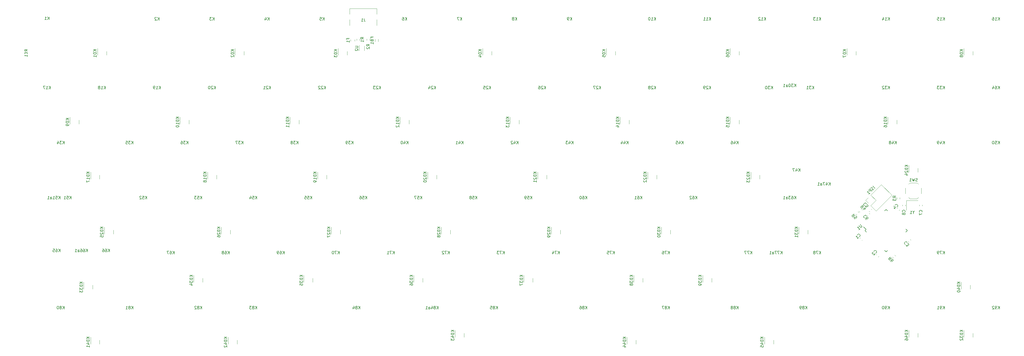
<source format=gbr>
%TF.GenerationSoftware,KiCad,Pcbnew,(6.0.4-0)*%
%TF.CreationDate,2022-05-31T11:34:18+03:00*%
%TF.ProjectId,Supernova_Solder,53757065-726e-46f7-9661-5f536f6c6465,rev?*%
%TF.SameCoordinates,Original*%
%TF.FileFunction,Legend,Bot*%
%TF.FilePolarity,Positive*%
%FSLAX46Y46*%
G04 Gerber Fmt 4.6, Leading zero omitted, Abs format (unit mm)*
G04 Created by KiCad (PCBNEW (6.0.4-0)) date 2022-05-31 11:34:18*
%MOMM*%
%LPD*%
G01*
G04 APERTURE LIST*
%ADD10C,0.150000*%
%ADD11C,0.120000*%
G04 APERTURE END LIST*
D10*
%TO.C,K10*%
X251245535Y-31408630D02*
X251245535Y-30408630D01*
X250674107Y-31408630D02*
X251102678Y-30837202D01*
X250674107Y-30408630D02*
X251245535Y-30980059D01*
X249721726Y-31408630D02*
X250293154Y-31408630D01*
X250007440Y-31408630D02*
X250007440Y-30408630D01*
X250102678Y-30551488D01*
X250197916Y-30646726D01*
X250293154Y-30694345D01*
X249102678Y-30408630D02*
X249007440Y-30408630D01*
X248912202Y-30456250D01*
X248864583Y-30503869D01*
X248816964Y-30599107D01*
X248769345Y-30789583D01*
X248769345Y-31027678D01*
X248816964Y-31218154D01*
X248864583Y-31313392D01*
X248912202Y-31361011D01*
X249007440Y-31408630D01*
X249102678Y-31408630D01*
X249197916Y-31361011D01*
X249245535Y-31313392D01*
X249293154Y-31218154D01*
X249340773Y-31027678D01*
X249340773Y-30789583D01*
X249293154Y-30599107D01*
X249245535Y-30503869D01*
X249197916Y-30456250D01*
X249102678Y-30408630D01*
%TO.C,K49*%
X351258035Y-74271130D02*
X351258035Y-73271130D01*
X350686607Y-74271130D02*
X351115178Y-73699702D01*
X350686607Y-73271130D02*
X351258035Y-73842559D01*
X349829464Y-73604464D02*
X349829464Y-74271130D01*
X350067559Y-73223511D02*
X350305654Y-73937797D01*
X349686607Y-73937797D01*
X349258035Y-74271130D02*
X349067559Y-74271130D01*
X348972321Y-74223511D01*
X348924702Y-74175892D01*
X348829464Y-74033035D01*
X348781845Y-73842559D01*
X348781845Y-73461607D01*
X348829464Y-73366369D01*
X348877083Y-73318750D01*
X348972321Y-73271130D01*
X349162797Y-73271130D01*
X349258035Y-73318750D01*
X349305654Y-73366369D01*
X349353273Y-73461607D01*
X349353273Y-73699702D01*
X349305654Y-73794940D01*
X349258035Y-73842559D01*
X349162797Y-73890178D01*
X348972321Y-73890178D01*
X348877083Y-73842559D01*
X348829464Y-73794940D01*
X348781845Y-73699702D01*
%TO.C,K61*%
X246483035Y-93321130D02*
X246483035Y-92321130D01*
X245911607Y-93321130D02*
X246340178Y-92749702D01*
X245911607Y-92321130D02*
X246483035Y-92892559D01*
X245054464Y-92321130D02*
X245244940Y-92321130D01*
X245340178Y-92368750D01*
X245387797Y-92416369D01*
X245483035Y-92559226D01*
X245530654Y-92749702D01*
X245530654Y-93130654D01*
X245483035Y-93225892D01*
X245435416Y-93273511D01*
X245340178Y-93321130D01*
X245149702Y-93321130D01*
X245054464Y-93273511D01*
X245006845Y-93225892D01*
X244959226Y-93130654D01*
X244959226Y-92892559D01*
X245006845Y-92797321D01*
X245054464Y-92749702D01*
X245149702Y-92702083D01*
X245340178Y-92702083D01*
X245435416Y-92749702D01*
X245483035Y-92797321D01*
X245530654Y-92892559D01*
X244006845Y-93321130D02*
X244578273Y-93321130D01*
X244292559Y-93321130D02*
X244292559Y-92321130D01*
X244387797Y-92463988D01*
X244483035Y-92559226D01*
X244578273Y-92606845D01*
%TO.C,K24*%
X175045535Y-55221130D02*
X175045535Y-54221130D01*
X174474107Y-55221130D02*
X174902678Y-54649702D01*
X174474107Y-54221130D02*
X175045535Y-54792559D01*
X174093154Y-54316369D02*
X174045535Y-54268750D01*
X173950297Y-54221130D01*
X173712202Y-54221130D01*
X173616964Y-54268750D01*
X173569345Y-54316369D01*
X173521726Y-54411607D01*
X173521726Y-54506845D01*
X173569345Y-54649702D01*
X174140773Y-55221130D01*
X173521726Y-55221130D01*
X172664583Y-54554464D02*
X172664583Y-55221130D01*
X172902678Y-54173511D02*
X173140773Y-54887797D01*
X172521726Y-54887797D01*
%TO.C,K63a1*%
X299799107Y-93321130D02*
X299799107Y-92321130D01*
X299227678Y-93321130D02*
X299656250Y-92749702D01*
X299227678Y-92321130D02*
X299799107Y-92892559D01*
X298370535Y-92321130D02*
X298561011Y-92321130D01*
X298656250Y-92368750D01*
X298703869Y-92416369D01*
X298799107Y-92559226D01*
X298846726Y-92749702D01*
X298846726Y-93130654D01*
X298799107Y-93225892D01*
X298751488Y-93273511D01*
X298656250Y-93321130D01*
X298465773Y-93321130D01*
X298370535Y-93273511D01*
X298322916Y-93225892D01*
X298275297Y-93130654D01*
X298275297Y-92892559D01*
X298322916Y-92797321D01*
X298370535Y-92749702D01*
X298465773Y-92702083D01*
X298656250Y-92702083D01*
X298751488Y-92749702D01*
X298799107Y-92797321D01*
X298846726Y-92892559D01*
X297941964Y-92321130D02*
X297322916Y-92321130D01*
X297656250Y-92702083D01*
X297513392Y-92702083D01*
X297418154Y-92749702D01*
X297370535Y-92797321D01*
X297322916Y-92892559D01*
X297322916Y-93130654D01*
X297370535Y-93225892D01*
X297418154Y-93273511D01*
X297513392Y-93321130D01*
X297799107Y-93321130D01*
X297894345Y-93273511D01*
X297941964Y-93225892D01*
X296465773Y-93321130D02*
X296465773Y-92797321D01*
X296513392Y-92702083D01*
X296608630Y-92654464D01*
X296799107Y-92654464D01*
X296894345Y-92702083D01*
X296465773Y-93273511D02*
X296561011Y-93321130D01*
X296799107Y-93321130D01*
X296894345Y-93273511D01*
X296941964Y-93178273D01*
X296941964Y-93083035D01*
X296894345Y-92987797D01*
X296799107Y-92940178D01*
X296561011Y-92940178D01*
X296465773Y-92892559D01*
X295465773Y-93321130D02*
X296037202Y-93321130D01*
X295751488Y-93321130D02*
X295751488Y-92321130D01*
X295846726Y-92463988D01*
X295941964Y-92559226D01*
X296037202Y-92606845D01*
%TO.C,K80*%
X46458035Y-131421130D02*
X46458035Y-130421130D01*
X45886607Y-131421130D02*
X46315178Y-130849702D01*
X45886607Y-130421130D02*
X46458035Y-130992559D01*
X45315178Y-130849702D02*
X45410416Y-130802083D01*
X45458035Y-130754464D01*
X45505654Y-130659226D01*
X45505654Y-130611607D01*
X45458035Y-130516369D01*
X45410416Y-130468750D01*
X45315178Y-130421130D01*
X45124702Y-130421130D01*
X45029464Y-130468750D01*
X44981845Y-130516369D01*
X44934226Y-130611607D01*
X44934226Y-130659226D01*
X44981845Y-130754464D01*
X45029464Y-130802083D01*
X45124702Y-130849702D01*
X45315178Y-130849702D01*
X45410416Y-130897321D01*
X45458035Y-130944940D01*
X45505654Y-131040178D01*
X45505654Y-131230654D01*
X45458035Y-131325892D01*
X45410416Y-131373511D01*
X45315178Y-131421130D01*
X45124702Y-131421130D01*
X45029464Y-131373511D01*
X44981845Y-131325892D01*
X44934226Y-131230654D01*
X44934226Y-131040178D01*
X44981845Y-130944940D01*
X45029464Y-130897321D01*
X45124702Y-130849702D01*
X44315178Y-130421130D02*
X44219940Y-130421130D01*
X44124702Y-130468750D01*
X44077083Y-130516369D01*
X44029464Y-130611607D01*
X43981845Y-130802083D01*
X43981845Y-131040178D01*
X44029464Y-131230654D01*
X44077083Y-131325892D01*
X44124702Y-131373511D01*
X44219940Y-131421130D01*
X44315178Y-131421130D01*
X44410416Y-131373511D01*
X44458035Y-131325892D01*
X44505654Y-131230654D01*
X44553273Y-131040178D01*
X44553273Y-130802083D01*
X44505654Y-130611607D01*
X44458035Y-130516369D01*
X44410416Y-130468750D01*
X44315178Y-130421130D01*
%TO.C,K47*%
X301251785Y-83796130D02*
X301251785Y-82796130D01*
X300680357Y-83796130D02*
X301108928Y-83224702D01*
X300680357Y-82796130D02*
X301251785Y-83367559D01*
X299823214Y-83129464D02*
X299823214Y-83796130D01*
X300061309Y-82748511D02*
X300299404Y-83462797D01*
X299680357Y-83462797D01*
X299394642Y-82796130D02*
X298727976Y-82796130D01*
X299156547Y-83796130D01*
%TO.C,K57*%
X170283035Y-93321130D02*
X170283035Y-92321130D01*
X169711607Y-93321130D02*
X170140178Y-92749702D01*
X169711607Y-92321130D02*
X170283035Y-92892559D01*
X168806845Y-92321130D02*
X169283035Y-92321130D01*
X169330654Y-92797321D01*
X169283035Y-92749702D01*
X169187797Y-92702083D01*
X168949702Y-92702083D01*
X168854464Y-92749702D01*
X168806845Y-92797321D01*
X168759226Y-92892559D01*
X168759226Y-93130654D01*
X168806845Y-93225892D01*
X168854464Y-93273511D01*
X168949702Y-93321130D01*
X169187797Y-93321130D01*
X169283035Y-93273511D01*
X169330654Y-93225892D01*
X168425892Y-92321130D02*
X167759226Y-92321130D01*
X168187797Y-93321130D01*
%TO.C,K43*%
X222670535Y-74271130D02*
X222670535Y-73271130D01*
X222099107Y-74271130D02*
X222527678Y-73699702D01*
X222099107Y-73271130D02*
X222670535Y-73842559D01*
X221241964Y-73604464D02*
X221241964Y-74271130D01*
X221480059Y-73223511D02*
X221718154Y-73937797D01*
X221099107Y-73937797D01*
X220813392Y-73271130D02*
X220194345Y-73271130D01*
X220527678Y-73652083D01*
X220384821Y-73652083D01*
X220289583Y-73699702D01*
X220241964Y-73747321D01*
X220194345Y-73842559D01*
X220194345Y-74080654D01*
X220241964Y-74175892D01*
X220289583Y-74223511D01*
X220384821Y-74271130D01*
X220670535Y-74271130D01*
X220765773Y-74223511D01*
X220813392Y-74175892D01*
%TO.C,K52*%
X75033035Y-93321130D02*
X75033035Y-92321130D01*
X74461607Y-93321130D02*
X74890178Y-92749702D01*
X74461607Y-92321130D02*
X75033035Y-92892559D01*
X73556845Y-92321130D02*
X74033035Y-92321130D01*
X74080654Y-92797321D01*
X74033035Y-92749702D01*
X73937797Y-92702083D01*
X73699702Y-92702083D01*
X73604464Y-92749702D01*
X73556845Y-92797321D01*
X73509226Y-92892559D01*
X73509226Y-93130654D01*
X73556845Y-93225892D01*
X73604464Y-93273511D01*
X73699702Y-93321130D01*
X73937797Y-93321130D01*
X74033035Y-93273511D01*
X74080654Y-93225892D01*
X73128273Y-92416369D02*
X73080654Y-92368750D01*
X72985416Y-92321130D01*
X72747321Y-92321130D01*
X72652083Y-92368750D01*
X72604464Y-92416369D01*
X72556845Y-92511607D01*
X72556845Y-92606845D01*
X72604464Y-92749702D01*
X73175892Y-93321130D01*
X72556845Y-93321130D01*
%TO.C,K90*%
X332208035Y-131421130D02*
X332208035Y-130421130D01*
X331636607Y-131421130D02*
X332065178Y-130849702D01*
X331636607Y-130421130D02*
X332208035Y-130992559D01*
X331160416Y-131421130D02*
X330969940Y-131421130D01*
X330874702Y-131373511D01*
X330827083Y-131325892D01*
X330731845Y-131183035D01*
X330684226Y-130992559D01*
X330684226Y-130611607D01*
X330731845Y-130516369D01*
X330779464Y-130468750D01*
X330874702Y-130421130D01*
X331065178Y-130421130D01*
X331160416Y-130468750D01*
X331208035Y-130516369D01*
X331255654Y-130611607D01*
X331255654Y-130849702D01*
X331208035Y-130944940D01*
X331160416Y-130992559D01*
X331065178Y-131040178D01*
X330874702Y-131040178D01*
X330779464Y-130992559D01*
X330731845Y-130944940D01*
X330684226Y-130849702D01*
X330065178Y-130421130D02*
X329969940Y-130421130D01*
X329874702Y-130468750D01*
X329827083Y-130516369D01*
X329779464Y-130611607D01*
X329731845Y-130802083D01*
X329731845Y-131040178D01*
X329779464Y-131230654D01*
X329827083Y-131325892D01*
X329874702Y-131373511D01*
X329969940Y-131421130D01*
X330065178Y-131421130D01*
X330160416Y-131373511D01*
X330208035Y-131325892D01*
X330255654Y-131230654D01*
X330303273Y-131040178D01*
X330303273Y-130802083D01*
X330255654Y-130611607D01*
X330208035Y-130516369D01*
X330160416Y-130468750D01*
X330065178Y-130421130D01*
%TO.C,K85*%
X196476785Y-131421130D02*
X196476785Y-130421130D01*
X195905357Y-131421130D02*
X196333928Y-130849702D01*
X195905357Y-130421130D02*
X196476785Y-130992559D01*
X195333928Y-130849702D02*
X195429166Y-130802083D01*
X195476785Y-130754464D01*
X195524404Y-130659226D01*
X195524404Y-130611607D01*
X195476785Y-130516369D01*
X195429166Y-130468750D01*
X195333928Y-130421130D01*
X195143452Y-130421130D01*
X195048214Y-130468750D01*
X195000595Y-130516369D01*
X194952976Y-130611607D01*
X194952976Y-130659226D01*
X195000595Y-130754464D01*
X195048214Y-130802083D01*
X195143452Y-130849702D01*
X195333928Y-130849702D01*
X195429166Y-130897321D01*
X195476785Y-130944940D01*
X195524404Y-131040178D01*
X195524404Y-131230654D01*
X195476785Y-131325892D01*
X195429166Y-131373511D01*
X195333928Y-131421130D01*
X195143452Y-131421130D01*
X195048214Y-131373511D01*
X195000595Y-131325892D01*
X194952976Y-131230654D01*
X194952976Y-131040178D01*
X195000595Y-130944940D01*
X195048214Y-130897321D01*
X195143452Y-130849702D01*
X194048214Y-130421130D02*
X194524404Y-130421130D01*
X194572023Y-130897321D01*
X194524404Y-130849702D01*
X194429166Y-130802083D01*
X194191071Y-130802083D01*
X194095833Y-130849702D01*
X194048214Y-130897321D01*
X194000595Y-130992559D01*
X194000595Y-131230654D01*
X194048214Y-131325892D01*
X194095833Y-131373511D01*
X194191071Y-131421130D01*
X194429166Y-131421130D01*
X194524404Y-131373511D01*
X194572023Y-131325892D01*
%TO.C,K46*%
X279820535Y-74271130D02*
X279820535Y-73271130D01*
X279249107Y-74271130D02*
X279677678Y-73699702D01*
X279249107Y-73271130D02*
X279820535Y-73842559D01*
X278391964Y-73604464D02*
X278391964Y-74271130D01*
X278630059Y-73223511D02*
X278868154Y-73937797D01*
X278249107Y-73937797D01*
X277439583Y-73271130D02*
X277630059Y-73271130D01*
X277725297Y-73318750D01*
X277772916Y-73366369D01*
X277868154Y-73509226D01*
X277915773Y-73699702D01*
X277915773Y-74080654D01*
X277868154Y-74175892D01*
X277820535Y-74223511D01*
X277725297Y-74271130D01*
X277534821Y-74271130D01*
X277439583Y-74223511D01*
X277391964Y-74175892D01*
X277344345Y-74080654D01*
X277344345Y-73842559D01*
X277391964Y-73747321D01*
X277439583Y-73699702D01*
X277534821Y-73652083D01*
X277725297Y-73652083D01*
X277820535Y-73699702D01*
X277868154Y-73747321D01*
X277915773Y-73842559D01*
%TO.C,K84a1*%
X175974107Y-131421130D02*
X175974107Y-130421130D01*
X175402678Y-131421130D02*
X175831250Y-130849702D01*
X175402678Y-130421130D02*
X175974107Y-130992559D01*
X174831250Y-130849702D02*
X174926488Y-130802083D01*
X174974107Y-130754464D01*
X175021726Y-130659226D01*
X175021726Y-130611607D01*
X174974107Y-130516369D01*
X174926488Y-130468750D01*
X174831250Y-130421130D01*
X174640773Y-130421130D01*
X174545535Y-130468750D01*
X174497916Y-130516369D01*
X174450297Y-130611607D01*
X174450297Y-130659226D01*
X174497916Y-130754464D01*
X174545535Y-130802083D01*
X174640773Y-130849702D01*
X174831250Y-130849702D01*
X174926488Y-130897321D01*
X174974107Y-130944940D01*
X175021726Y-131040178D01*
X175021726Y-131230654D01*
X174974107Y-131325892D01*
X174926488Y-131373511D01*
X174831250Y-131421130D01*
X174640773Y-131421130D01*
X174545535Y-131373511D01*
X174497916Y-131325892D01*
X174450297Y-131230654D01*
X174450297Y-131040178D01*
X174497916Y-130944940D01*
X174545535Y-130897321D01*
X174640773Y-130849702D01*
X173593154Y-130754464D02*
X173593154Y-131421130D01*
X173831250Y-130373511D02*
X174069345Y-131087797D01*
X173450297Y-131087797D01*
X172640773Y-131421130D02*
X172640773Y-130897321D01*
X172688392Y-130802083D01*
X172783630Y-130754464D01*
X172974107Y-130754464D01*
X173069345Y-130802083D01*
X172640773Y-131373511D02*
X172736011Y-131421130D01*
X172974107Y-131421130D01*
X173069345Y-131373511D01*
X173116964Y-131278273D01*
X173116964Y-131183035D01*
X173069345Y-131087797D01*
X172974107Y-131040178D01*
X172736011Y-131040178D01*
X172640773Y-130992559D01*
X171640773Y-131421130D02*
X172212202Y-131421130D01*
X171926488Y-131421130D02*
X171926488Y-130421130D01*
X172021726Y-130563988D01*
X172116964Y-130659226D01*
X172212202Y-130706845D01*
%TO.C,K54*%
X113133035Y-93321130D02*
X113133035Y-92321130D01*
X112561607Y-93321130D02*
X112990178Y-92749702D01*
X112561607Y-92321130D02*
X113133035Y-92892559D01*
X111656845Y-92321130D02*
X112133035Y-92321130D01*
X112180654Y-92797321D01*
X112133035Y-92749702D01*
X112037797Y-92702083D01*
X111799702Y-92702083D01*
X111704464Y-92749702D01*
X111656845Y-92797321D01*
X111609226Y-92892559D01*
X111609226Y-93130654D01*
X111656845Y-93225892D01*
X111704464Y-93273511D01*
X111799702Y-93321130D01*
X112037797Y-93321130D01*
X112133035Y-93273511D01*
X112180654Y-93225892D01*
X110752083Y-92654464D02*
X110752083Y-93321130D01*
X110990178Y-92273511D02*
X111228273Y-92987797D01*
X110609226Y-92987797D01*
%TO.C,K30a1*%
X299799107Y-54490880D02*
X299799107Y-53490880D01*
X299227678Y-54490880D02*
X299656250Y-53919452D01*
X299227678Y-53490880D02*
X299799107Y-54062309D01*
X298894345Y-53490880D02*
X298275297Y-53490880D01*
X298608630Y-53871833D01*
X298465773Y-53871833D01*
X298370535Y-53919452D01*
X298322916Y-53967071D01*
X298275297Y-54062309D01*
X298275297Y-54300404D01*
X298322916Y-54395642D01*
X298370535Y-54443261D01*
X298465773Y-54490880D01*
X298751488Y-54490880D01*
X298846726Y-54443261D01*
X298894345Y-54395642D01*
X297656250Y-53490880D02*
X297561011Y-53490880D01*
X297465773Y-53538500D01*
X297418154Y-53586119D01*
X297370535Y-53681357D01*
X297322916Y-53871833D01*
X297322916Y-54109928D01*
X297370535Y-54300404D01*
X297418154Y-54395642D01*
X297465773Y-54443261D01*
X297561011Y-54490880D01*
X297656250Y-54490880D01*
X297751488Y-54443261D01*
X297799107Y-54395642D01*
X297846726Y-54300404D01*
X297894345Y-54109928D01*
X297894345Y-53871833D01*
X297846726Y-53681357D01*
X297799107Y-53586119D01*
X297751488Y-53538500D01*
X297656250Y-53490880D01*
X296465773Y-54490880D02*
X296465773Y-53967071D01*
X296513392Y-53871833D01*
X296608630Y-53824214D01*
X296799107Y-53824214D01*
X296894345Y-53871833D01*
X296465773Y-54443261D02*
X296561011Y-54490880D01*
X296799107Y-54490880D01*
X296894345Y-54443261D01*
X296941964Y-54348023D01*
X296941964Y-54252785D01*
X296894345Y-54157547D01*
X296799107Y-54109928D01*
X296561011Y-54109928D01*
X296465773Y-54062309D01*
X295465773Y-54490880D02*
X296037202Y-54490880D01*
X295751488Y-54490880D02*
X295751488Y-53490880D01*
X295846726Y-53633738D01*
X295941964Y-53728976D01*
X296037202Y-53776595D01*
%TO.C,K20*%
X98845535Y-55221130D02*
X98845535Y-54221130D01*
X98274107Y-55221130D02*
X98702678Y-54649702D01*
X98274107Y-54221130D02*
X98845535Y-54792559D01*
X97893154Y-54316369D02*
X97845535Y-54268750D01*
X97750297Y-54221130D01*
X97512202Y-54221130D01*
X97416964Y-54268750D01*
X97369345Y-54316369D01*
X97321726Y-54411607D01*
X97321726Y-54506845D01*
X97369345Y-54649702D01*
X97940773Y-55221130D01*
X97321726Y-55221130D01*
X96702678Y-54221130D02*
X96607440Y-54221130D01*
X96512202Y-54268750D01*
X96464583Y-54316369D01*
X96416964Y-54411607D01*
X96369345Y-54602083D01*
X96369345Y-54840178D01*
X96416964Y-55030654D01*
X96464583Y-55125892D01*
X96512202Y-55173511D01*
X96607440Y-55221130D01*
X96702678Y-55221130D01*
X96797916Y-55173511D01*
X96845535Y-55125892D01*
X96893154Y-55030654D01*
X96940773Y-54840178D01*
X96940773Y-54602083D01*
X96893154Y-54411607D01*
X96845535Y-54316369D01*
X96797916Y-54268750D01*
X96702678Y-54221130D01*
%TO.C,K15*%
X351258035Y-31408630D02*
X351258035Y-30408630D01*
X350686607Y-31408630D02*
X351115178Y-30837202D01*
X350686607Y-30408630D02*
X351258035Y-30980059D01*
X349734226Y-31408630D02*
X350305654Y-31408630D01*
X350019940Y-31408630D02*
X350019940Y-30408630D01*
X350115178Y-30551488D01*
X350210416Y-30646726D01*
X350305654Y-30694345D01*
X348829464Y-30408630D02*
X349305654Y-30408630D01*
X349353273Y-30884821D01*
X349305654Y-30837202D01*
X349210416Y-30789583D01*
X348972321Y-30789583D01*
X348877083Y-30837202D01*
X348829464Y-30884821D01*
X348781845Y-30980059D01*
X348781845Y-31218154D01*
X348829464Y-31313392D01*
X348877083Y-31361011D01*
X348972321Y-31408630D01*
X349210416Y-31408630D01*
X349305654Y-31361011D01*
X349353273Y-31313392D01*
%TO.C,K40*%
X165520535Y-74271130D02*
X165520535Y-73271130D01*
X164949107Y-74271130D02*
X165377678Y-73699702D01*
X164949107Y-73271130D02*
X165520535Y-73842559D01*
X164091964Y-73604464D02*
X164091964Y-74271130D01*
X164330059Y-73223511D02*
X164568154Y-73937797D01*
X163949107Y-73937797D01*
X163377678Y-73271130D02*
X163282440Y-73271130D01*
X163187202Y-73318750D01*
X163139583Y-73366369D01*
X163091964Y-73461607D01*
X163044345Y-73652083D01*
X163044345Y-73890178D01*
X163091964Y-74080654D01*
X163139583Y-74175892D01*
X163187202Y-74223511D01*
X163282440Y-74271130D01*
X163377678Y-74271130D01*
X163472916Y-74223511D01*
X163520535Y-74175892D01*
X163568154Y-74080654D01*
X163615773Y-73890178D01*
X163615773Y-73652083D01*
X163568154Y-73461607D01*
X163520535Y-73366369D01*
X163472916Y-73318750D01*
X163377678Y-73271130D01*
%TO.C,K11*%
X270295535Y-31408630D02*
X270295535Y-30408630D01*
X269724107Y-31408630D02*
X270152678Y-30837202D01*
X269724107Y-30408630D02*
X270295535Y-30980059D01*
X268771726Y-31408630D02*
X269343154Y-31408630D01*
X269057440Y-31408630D02*
X269057440Y-30408630D01*
X269152678Y-30551488D01*
X269247916Y-30646726D01*
X269343154Y-30694345D01*
X267819345Y-31408630D02*
X268390773Y-31408630D01*
X268105059Y-31408630D02*
X268105059Y-30408630D01*
X268200297Y-30551488D01*
X268295535Y-30646726D01*
X268390773Y-30694345D01*
%TO.C,K69*%
X122658035Y-112371130D02*
X122658035Y-111371130D01*
X122086607Y-112371130D02*
X122515178Y-111799702D01*
X122086607Y-111371130D02*
X122658035Y-111942559D01*
X121229464Y-111371130D02*
X121419940Y-111371130D01*
X121515178Y-111418750D01*
X121562797Y-111466369D01*
X121658035Y-111609226D01*
X121705654Y-111799702D01*
X121705654Y-112180654D01*
X121658035Y-112275892D01*
X121610416Y-112323511D01*
X121515178Y-112371130D01*
X121324702Y-112371130D01*
X121229464Y-112323511D01*
X121181845Y-112275892D01*
X121134226Y-112180654D01*
X121134226Y-111942559D01*
X121181845Y-111847321D01*
X121229464Y-111799702D01*
X121324702Y-111752083D01*
X121515178Y-111752083D01*
X121610416Y-111799702D01*
X121658035Y-111847321D01*
X121705654Y-111942559D01*
X120658035Y-112371130D02*
X120467559Y-112371130D01*
X120372321Y-112323511D01*
X120324702Y-112275892D01*
X120229464Y-112133035D01*
X120181845Y-111942559D01*
X120181845Y-111561607D01*
X120229464Y-111466369D01*
X120277083Y-111418750D01*
X120372321Y-111371130D01*
X120562797Y-111371130D01*
X120658035Y-111418750D01*
X120705654Y-111466369D01*
X120753273Y-111561607D01*
X120753273Y-111799702D01*
X120705654Y-111894940D01*
X120658035Y-111942559D01*
X120562797Y-111990178D01*
X120372321Y-111990178D01*
X120277083Y-111942559D01*
X120229464Y-111894940D01*
X120181845Y-111799702D01*
%TO.C,K81*%
X70270535Y-131421130D02*
X70270535Y-130421130D01*
X69699107Y-131421130D02*
X70127678Y-130849702D01*
X69699107Y-130421130D02*
X70270535Y-130992559D01*
X69127678Y-130849702D02*
X69222916Y-130802083D01*
X69270535Y-130754464D01*
X69318154Y-130659226D01*
X69318154Y-130611607D01*
X69270535Y-130516369D01*
X69222916Y-130468750D01*
X69127678Y-130421130D01*
X68937202Y-130421130D01*
X68841964Y-130468750D01*
X68794345Y-130516369D01*
X68746726Y-130611607D01*
X68746726Y-130659226D01*
X68794345Y-130754464D01*
X68841964Y-130802083D01*
X68937202Y-130849702D01*
X69127678Y-130849702D01*
X69222916Y-130897321D01*
X69270535Y-130944940D01*
X69318154Y-131040178D01*
X69318154Y-131230654D01*
X69270535Y-131325892D01*
X69222916Y-131373511D01*
X69127678Y-131421130D01*
X68937202Y-131421130D01*
X68841964Y-131373511D01*
X68794345Y-131325892D01*
X68746726Y-131230654D01*
X68746726Y-131040178D01*
X68794345Y-130944940D01*
X68841964Y-130897321D01*
X68937202Y-130849702D01*
X67794345Y-131421130D02*
X68365773Y-131421130D01*
X68080059Y-131421130D02*
X68080059Y-130421130D01*
X68175297Y-130563988D01*
X68270535Y-130659226D01*
X68365773Y-130706845D01*
%TO.C,K1*%
X41219345Y-31227380D02*
X41219345Y-30227380D01*
X40647916Y-31227380D02*
X41076488Y-30655952D01*
X40647916Y-30227380D02*
X41219345Y-30798809D01*
X39695535Y-31227380D02*
X40266964Y-31227380D01*
X39981250Y-31227380D02*
X39981250Y-30227380D01*
X40076488Y-30370238D01*
X40171726Y-30465476D01*
X40266964Y-30513095D01*
%TO.C,K83*%
X113133035Y-131421130D02*
X113133035Y-130421130D01*
X112561607Y-131421130D02*
X112990178Y-130849702D01*
X112561607Y-130421130D02*
X113133035Y-130992559D01*
X111990178Y-130849702D02*
X112085416Y-130802083D01*
X112133035Y-130754464D01*
X112180654Y-130659226D01*
X112180654Y-130611607D01*
X112133035Y-130516369D01*
X112085416Y-130468750D01*
X111990178Y-130421130D01*
X111799702Y-130421130D01*
X111704464Y-130468750D01*
X111656845Y-130516369D01*
X111609226Y-130611607D01*
X111609226Y-130659226D01*
X111656845Y-130754464D01*
X111704464Y-130802083D01*
X111799702Y-130849702D01*
X111990178Y-130849702D01*
X112085416Y-130897321D01*
X112133035Y-130944940D01*
X112180654Y-131040178D01*
X112180654Y-131230654D01*
X112133035Y-131325892D01*
X112085416Y-131373511D01*
X111990178Y-131421130D01*
X111799702Y-131421130D01*
X111704464Y-131373511D01*
X111656845Y-131325892D01*
X111609226Y-131230654D01*
X111609226Y-131040178D01*
X111656845Y-130944940D01*
X111704464Y-130897321D01*
X111799702Y-130849702D01*
X111275892Y-130421130D02*
X110656845Y-130421130D01*
X110990178Y-130802083D01*
X110847321Y-130802083D01*
X110752083Y-130849702D01*
X110704464Y-130897321D01*
X110656845Y-130992559D01*
X110656845Y-131230654D01*
X110704464Y-131325892D01*
X110752083Y-131373511D01*
X110847321Y-131421130D01*
X111133035Y-131421130D01*
X111228273Y-131373511D01*
X111275892Y-131325892D01*
%TO.C,K86*%
X227433035Y-131421130D02*
X227433035Y-130421130D01*
X226861607Y-131421130D02*
X227290178Y-130849702D01*
X226861607Y-130421130D02*
X227433035Y-130992559D01*
X226290178Y-130849702D02*
X226385416Y-130802083D01*
X226433035Y-130754464D01*
X226480654Y-130659226D01*
X226480654Y-130611607D01*
X226433035Y-130516369D01*
X226385416Y-130468750D01*
X226290178Y-130421130D01*
X226099702Y-130421130D01*
X226004464Y-130468750D01*
X225956845Y-130516369D01*
X225909226Y-130611607D01*
X225909226Y-130659226D01*
X225956845Y-130754464D01*
X226004464Y-130802083D01*
X226099702Y-130849702D01*
X226290178Y-130849702D01*
X226385416Y-130897321D01*
X226433035Y-130944940D01*
X226480654Y-131040178D01*
X226480654Y-131230654D01*
X226433035Y-131325892D01*
X226385416Y-131373511D01*
X226290178Y-131421130D01*
X226099702Y-131421130D01*
X226004464Y-131373511D01*
X225956845Y-131325892D01*
X225909226Y-131230654D01*
X225909226Y-131040178D01*
X225956845Y-130944940D01*
X226004464Y-130897321D01*
X226099702Y-130849702D01*
X225052083Y-130421130D02*
X225242559Y-130421130D01*
X225337797Y-130468750D01*
X225385416Y-130516369D01*
X225480654Y-130659226D01*
X225528273Y-130849702D01*
X225528273Y-131230654D01*
X225480654Y-131325892D01*
X225433035Y-131373511D01*
X225337797Y-131421130D01*
X225147321Y-131421130D01*
X225052083Y-131373511D01*
X225004464Y-131325892D01*
X224956845Y-131230654D01*
X224956845Y-130992559D01*
X225004464Y-130897321D01*
X225052083Y-130849702D01*
X225147321Y-130802083D01*
X225337797Y-130802083D01*
X225433035Y-130849702D01*
X225480654Y-130897321D01*
X225528273Y-130992559D01*
%TO.C,K48*%
X334589285Y-74271130D02*
X334589285Y-73271130D01*
X334017857Y-74271130D02*
X334446428Y-73699702D01*
X334017857Y-73271130D02*
X334589285Y-73842559D01*
X333160714Y-73604464D02*
X333160714Y-74271130D01*
X333398809Y-73223511D02*
X333636904Y-73937797D01*
X333017857Y-73937797D01*
X332494047Y-73699702D02*
X332589285Y-73652083D01*
X332636904Y-73604464D01*
X332684523Y-73509226D01*
X332684523Y-73461607D01*
X332636904Y-73366369D01*
X332589285Y-73318750D01*
X332494047Y-73271130D01*
X332303571Y-73271130D01*
X332208333Y-73318750D01*
X332160714Y-73366369D01*
X332113095Y-73461607D01*
X332113095Y-73509226D01*
X332160714Y-73604464D01*
X332208333Y-73652083D01*
X332303571Y-73699702D01*
X332494047Y-73699702D01*
X332589285Y-73747321D01*
X332636904Y-73794940D01*
X332684523Y-73890178D01*
X332684523Y-74080654D01*
X332636904Y-74175892D01*
X332589285Y-74223511D01*
X332494047Y-74271130D01*
X332303571Y-74271130D01*
X332208333Y-74223511D01*
X332160714Y-74175892D01*
X332113095Y-74080654D01*
X332113095Y-73890178D01*
X332160714Y-73794940D01*
X332208333Y-73747321D01*
X332303571Y-73699702D01*
%TO.C,K30*%
X291726785Y-55221130D02*
X291726785Y-54221130D01*
X291155357Y-55221130D02*
X291583928Y-54649702D01*
X291155357Y-54221130D02*
X291726785Y-54792559D01*
X290822023Y-54221130D02*
X290202976Y-54221130D01*
X290536309Y-54602083D01*
X290393452Y-54602083D01*
X290298214Y-54649702D01*
X290250595Y-54697321D01*
X290202976Y-54792559D01*
X290202976Y-55030654D01*
X290250595Y-55125892D01*
X290298214Y-55173511D01*
X290393452Y-55221130D01*
X290679166Y-55221130D01*
X290774404Y-55173511D01*
X290822023Y-55125892D01*
X289583928Y-54221130D02*
X289488690Y-54221130D01*
X289393452Y-54268750D01*
X289345833Y-54316369D01*
X289298214Y-54411607D01*
X289250595Y-54602083D01*
X289250595Y-54840178D01*
X289298214Y-55030654D01*
X289345833Y-55125892D01*
X289393452Y-55173511D01*
X289488690Y-55221130D01*
X289583928Y-55221130D01*
X289679166Y-55173511D01*
X289726785Y-55125892D01*
X289774404Y-55030654D01*
X289822023Y-54840178D01*
X289822023Y-54602083D01*
X289774404Y-54411607D01*
X289726785Y-54316369D01*
X289679166Y-54268750D01*
X289583928Y-54221130D01*
%TO.C,K3*%
X98369345Y-31408630D02*
X98369345Y-30408630D01*
X97797916Y-31408630D02*
X98226488Y-30837202D01*
X97797916Y-30408630D02*
X98369345Y-30980059D01*
X97464583Y-30408630D02*
X96845535Y-30408630D01*
X97178869Y-30789583D01*
X97036011Y-30789583D01*
X96940773Y-30837202D01*
X96893154Y-30884821D01*
X96845535Y-30980059D01*
X96845535Y-31218154D01*
X96893154Y-31313392D01*
X96940773Y-31361011D01*
X97036011Y-31408630D01*
X97321726Y-31408630D01*
X97416964Y-31361011D01*
X97464583Y-31313392D01*
%TO.C,K44*%
X241720535Y-74271130D02*
X241720535Y-73271130D01*
X241149107Y-74271130D02*
X241577678Y-73699702D01*
X241149107Y-73271130D02*
X241720535Y-73842559D01*
X240291964Y-73604464D02*
X240291964Y-74271130D01*
X240530059Y-73223511D02*
X240768154Y-73937797D01*
X240149107Y-73937797D01*
X239339583Y-73604464D02*
X239339583Y-74271130D01*
X239577678Y-73223511D02*
X239815773Y-73937797D01*
X239196726Y-73937797D01*
%TO.C,K91*%
X351258035Y-131421130D02*
X351258035Y-130421130D01*
X350686607Y-131421130D02*
X351115178Y-130849702D01*
X350686607Y-130421130D02*
X351258035Y-130992559D01*
X350210416Y-131421130D02*
X350019940Y-131421130D01*
X349924702Y-131373511D01*
X349877083Y-131325892D01*
X349781845Y-131183035D01*
X349734226Y-130992559D01*
X349734226Y-130611607D01*
X349781845Y-130516369D01*
X349829464Y-130468750D01*
X349924702Y-130421130D01*
X350115178Y-130421130D01*
X350210416Y-130468750D01*
X350258035Y-130516369D01*
X350305654Y-130611607D01*
X350305654Y-130849702D01*
X350258035Y-130944940D01*
X350210416Y-130992559D01*
X350115178Y-131040178D01*
X349924702Y-131040178D01*
X349829464Y-130992559D01*
X349781845Y-130944940D01*
X349734226Y-130849702D01*
X348781845Y-131421130D02*
X349353273Y-131421130D01*
X349067559Y-131421130D02*
X349067559Y-130421130D01*
X349162797Y-130563988D01*
X349258035Y-130659226D01*
X349353273Y-130706845D01*
%TO.C,K88*%
X279820535Y-131421130D02*
X279820535Y-130421130D01*
X279249107Y-131421130D02*
X279677678Y-130849702D01*
X279249107Y-130421130D02*
X279820535Y-130992559D01*
X278677678Y-130849702D02*
X278772916Y-130802083D01*
X278820535Y-130754464D01*
X278868154Y-130659226D01*
X278868154Y-130611607D01*
X278820535Y-130516369D01*
X278772916Y-130468750D01*
X278677678Y-130421130D01*
X278487202Y-130421130D01*
X278391964Y-130468750D01*
X278344345Y-130516369D01*
X278296726Y-130611607D01*
X278296726Y-130659226D01*
X278344345Y-130754464D01*
X278391964Y-130802083D01*
X278487202Y-130849702D01*
X278677678Y-130849702D01*
X278772916Y-130897321D01*
X278820535Y-130944940D01*
X278868154Y-131040178D01*
X278868154Y-131230654D01*
X278820535Y-131325892D01*
X278772916Y-131373511D01*
X278677678Y-131421130D01*
X278487202Y-131421130D01*
X278391964Y-131373511D01*
X278344345Y-131325892D01*
X278296726Y-131230654D01*
X278296726Y-131040178D01*
X278344345Y-130944940D01*
X278391964Y-130897321D01*
X278487202Y-130849702D01*
X277725297Y-130849702D02*
X277820535Y-130802083D01*
X277868154Y-130754464D01*
X277915773Y-130659226D01*
X277915773Y-130611607D01*
X277868154Y-130516369D01*
X277820535Y-130468750D01*
X277725297Y-130421130D01*
X277534821Y-130421130D01*
X277439583Y-130468750D01*
X277391964Y-130516369D01*
X277344345Y-130611607D01*
X277344345Y-130659226D01*
X277391964Y-130754464D01*
X277439583Y-130802083D01*
X277534821Y-130849702D01*
X277725297Y-130849702D01*
X277820535Y-130897321D01*
X277868154Y-130944940D01*
X277915773Y-131040178D01*
X277915773Y-131230654D01*
X277868154Y-131325892D01*
X277820535Y-131373511D01*
X277725297Y-131421130D01*
X277534821Y-131421130D01*
X277439583Y-131373511D01*
X277391964Y-131325892D01*
X277344345Y-131230654D01*
X277344345Y-131040178D01*
X277391964Y-130944940D01*
X277439583Y-130897321D01*
X277534821Y-130849702D01*
%TO.C,K41*%
X184570535Y-74271130D02*
X184570535Y-73271130D01*
X183999107Y-74271130D02*
X184427678Y-73699702D01*
X183999107Y-73271130D02*
X184570535Y-73842559D01*
X183141964Y-73604464D02*
X183141964Y-74271130D01*
X183380059Y-73223511D02*
X183618154Y-73937797D01*
X182999107Y-73937797D01*
X182094345Y-74271130D02*
X182665773Y-74271130D01*
X182380059Y-74271130D02*
X182380059Y-73271130D01*
X182475297Y-73413988D01*
X182570535Y-73509226D01*
X182665773Y-73556845D01*
%TO.C,K77a1*%
X295036607Y-112371130D02*
X295036607Y-111371130D01*
X294465178Y-112371130D02*
X294893750Y-111799702D01*
X294465178Y-111371130D02*
X295036607Y-111942559D01*
X294131845Y-111371130D02*
X293465178Y-111371130D01*
X293893750Y-112371130D01*
X293179464Y-111371130D02*
X292512797Y-111371130D01*
X292941369Y-112371130D01*
X291703273Y-112371130D02*
X291703273Y-111847321D01*
X291750892Y-111752083D01*
X291846130Y-111704464D01*
X292036607Y-111704464D01*
X292131845Y-111752083D01*
X291703273Y-112323511D02*
X291798511Y-112371130D01*
X292036607Y-112371130D01*
X292131845Y-112323511D01*
X292179464Y-112228273D01*
X292179464Y-112133035D01*
X292131845Y-112037797D01*
X292036607Y-111990178D01*
X291798511Y-111990178D01*
X291703273Y-111942559D01*
X290703273Y-112371130D02*
X291274702Y-112371130D01*
X290988988Y-112371130D02*
X290988988Y-111371130D01*
X291084226Y-111513988D01*
X291179464Y-111609226D01*
X291274702Y-111656845D01*
%TO.C,K64*%
X370308035Y-55221130D02*
X370308035Y-54221130D01*
X369736607Y-55221130D02*
X370165178Y-54649702D01*
X369736607Y-54221130D02*
X370308035Y-54792559D01*
X368879464Y-54221130D02*
X369069940Y-54221130D01*
X369165178Y-54268750D01*
X369212797Y-54316369D01*
X369308035Y-54459226D01*
X369355654Y-54649702D01*
X369355654Y-55030654D01*
X369308035Y-55125892D01*
X369260416Y-55173511D01*
X369165178Y-55221130D01*
X368974702Y-55221130D01*
X368879464Y-55173511D01*
X368831845Y-55125892D01*
X368784226Y-55030654D01*
X368784226Y-54792559D01*
X368831845Y-54697321D01*
X368879464Y-54649702D01*
X368974702Y-54602083D01*
X369165178Y-54602083D01*
X369260416Y-54649702D01*
X369308035Y-54697321D01*
X369355654Y-54792559D01*
X367927083Y-54554464D02*
X367927083Y-55221130D01*
X368165178Y-54173511D02*
X368403273Y-54887797D01*
X367784226Y-54887797D01*
%TO.C,K89*%
X303633035Y-131421130D02*
X303633035Y-130421130D01*
X303061607Y-131421130D02*
X303490178Y-130849702D01*
X303061607Y-130421130D02*
X303633035Y-130992559D01*
X302490178Y-130849702D02*
X302585416Y-130802083D01*
X302633035Y-130754464D01*
X302680654Y-130659226D01*
X302680654Y-130611607D01*
X302633035Y-130516369D01*
X302585416Y-130468750D01*
X302490178Y-130421130D01*
X302299702Y-130421130D01*
X302204464Y-130468750D01*
X302156845Y-130516369D01*
X302109226Y-130611607D01*
X302109226Y-130659226D01*
X302156845Y-130754464D01*
X302204464Y-130802083D01*
X302299702Y-130849702D01*
X302490178Y-130849702D01*
X302585416Y-130897321D01*
X302633035Y-130944940D01*
X302680654Y-131040178D01*
X302680654Y-131230654D01*
X302633035Y-131325892D01*
X302585416Y-131373511D01*
X302490178Y-131421130D01*
X302299702Y-131421130D01*
X302204464Y-131373511D01*
X302156845Y-131325892D01*
X302109226Y-131230654D01*
X302109226Y-131040178D01*
X302156845Y-130944940D01*
X302204464Y-130897321D01*
X302299702Y-130849702D01*
X301633035Y-131421130D02*
X301442559Y-131421130D01*
X301347321Y-131373511D01*
X301299702Y-131325892D01*
X301204464Y-131183035D01*
X301156845Y-130992559D01*
X301156845Y-130611607D01*
X301204464Y-130516369D01*
X301252083Y-130468750D01*
X301347321Y-130421130D01*
X301537797Y-130421130D01*
X301633035Y-130468750D01*
X301680654Y-130516369D01*
X301728273Y-130611607D01*
X301728273Y-130849702D01*
X301680654Y-130944940D01*
X301633035Y-130992559D01*
X301537797Y-131040178D01*
X301347321Y-131040178D01*
X301252083Y-130992559D01*
X301204464Y-130944940D01*
X301156845Y-130849702D01*
%TO.C,K36*%
X89320535Y-74271130D02*
X89320535Y-73271130D01*
X88749107Y-74271130D02*
X89177678Y-73699702D01*
X88749107Y-73271130D02*
X89320535Y-73842559D01*
X88415773Y-73271130D02*
X87796726Y-73271130D01*
X88130059Y-73652083D01*
X87987202Y-73652083D01*
X87891964Y-73699702D01*
X87844345Y-73747321D01*
X87796726Y-73842559D01*
X87796726Y-74080654D01*
X87844345Y-74175892D01*
X87891964Y-74223511D01*
X87987202Y-74271130D01*
X88272916Y-74271130D01*
X88368154Y-74223511D01*
X88415773Y-74175892D01*
X86939583Y-73271130D02*
X87130059Y-73271130D01*
X87225297Y-73318750D01*
X87272916Y-73366369D01*
X87368154Y-73509226D01*
X87415773Y-73699702D01*
X87415773Y-74080654D01*
X87368154Y-74175892D01*
X87320535Y-74223511D01*
X87225297Y-74271130D01*
X87034821Y-74271130D01*
X86939583Y-74223511D01*
X86891964Y-74175892D01*
X86844345Y-74080654D01*
X86844345Y-73842559D01*
X86891964Y-73747321D01*
X86939583Y-73699702D01*
X87034821Y-73652083D01*
X87225297Y-73652083D01*
X87320535Y-73699702D01*
X87368154Y-73747321D01*
X87415773Y-73842559D01*
%TO.C,K18*%
X60745535Y-55221130D02*
X60745535Y-54221130D01*
X60174107Y-55221130D02*
X60602678Y-54649702D01*
X60174107Y-54221130D02*
X60745535Y-54792559D01*
X59221726Y-55221130D02*
X59793154Y-55221130D01*
X59507440Y-55221130D02*
X59507440Y-54221130D01*
X59602678Y-54363988D01*
X59697916Y-54459226D01*
X59793154Y-54506845D01*
X58650297Y-54649702D02*
X58745535Y-54602083D01*
X58793154Y-54554464D01*
X58840773Y-54459226D01*
X58840773Y-54411607D01*
X58793154Y-54316369D01*
X58745535Y-54268750D01*
X58650297Y-54221130D01*
X58459821Y-54221130D01*
X58364583Y-54268750D01*
X58316964Y-54316369D01*
X58269345Y-54411607D01*
X58269345Y-54459226D01*
X58316964Y-54554464D01*
X58364583Y-54602083D01*
X58459821Y-54649702D01*
X58650297Y-54649702D01*
X58745535Y-54697321D01*
X58793154Y-54744940D01*
X58840773Y-54840178D01*
X58840773Y-55030654D01*
X58793154Y-55125892D01*
X58745535Y-55173511D01*
X58650297Y-55221130D01*
X58459821Y-55221130D01*
X58364583Y-55173511D01*
X58316964Y-55125892D01*
X58269345Y-55030654D01*
X58269345Y-54840178D01*
X58316964Y-54744940D01*
X58364583Y-54697321D01*
X58459821Y-54649702D01*
%TO.C,K74*%
X217908035Y-112371130D02*
X217908035Y-111371130D01*
X217336607Y-112371130D02*
X217765178Y-111799702D01*
X217336607Y-111371130D02*
X217908035Y-111942559D01*
X217003273Y-111371130D02*
X216336607Y-111371130D01*
X216765178Y-112371130D01*
X215527083Y-111704464D02*
X215527083Y-112371130D01*
X215765178Y-111323511D02*
X216003273Y-112037797D01*
X215384226Y-112037797D01*
%TO.C,K82*%
X94083035Y-131421130D02*
X94083035Y-130421130D01*
X93511607Y-131421130D02*
X93940178Y-130849702D01*
X93511607Y-130421130D02*
X94083035Y-130992559D01*
X92940178Y-130849702D02*
X93035416Y-130802083D01*
X93083035Y-130754464D01*
X93130654Y-130659226D01*
X93130654Y-130611607D01*
X93083035Y-130516369D01*
X93035416Y-130468750D01*
X92940178Y-130421130D01*
X92749702Y-130421130D01*
X92654464Y-130468750D01*
X92606845Y-130516369D01*
X92559226Y-130611607D01*
X92559226Y-130659226D01*
X92606845Y-130754464D01*
X92654464Y-130802083D01*
X92749702Y-130849702D01*
X92940178Y-130849702D01*
X93035416Y-130897321D01*
X93083035Y-130944940D01*
X93130654Y-131040178D01*
X93130654Y-131230654D01*
X93083035Y-131325892D01*
X93035416Y-131373511D01*
X92940178Y-131421130D01*
X92749702Y-131421130D01*
X92654464Y-131373511D01*
X92606845Y-131325892D01*
X92559226Y-131230654D01*
X92559226Y-131040178D01*
X92606845Y-130944940D01*
X92654464Y-130897321D01*
X92749702Y-130849702D01*
X92178273Y-130516369D02*
X92130654Y-130468750D01*
X92035416Y-130421130D01*
X91797321Y-130421130D01*
X91702083Y-130468750D01*
X91654464Y-130516369D01*
X91606845Y-130611607D01*
X91606845Y-130706845D01*
X91654464Y-130849702D01*
X92225892Y-131421130D01*
X91606845Y-131421130D01*
%TO.C,K67*%
X84558035Y-112371130D02*
X84558035Y-111371130D01*
X83986607Y-112371130D02*
X84415178Y-111799702D01*
X83986607Y-111371130D02*
X84558035Y-111942559D01*
X83129464Y-111371130D02*
X83319940Y-111371130D01*
X83415178Y-111418750D01*
X83462797Y-111466369D01*
X83558035Y-111609226D01*
X83605654Y-111799702D01*
X83605654Y-112180654D01*
X83558035Y-112275892D01*
X83510416Y-112323511D01*
X83415178Y-112371130D01*
X83224702Y-112371130D01*
X83129464Y-112323511D01*
X83081845Y-112275892D01*
X83034226Y-112180654D01*
X83034226Y-111942559D01*
X83081845Y-111847321D01*
X83129464Y-111799702D01*
X83224702Y-111752083D01*
X83415178Y-111752083D01*
X83510416Y-111799702D01*
X83558035Y-111847321D01*
X83605654Y-111942559D01*
X82700892Y-111371130D02*
X82034226Y-111371130D01*
X82462797Y-112371130D01*
%TO.C,K19*%
X79795535Y-55221130D02*
X79795535Y-54221130D01*
X79224107Y-55221130D02*
X79652678Y-54649702D01*
X79224107Y-54221130D02*
X79795535Y-54792559D01*
X78271726Y-55221130D02*
X78843154Y-55221130D01*
X78557440Y-55221130D02*
X78557440Y-54221130D01*
X78652678Y-54363988D01*
X78747916Y-54459226D01*
X78843154Y-54506845D01*
X77795535Y-55221130D02*
X77605059Y-55221130D01*
X77509821Y-55173511D01*
X77462202Y-55125892D01*
X77366964Y-54983035D01*
X77319345Y-54792559D01*
X77319345Y-54411607D01*
X77366964Y-54316369D01*
X77414583Y-54268750D01*
X77509821Y-54221130D01*
X77700297Y-54221130D01*
X77795535Y-54268750D01*
X77843154Y-54316369D01*
X77890773Y-54411607D01*
X77890773Y-54649702D01*
X77843154Y-54744940D01*
X77795535Y-54792559D01*
X77700297Y-54840178D01*
X77509821Y-54840178D01*
X77414583Y-54792559D01*
X77366964Y-54744940D01*
X77319345Y-54649702D01*
%TO.C,K33*%
X351258035Y-55221130D02*
X351258035Y-54221130D01*
X350686607Y-55221130D02*
X351115178Y-54649702D01*
X350686607Y-54221130D02*
X351258035Y-54792559D01*
X350353273Y-54221130D02*
X349734226Y-54221130D01*
X350067559Y-54602083D01*
X349924702Y-54602083D01*
X349829464Y-54649702D01*
X349781845Y-54697321D01*
X349734226Y-54792559D01*
X349734226Y-55030654D01*
X349781845Y-55125892D01*
X349829464Y-55173511D01*
X349924702Y-55221130D01*
X350210416Y-55221130D01*
X350305654Y-55173511D01*
X350353273Y-55125892D01*
X349400892Y-54221130D02*
X348781845Y-54221130D01*
X349115178Y-54602083D01*
X348972321Y-54602083D01*
X348877083Y-54649702D01*
X348829464Y-54697321D01*
X348781845Y-54792559D01*
X348781845Y-55030654D01*
X348829464Y-55125892D01*
X348877083Y-55173511D01*
X348972321Y-55221130D01*
X349258035Y-55221130D01*
X349353273Y-55173511D01*
X349400892Y-55125892D01*
%TO.C,K8*%
X203144345Y-31408630D02*
X203144345Y-30408630D01*
X202572916Y-31408630D02*
X203001488Y-30837202D01*
X202572916Y-30408630D02*
X203144345Y-30980059D01*
X202001488Y-30837202D02*
X202096726Y-30789583D01*
X202144345Y-30741964D01*
X202191964Y-30646726D01*
X202191964Y-30599107D01*
X202144345Y-30503869D01*
X202096726Y-30456250D01*
X202001488Y-30408630D01*
X201811011Y-30408630D01*
X201715773Y-30456250D01*
X201668154Y-30503869D01*
X201620535Y-30599107D01*
X201620535Y-30646726D01*
X201668154Y-30741964D01*
X201715773Y-30789583D01*
X201811011Y-30837202D01*
X202001488Y-30837202D01*
X202096726Y-30884821D01*
X202144345Y-30932440D01*
X202191964Y-31027678D01*
X202191964Y-31218154D01*
X202144345Y-31313392D01*
X202096726Y-31361011D01*
X202001488Y-31408630D01*
X201811011Y-31408630D01*
X201715773Y-31361011D01*
X201668154Y-31313392D01*
X201620535Y-31218154D01*
X201620535Y-31027678D01*
X201668154Y-30932440D01*
X201715773Y-30884821D01*
X201811011Y-30837202D01*
%TO.C,K37*%
X108370535Y-74271130D02*
X108370535Y-73271130D01*
X107799107Y-74271130D02*
X108227678Y-73699702D01*
X107799107Y-73271130D02*
X108370535Y-73842559D01*
X107465773Y-73271130D02*
X106846726Y-73271130D01*
X107180059Y-73652083D01*
X107037202Y-73652083D01*
X106941964Y-73699702D01*
X106894345Y-73747321D01*
X106846726Y-73842559D01*
X106846726Y-74080654D01*
X106894345Y-74175892D01*
X106941964Y-74223511D01*
X107037202Y-74271130D01*
X107322916Y-74271130D01*
X107418154Y-74223511D01*
X107465773Y-74175892D01*
X106513392Y-73271130D02*
X105846726Y-73271130D01*
X106275297Y-74271130D01*
%TO.C,K79*%
X351258035Y-112371130D02*
X351258035Y-111371130D01*
X350686607Y-112371130D02*
X351115178Y-111799702D01*
X350686607Y-111371130D02*
X351258035Y-111942559D01*
X350353273Y-111371130D02*
X349686607Y-111371130D01*
X350115178Y-112371130D01*
X349258035Y-112371130D02*
X349067559Y-112371130D01*
X348972321Y-112323511D01*
X348924702Y-112275892D01*
X348829464Y-112133035D01*
X348781845Y-111942559D01*
X348781845Y-111561607D01*
X348829464Y-111466369D01*
X348877083Y-111418750D01*
X348972321Y-111371130D01*
X349162797Y-111371130D01*
X349258035Y-111418750D01*
X349305654Y-111466369D01*
X349353273Y-111561607D01*
X349353273Y-111799702D01*
X349305654Y-111894940D01*
X349258035Y-111942559D01*
X349162797Y-111990178D01*
X348972321Y-111990178D01*
X348877083Y-111942559D01*
X348829464Y-111894940D01*
X348781845Y-111799702D01*
%TO.C,K31*%
X306014285Y-55221130D02*
X306014285Y-54221130D01*
X305442857Y-55221130D02*
X305871428Y-54649702D01*
X305442857Y-54221130D02*
X306014285Y-54792559D01*
X305109523Y-54221130D02*
X304490476Y-54221130D01*
X304823809Y-54602083D01*
X304680952Y-54602083D01*
X304585714Y-54649702D01*
X304538095Y-54697321D01*
X304490476Y-54792559D01*
X304490476Y-55030654D01*
X304538095Y-55125892D01*
X304585714Y-55173511D01*
X304680952Y-55221130D01*
X304966666Y-55221130D01*
X305061904Y-55173511D01*
X305109523Y-55125892D01*
X303538095Y-55221130D02*
X304109523Y-55221130D01*
X303823809Y-55221130D02*
X303823809Y-54221130D01*
X303919047Y-54363988D01*
X304014285Y-54459226D01*
X304109523Y-54506845D01*
%TO.C,K17*%
X41695535Y-55221130D02*
X41695535Y-54221130D01*
X41124107Y-55221130D02*
X41552678Y-54649702D01*
X41124107Y-54221130D02*
X41695535Y-54792559D01*
X40171726Y-55221130D02*
X40743154Y-55221130D01*
X40457440Y-55221130D02*
X40457440Y-54221130D01*
X40552678Y-54363988D01*
X40647916Y-54459226D01*
X40743154Y-54506845D01*
X39838392Y-54221130D02*
X39171726Y-54221130D01*
X39600297Y-55221130D01*
%TO.C,K4*%
X117419345Y-31408630D02*
X117419345Y-30408630D01*
X116847916Y-31408630D02*
X117276488Y-30837202D01*
X116847916Y-30408630D02*
X117419345Y-30980059D01*
X115990773Y-30741964D02*
X115990773Y-31408630D01*
X116228869Y-30361011D02*
X116466964Y-31075297D01*
X115847916Y-31075297D01*
%TO.C,K92*%
X370308035Y-131421130D02*
X370308035Y-130421130D01*
X369736607Y-131421130D02*
X370165178Y-130849702D01*
X369736607Y-130421130D02*
X370308035Y-130992559D01*
X369260416Y-131421130D02*
X369069940Y-131421130D01*
X368974702Y-131373511D01*
X368927083Y-131325892D01*
X368831845Y-131183035D01*
X368784226Y-130992559D01*
X368784226Y-130611607D01*
X368831845Y-130516369D01*
X368879464Y-130468750D01*
X368974702Y-130421130D01*
X369165178Y-130421130D01*
X369260416Y-130468750D01*
X369308035Y-130516369D01*
X369355654Y-130611607D01*
X369355654Y-130849702D01*
X369308035Y-130944940D01*
X369260416Y-130992559D01*
X369165178Y-131040178D01*
X368974702Y-131040178D01*
X368879464Y-130992559D01*
X368831845Y-130944940D01*
X368784226Y-130849702D01*
X368403273Y-130516369D02*
X368355654Y-130468750D01*
X368260416Y-130421130D01*
X368022321Y-130421130D01*
X367927083Y-130468750D01*
X367879464Y-130516369D01*
X367831845Y-130611607D01*
X367831845Y-130706845D01*
X367879464Y-130849702D01*
X368450892Y-131421130D01*
X367831845Y-131421130D01*
%TO.C,K38*%
X127420535Y-74271130D02*
X127420535Y-73271130D01*
X126849107Y-74271130D02*
X127277678Y-73699702D01*
X126849107Y-73271130D02*
X127420535Y-73842559D01*
X126515773Y-73271130D02*
X125896726Y-73271130D01*
X126230059Y-73652083D01*
X126087202Y-73652083D01*
X125991964Y-73699702D01*
X125944345Y-73747321D01*
X125896726Y-73842559D01*
X125896726Y-74080654D01*
X125944345Y-74175892D01*
X125991964Y-74223511D01*
X126087202Y-74271130D01*
X126372916Y-74271130D01*
X126468154Y-74223511D01*
X126515773Y-74175892D01*
X125325297Y-73699702D02*
X125420535Y-73652083D01*
X125468154Y-73604464D01*
X125515773Y-73509226D01*
X125515773Y-73461607D01*
X125468154Y-73366369D01*
X125420535Y-73318750D01*
X125325297Y-73271130D01*
X125134821Y-73271130D01*
X125039583Y-73318750D01*
X124991964Y-73366369D01*
X124944345Y-73461607D01*
X124944345Y-73509226D01*
X124991964Y-73604464D01*
X125039583Y-73652083D01*
X125134821Y-73699702D01*
X125325297Y-73699702D01*
X125420535Y-73747321D01*
X125468154Y-73794940D01*
X125515773Y-73890178D01*
X125515773Y-74080654D01*
X125468154Y-74175892D01*
X125420535Y-74223511D01*
X125325297Y-74271130D01*
X125134821Y-74271130D01*
X125039583Y-74223511D01*
X124991964Y-74175892D01*
X124944345Y-74080654D01*
X124944345Y-73890178D01*
X124991964Y-73794940D01*
X125039583Y-73747321D01*
X125134821Y-73699702D01*
%TO.C,RE1*%
X33733630Y-42155952D02*
X33257440Y-41822619D01*
X33733630Y-41584523D02*
X32733630Y-41584523D01*
X32733630Y-41965476D01*
X32781250Y-42060714D01*
X32828869Y-42108333D01*
X32924107Y-42155952D01*
X33066964Y-42155952D01*
X33162202Y-42108333D01*
X33209821Y-42060714D01*
X33257440Y-41965476D01*
X33257440Y-41584523D01*
X33209821Y-42584523D02*
X33209821Y-42917857D01*
X33733630Y-43060714D02*
X33733630Y-42584523D01*
X32733630Y-42584523D01*
X32733630Y-43060714D01*
X33733630Y-44013095D02*
X33733630Y-43441666D01*
X33733630Y-43727380D02*
X32733630Y-43727380D01*
X32876488Y-43632142D01*
X32971726Y-43536904D01*
X33019345Y-43441666D01*
%TO.C,K73*%
X198858035Y-112371130D02*
X198858035Y-111371130D01*
X198286607Y-112371130D02*
X198715178Y-111799702D01*
X198286607Y-111371130D02*
X198858035Y-111942559D01*
X197953273Y-111371130D02*
X197286607Y-111371130D01*
X197715178Y-112371130D01*
X197000892Y-111371130D02*
X196381845Y-111371130D01*
X196715178Y-111752083D01*
X196572321Y-111752083D01*
X196477083Y-111799702D01*
X196429464Y-111847321D01*
X196381845Y-111942559D01*
X196381845Y-112180654D01*
X196429464Y-112275892D01*
X196477083Y-112323511D01*
X196572321Y-112371130D01*
X196858035Y-112371130D01*
X196953273Y-112323511D01*
X197000892Y-112275892D01*
%TO.C,K68*%
X103608035Y-112371130D02*
X103608035Y-111371130D01*
X103036607Y-112371130D02*
X103465178Y-111799702D01*
X103036607Y-111371130D02*
X103608035Y-111942559D01*
X102179464Y-111371130D02*
X102369940Y-111371130D01*
X102465178Y-111418750D01*
X102512797Y-111466369D01*
X102608035Y-111609226D01*
X102655654Y-111799702D01*
X102655654Y-112180654D01*
X102608035Y-112275892D01*
X102560416Y-112323511D01*
X102465178Y-112371130D01*
X102274702Y-112371130D01*
X102179464Y-112323511D01*
X102131845Y-112275892D01*
X102084226Y-112180654D01*
X102084226Y-111942559D01*
X102131845Y-111847321D01*
X102179464Y-111799702D01*
X102274702Y-111752083D01*
X102465178Y-111752083D01*
X102560416Y-111799702D01*
X102608035Y-111847321D01*
X102655654Y-111942559D01*
X101512797Y-111799702D02*
X101608035Y-111752083D01*
X101655654Y-111704464D01*
X101703273Y-111609226D01*
X101703273Y-111561607D01*
X101655654Y-111466369D01*
X101608035Y-111418750D01*
X101512797Y-111371130D01*
X101322321Y-111371130D01*
X101227083Y-111418750D01*
X101179464Y-111466369D01*
X101131845Y-111561607D01*
X101131845Y-111609226D01*
X101179464Y-111704464D01*
X101227083Y-111752083D01*
X101322321Y-111799702D01*
X101512797Y-111799702D01*
X101608035Y-111847321D01*
X101655654Y-111894940D01*
X101703273Y-111990178D01*
X101703273Y-112180654D01*
X101655654Y-112275892D01*
X101608035Y-112323511D01*
X101512797Y-112371130D01*
X101322321Y-112371130D01*
X101227083Y-112323511D01*
X101179464Y-112275892D01*
X101131845Y-112180654D01*
X101131845Y-111990178D01*
X101179464Y-111894940D01*
X101227083Y-111847321D01*
X101322321Y-111799702D01*
%TO.C,K23*%
X155995535Y-55221130D02*
X155995535Y-54221130D01*
X155424107Y-55221130D02*
X155852678Y-54649702D01*
X155424107Y-54221130D02*
X155995535Y-54792559D01*
X155043154Y-54316369D02*
X154995535Y-54268750D01*
X154900297Y-54221130D01*
X154662202Y-54221130D01*
X154566964Y-54268750D01*
X154519345Y-54316369D01*
X154471726Y-54411607D01*
X154471726Y-54506845D01*
X154519345Y-54649702D01*
X155090773Y-55221130D01*
X154471726Y-55221130D01*
X154138392Y-54221130D02*
X153519345Y-54221130D01*
X153852678Y-54602083D01*
X153709821Y-54602083D01*
X153614583Y-54649702D01*
X153566964Y-54697321D01*
X153519345Y-54792559D01*
X153519345Y-55030654D01*
X153566964Y-55125892D01*
X153614583Y-55173511D01*
X153709821Y-55221130D01*
X153995535Y-55221130D01*
X154090773Y-55173511D01*
X154138392Y-55125892D01*
%TO.C,K53*%
X94083035Y-93321130D02*
X94083035Y-92321130D01*
X93511607Y-93321130D02*
X93940178Y-92749702D01*
X93511607Y-92321130D02*
X94083035Y-92892559D01*
X92606845Y-92321130D02*
X93083035Y-92321130D01*
X93130654Y-92797321D01*
X93083035Y-92749702D01*
X92987797Y-92702083D01*
X92749702Y-92702083D01*
X92654464Y-92749702D01*
X92606845Y-92797321D01*
X92559226Y-92892559D01*
X92559226Y-93130654D01*
X92606845Y-93225892D01*
X92654464Y-93273511D01*
X92749702Y-93321130D01*
X92987797Y-93321130D01*
X93083035Y-93273511D01*
X93130654Y-93225892D01*
X92225892Y-92321130D02*
X91606845Y-92321130D01*
X91940178Y-92702083D01*
X91797321Y-92702083D01*
X91702083Y-92749702D01*
X91654464Y-92797321D01*
X91606845Y-92892559D01*
X91606845Y-93130654D01*
X91654464Y-93225892D01*
X91702083Y-93273511D01*
X91797321Y-93321130D01*
X92083035Y-93321130D01*
X92178273Y-93273511D01*
X92225892Y-93225892D01*
%TO.C,K26*%
X213145535Y-55221130D02*
X213145535Y-54221130D01*
X212574107Y-55221130D02*
X213002678Y-54649702D01*
X212574107Y-54221130D02*
X213145535Y-54792559D01*
X212193154Y-54316369D02*
X212145535Y-54268750D01*
X212050297Y-54221130D01*
X211812202Y-54221130D01*
X211716964Y-54268750D01*
X211669345Y-54316369D01*
X211621726Y-54411607D01*
X211621726Y-54506845D01*
X211669345Y-54649702D01*
X212240773Y-55221130D01*
X211621726Y-55221130D01*
X210764583Y-54221130D02*
X210955059Y-54221130D01*
X211050297Y-54268750D01*
X211097916Y-54316369D01*
X211193154Y-54459226D01*
X211240773Y-54649702D01*
X211240773Y-55030654D01*
X211193154Y-55125892D01*
X211145535Y-55173511D01*
X211050297Y-55221130D01*
X210859821Y-55221130D01*
X210764583Y-55173511D01*
X210716964Y-55125892D01*
X210669345Y-55030654D01*
X210669345Y-54792559D01*
X210716964Y-54697321D01*
X210764583Y-54649702D01*
X210859821Y-54602083D01*
X211050297Y-54602083D01*
X211145535Y-54649702D01*
X211193154Y-54697321D01*
X211240773Y-54792559D01*
%TO.C,K50*%
X370308035Y-74271130D02*
X370308035Y-73271130D01*
X369736607Y-74271130D02*
X370165178Y-73699702D01*
X369736607Y-73271130D02*
X370308035Y-73842559D01*
X368831845Y-73271130D02*
X369308035Y-73271130D01*
X369355654Y-73747321D01*
X369308035Y-73699702D01*
X369212797Y-73652083D01*
X368974702Y-73652083D01*
X368879464Y-73699702D01*
X368831845Y-73747321D01*
X368784226Y-73842559D01*
X368784226Y-74080654D01*
X368831845Y-74175892D01*
X368879464Y-74223511D01*
X368974702Y-74271130D01*
X369212797Y-74271130D01*
X369308035Y-74223511D01*
X369355654Y-74175892D01*
X368165178Y-73271130D02*
X368069940Y-73271130D01*
X367974702Y-73318750D01*
X367927083Y-73366369D01*
X367879464Y-73461607D01*
X367831845Y-73652083D01*
X367831845Y-73890178D01*
X367879464Y-74080654D01*
X367927083Y-74175892D01*
X367974702Y-74223511D01*
X368069940Y-74271130D01*
X368165178Y-74271130D01*
X368260416Y-74223511D01*
X368308035Y-74175892D01*
X368355654Y-74080654D01*
X368403273Y-73890178D01*
X368403273Y-73652083D01*
X368355654Y-73461607D01*
X368308035Y-73366369D01*
X368260416Y-73318750D01*
X368165178Y-73271130D01*
%TO.C,K59*%
X208383035Y-93321130D02*
X208383035Y-92321130D01*
X207811607Y-93321130D02*
X208240178Y-92749702D01*
X207811607Y-92321130D02*
X208383035Y-92892559D01*
X206906845Y-92321130D02*
X207383035Y-92321130D01*
X207430654Y-92797321D01*
X207383035Y-92749702D01*
X207287797Y-92702083D01*
X207049702Y-92702083D01*
X206954464Y-92749702D01*
X206906845Y-92797321D01*
X206859226Y-92892559D01*
X206859226Y-93130654D01*
X206906845Y-93225892D01*
X206954464Y-93273511D01*
X207049702Y-93321130D01*
X207287797Y-93321130D01*
X207383035Y-93273511D01*
X207430654Y-93225892D01*
X206383035Y-93321130D02*
X206192559Y-93321130D01*
X206097321Y-93273511D01*
X206049702Y-93225892D01*
X205954464Y-93083035D01*
X205906845Y-92892559D01*
X205906845Y-92511607D01*
X205954464Y-92416369D01*
X206002083Y-92368750D01*
X206097321Y-92321130D01*
X206287797Y-92321130D01*
X206383035Y-92368750D01*
X206430654Y-92416369D01*
X206478273Y-92511607D01*
X206478273Y-92749702D01*
X206430654Y-92844940D01*
X206383035Y-92892559D01*
X206287797Y-92940178D01*
X206097321Y-92940178D01*
X206002083Y-92892559D01*
X205954464Y-92844940D01*
X205906845Y-92749702D01*
%TO.C,K55*%
X132183035Y-93321130D02*
X132183035Y-92321130D01*
X131611607Y-93321130D02*
X132040178Y-92749702D01*
X131611607Y-92321130D02*
X132183035Y-92892559D01*
X130706845Y-92321130D02*
X131183035Y-92321130D01*
X131230654Y-92797321D01*
X131183035Y-92749702D01*
X131087797Y-92702083D01*
X130849702Y-92702083D01*
X130754464Y-92749702D01*
X130706845Y-92797321D01*
X130659226Y-92892559D01*
X130659226Y-93130654D01*
X130706845Y-93225892D01*
X130754464Y-93273511D01*
X130849702Y-93321130D01*
X131087797Y-93321130D01*
X131183035Y-93273511D01*
X131230654Y-93225892D01*
X129754464Y-92321130D02*
X130230654Y-92321130D01*
X130278273Y-92797321D01*
X130230654Y-92749702D01*
X130135416Y-92702083D01*
X129897321Y-92702083D01*
X129802083Y-92749702D01*
X129754464Y-92797321D01*
X129706845Y-92892559D01*
X129706845Y-93130654D01*
X129754464Y-93225892D01*
X129802083Y-93273511D01*
X129897321Y-93321130D01*
X130135416Y-93321130D01*
X130230654Y-93273511D01*
X130278273Y-93225892D01*
%TO.C,K66*%
X62162535Y-111627180D02*
X62162535Y-110627180D01*
X61591107Y-111627180D02*
X62019678Y-111055752D01*
X61591107Y-110627180D02*
X62162535Y-111198609D01*
X60733964Y-110627180D02*
X60924440Y-110627180D01*
X61019678Y-110674800D01*
X61067297Y-110722419D01*
X61162535Y-110865276D01*
X61210154Y-111055752D01*
X61210154Y-111436704D01*
X61162535Y-111531942D01*
X61114916Y-111579561D01*
X61019678Y-111627180D01*
X60829202Y-111627180D01*
X60733964Y-111579561D01*
X60686345Y-111531942D01*
X60638726Y-111436704D01*
X60638726Y-111198609D01*
X60686345Y-111103371D01*
X60733964Y-111055752D01*
X60829202Y-111008133D01*
X61019678Y-111008133D01*
X61114916Y-111055752D01*
X61162535Y-111103371D01*
X61210154Y-111198609D01*
X59781583Y-110627180D02*
X59972059Y-110627180D01*
X60067297Y-110674800D01*
X60114916Y-110722419D01*
X60210154Y-110865276D01*
X60257773Y-111055752D01*
X60257773Y-111436704D01*
X60210154Y-111531942D01*
X60162535Y-111579561D01*
X60067297Y-111627180D01*
X59876821Y-111627180D01*
X59781583Y-111579561D01*
X59733964Y-111531942D01*
X59686345Y-111436704D01*
X59686345Y-111198609D01*
X59733964Y-111103371D01*
X59781583Y-111055752D01*
X59876821Y-111008133D01*
X60067297Y-111008133D01*
X60162535Y-111055752D01*
X60210154Y-111103371D01*
X60257773Y-111198609D01*
%TO.C,K72*%
X179808035Y-112371130D02*
X179808035Y-111371130D01*
X179236607Y-112371130D02*
X179665178Y-111799702D01*
X179236607Y-111371130D02*
X179808035Y-111942559D01*
X178903273Y-111371130D02*
X178236607Y-111371130D01*
X178665178Y-112371130D01*
X177903273Y-111466369D02*
X177855654Y-111418750D01*
X177760416Y-111371130D01*
X177522321Y-111371130D01*
X177427083Y-111418750D01*
X177379464Y-111466369D01*
X177331845Y-111561607D01*
X177331845Y-111656845D01*
X177379464Y-111799702D01*
X177950892Y-112371130D01*
X177331845Y-112371130D01*
%TO.C,K25*%
X194095535Y-55221130D02*
X194095535Y-54221130D01*
X193524107Y-55221130D02*
X193952678Y-54649702D01*
X193524107Y-54221130D02*
X194095535Y-54792559D01*
X193143154Y-54316369D02*
X193095535Y-54268750D01*
X193000297Y-54221130D01*
X192762202Y-54221130D01*
X192666964Y-54268750D01*
X192619345Y-54316369D01*
X192571726Y-54411607D01*
X192571726Y-54506845D01*
X192619345Y-54649702D01*
X193190773Y-55221130D01*
X192571726Y-55221130D01*
X191666964Y-54221130D02*
X192143154Y-54221130D01*
X192190773Y-54697321D01*
X192143154Y-54649702D01*
X192047916Y-54602083D01*
X191809821Y-54602083D01*
X191714583Y-54649702D01*
X191666964Y-54697321D01*
X191619345Y-54792559D01*
X191619345Y-55030654D01*
X191666964Y-55125892D01*
X191714583Y-55173511D01*
X191809821Y-55221130D01*
X192047916Y-55221130D01*
X192143154Y-55173511D01*
X192190773Y-55125892D01*
%TO.C,K45*%
X260770535Y-74271130D02*
X260770535Y-73271130D01*
X260199107Y-74271130D02*
X260627678Y-73699702D01*
X260199107Y-73271130D02*
X260770535Y-73842559D01*
X259341964Y-73604464D02*
X259341964Y-74271130D01*
X259580059Y-73223511D02*
X259818154Y-73937797D01*
X259199107Y-73937797D01*
X258341964Y-73271130D02*
X258818154Y-73271130D01*
X258865773Y-73747321D01*
X258818154Y-73699702D01*
X258722916Y-73652083D01*
X258484821Y-73652083D01*
X258389583Y-73699702D01*
X258341964Y-73747321D01*
X258294345Y-73842559D01*
X258294345Y-74080654D01*
X258341964Y-74175892D01*
X258389583Y-74223511D01*
X258484821Y-74271130D01*
X258722916Y-74271130D01*
X258818154Y-74223511D01*
X258865773Y-74175892D01*
%TO.C,K13*%
X308395535Y-31408630D02*
X308395535Y-30408630D01*
X307824107Y-31408630D02*
X308252678Y-30837202D01*
X307824107Y-30408630D02*
X308395535Y-30980059D01*
X306871726Y-31408630D02*
X307443154Y-31408630D01*
X307157440Y-31408630D02*
X307157440Y-30408630D01*
X307252678Y-30551488D01*
X307347916Y-30646726D01*
X307443154Y-30694345D01*
X306538392Y-30408630D02*
X305919345Y-30408630D01*
X306252678Y-30789583D01*
X306109821Y-30789583D01*
X306014583Y-30837202D01*
X305966964Y-30884821D01*
X305919345Y-30980059D01*
X305919345Y-31218154D01*
X305966964Y-31313392D01*
X306014583Y-31361011D01*
X306109821Y-31408630D01*
X306395535Y-31408630D01*
X306490773Y-31361011D01*
X306538392Y-31313392D01*
%TO.C,K22*%
X136945535Y-55221130D02*
X136945535Y-54221130D01*
X136374107Y-55221130D02*
X136802678Y-54649702D01*
X136374107Y-54221130D02*
X136945535Y-54792559D01*
X135993154Y-54316369D02*
X135945535Y-54268750D01*
X135850297Y-54221130D01*
X135612202Y-54221130D01*
X135516964Y-54268750D01*
X135469345Y-54316369D01*
X135421726Y-54411607D01*
X135421726Y-54506845D01*
X135469345Y-54649702D01*
X136040773Y-55221130D01*
X135421726Y-55221130D01*
X135040773Y-54316369D02*
X134993154Y-54268750D01*
X134897916Y-54221130D01*
X134659821Y-54221130D01*
X134564583Y-54268750D01*
X134516964Y-54316369D01*
X134469345Y-54411607D01*
X134469345Y-54506845D01*
X134516964Y-54649702D01*
X135088392Y-55221130D01*
X134469345Y-55221130D01*
%TO.C,K78*%
X308395535Y-112371130D02*
X308395535Y-111371130D01*
X307824107Y-112371130D02*
X308252678Y-111799702D01*
X307824107Y-111371130D02*
X308395535Y-111942559D01*
X307490773Y-111371130D02*
X306824107Y-111371130D01*
X307252678Y-112371130D01*
X306300297Y-111799702D02*
X306395535Y-111752083D01*
X306443154Y-111704464D01*
X306490773Y-111609226D01*
X306490773Y-111561607D01*
X306443154Y-111466369D01*
X306395535Y-111418750D01*
X306300297Y-111371130D01*
X306109821Y-111371130D01*
X306014583Y-111418750D01*
X305966964Y-111466369D01*
X305919345Y-111561607D01*
X305919345Y-111609226D01*
X305966964Y-111704464D01*
X306014583Y-111752083D01*
X306109821Y-111799702D01*
X306300297Y-111799702D01*
X306395535Y-111847321D01*
X306443154Y-111894940D01*
X306490773Y-111990178D01*
X306490773Y-112180654D01*
X306443154Y-112275892D01*
X306395535Y-112323511D01*
X306300297Y-112371130D01*
X306109821Y-112371130D01*
X306014583Y-112323511D01*
X305966964Y-112275892D01*
X305919345Y-112180654D01*
X305919345Y-111990178D01*
X305966964Y-111894940D01*
X306014583Y-111847321D01*
X306109821Y-111799702D01*
%TO.C,K7*%
X184094345Y-31408630D02*
X184094345Y-30408630D01*
X183522916Y-31408630D02*
X183951488Y-30837202D01*
X183522916Y-30408630D02*
X184094345Y-30980059D01*
X183189583Y-30408630D02*
X182522916Y-30408630D01*
X182951488Y-31408630D01*
%TO.C,K32*%
X332208035Y-55221130D02*
X332208035Y-54221130D01*
X331636607Y-55221130D02*
X332065178Y-54649702D01*
X331636607Y-54221130D02*
X332208035Y-54792559D01*
X331303273Y-54221130D02*
X330684226Y-54221130D01*
X331017559Y-54602083D01*
X330874702Y-54602083D01*
X330779464Y-54649702D01*
X330731845Y-54697321D01*
X330684226Y-54792559D01*
X330684226Y-55030654D01*
X330731845Y-55125892D01*
X330779464Y-55173511D01*
X330874702Y-55221130D01*
X331160416Y-55221130D01*
X331255654Y-55173511D01*
X331303273Y-55125892D01*
X330303273Y-54316369D02*
X330255654Y-54268750D01*
X330160416Y-54221130D01*
X329922321Y-54221130D01*
X329827083Y-54268750D01*
X329779464Y-54316369D01*
X329731845Y-54411607D01*
X329731845Y-54506845D01*
X329779464Y-54649702D01*
X330350892Y-55221130D01*
X329731845Y-55221130D01*
%TO.C,K27*%
X232195535Y-55221130D02*
X232195535Y-54221130D01*
X231624107Y-55221130D02*
X232052678Y-54649702D01*
X231624107Y-54221130D02*
X232195535Y-54792559D01*
X231243154Y-54316369D02*
X231195535Y-54268750D01*
X231100297Y-54221130D01*
X230862202Y-54221130D01*
X230766964Y-54268750D01*
X230719345Y-54316369D01*
X230671726Y-54411607D01*
X230671726Y-54506845D01*
X230719345Y-54649702D01*
X231290773Y-55221130D01*
X230671726Y-55221130D01*
X230338392Y-54221130D02*
X229671726Y-54221130D01*
X230100297Y-55221130D01*
%TO.C,K12*%
X289345535Y-31408630D02*
X289345535Y-30408630D01*
X288774107Y-31408630D02*
X289202678Y-30837202D01*
X288774107Y-30408630D02*
X289345535Y-30980059D01*
X287821726Y-31408630D02*
X288393154Y-31408630D01*
X288107440Y-31408630D02*
X288107440Y-30408630D01*
X288202678Y-30551488D01*
X288297916Y-30646726D01*
X288393154Y-30694345D01*
X287440773Y-30503869D02*
X287393154Y-30456250D01*
X287297916Y-30408630D01*
X287059821Y-30408630D01*
X286964583Y-30456250D01*
X286916964Y-30503869D01*
X286869345Y-30599107D01*
X286869345Y-30694345D01*
X286916964Y-30837202D01*
X287488392Y-31408630D01*
X286869345Y-31408630D01*
%TO.C,K47a1*%
X311705357Y-88558630D02*
X311705357Y-87558630D01*
X311133928Y-88558630D02*
X311562500Y-87987202D01*
X311133928Y-87558630D02*
X311705357Y-88130059D01*
X310276785Y-87891964D02*
X310276785Y-88558630D01*
X310514880Y-87511011D02*
X310752976Y-88225297D01*
X310133928Y-88225297D01*
X309848214Y-87558630D02*
X309181547Y-87558630D01*
X309610119Y-88558630D01*
X308372023Y-88558630D02*
X308372023Y-88034821D01*
X308419642Y-87939583D01*
X308514880Y-87891964D01*
X308705357Y-87891964D01*
X308800595Y-87939583D01*
X308372023Y-88511011D02*
X308467261Y-88558630D01*
X308705357Y-88558630D01*
X308800595Y-88511011D01*
X308848214Y-88415773D01*
X308848214Y-88320535D01*
X308800595Y-88225297D01*
X308705357Y-88177678D01*
X308467261Y-88177678D01*
X308372023Y-88130059D01*
X307372023Y-88558630D02*
X307943452Y-88558630D01*
X307657738Y-88558630D02*
X307657738Y-87558630D01*
X307752976Y-87701488D01*
X307848214Y-87796726D01*
X307943452Y-87844345D01*
%TO.C,K66a1*%
X54530357Y-111640880D02*
X54530357Y-110640880D01*
X53958928Y-111640880D02*
X54387500Y-111069452D01*
X53958928Y-110640880D02*
X54530357Y-111212309D01*
X53101785Y-110640880D02*
X53292261Y-110640880D01*
X53387500Y-110688500D01*
X53435119Y-110736119D01*
X53530357Y-110878976D01*
X53577976Y-111069452D01*
X53577976Y-111450404D01*
X53530357Y-111545642D01*
X53482738Y-111593261D01*
X53387500Y-111640880D01*
X53197023Y-111640880D01*
X53101785Y-111593261D01*
X53054166Y-111545642D01*
X53006547Y-111450404D01*
X53006547Y-111212309D01*
X53054166Y-111117071D01*
X53101785Y-111069452D01*
X53197023Y-111021833D01*
X53387500Y-111021833D01*
X53482738Y-111069452D01*
X53530357Y-111117071D01*
X53577976Y-111212309D01*
X52149404Y-110640880D02*
X52339880Y-110640880D01*
X52435119Y-110688500D01*
X52482738Y-110736119D01*
X52577976Y-110878976D01*
X52625595Y-111069452D01*
X52625595Y-111450404D01*
X52577976Y-111545642D01*
X52530357Y-111593261D01*
X52435119Y-111640880D01*
X52244642Y-111640880D01*
X52149404Y-111593261D01*
X52101785Y-111545642D01*
X52054166Y-111450404D01*
X52054166Y-111212309D01*
X52101785Y-111117071D01*
X52149404Y-111069452D01*
X52244642Y-111021833D01*
X52435119Y-111021833D01*
X52530357Y-111069452D01*
X52577976Y-111117071D01*
X52625595Y-111212309D01*
X51197023Y-111640880D02*
X51197023Y-111117071D01*
X51244642Y-111021833D01*
X51339880Y-110974214D01*
X51530357Y-110974214D01*
X51625595Y-111021833D01*
X51197023Y-111593261D02*
X51292261Y-111640880D01*
X51530357Y-111640880D01*
X51625595Y-111593261D01*
X51673214Y-111498023D01*
X51673214Y-111402785D01*
X51625595Y-111307547D01*
X51530357Y-111259928D01*
X51292261Y-111259928D01*
X51197023Y-111212309D01*
X50197023Y-111640880D02*
X50768452Y-111640880D01*
X50482738Y-111640880D02*
X50482738Y-110640880D01*
X50577976Y-110783738D01*
X50673214Y-110878976D01*
X50768452Y-110926595D01*
%TO.C,K58*%
X189333035Y-93321130D02*
X189333035Y-92321130D01*
X188761607Y-93321130D02*
X189190178Y-92749702D01*
X188761607Y-92321130D02*
X189333035Y-92892559D01*
X187856845Y-92321130D02*
X188333035Y-92321130D01*
X188380654Y-92797321D01*
X188333035Y-92749702D01*
X188237797Y-92702083D01*
X187999702Y-92702083D01*
X187904464Y-92749702D01*
X187856845Y-92797321D01*
X187809226Y-92892559D01*
X187809226Y-93130654D01*
X187856845Y-93225892D01*
X187904464Y-93273511D01*
X187999702Y-93321130D01*
X188237797Y-93321130D01*
X188333035Y-93273511D01*
X188380654Y-93225892D01*
X187237797Y-92749702D02*
X187333035Y-92702083D01*
X187380654Y-92654464D01*
X187428273Y-92559226D01*
X187428273Y-92511607D01*
X187380654Y-92416369D01*
X187333035Y-92368750D01*
X187237797Y-92321130D01*
X187047321Y-92321130D01*
X186952083Y-92368750D01*
X186904464Y-92416369D01*
X186856845Y-92511607D01*
X186856845Y-92559226D01*
X186904464Y-92654464D01*
X186952083Y-92702083D01*
X187047321Y-92749702D01*
X187237797Y-92749702D01*
X187333035Y-92797321D01*
X187380654Y-92844940D01*
X187428273Y-92940178D01*
X187428273Y-93130654D01*
X187380654Y-93225892D01*
X187333035Y-93273511D01*
X187237797Y-93321130D01*
X187047321Y-93321130D01*
X186952083Y-93273511D01*
X186904464Y-93225892D01*
X186856845Y-93130654D01*
X186856845Y-92940178D01*
X186904464Y-92844940D01*
X186952083Y-92797321D01*
X187047321Y-92749702D01*
%TO.C,K29*%
X270295535Y-55221130D02*
X270295535Y-54221130D01*
X269724107Y-55221130D02*
X270152678Y-54649702D01*
X269724107Y-54221130D02*
X270295535Y-54792559D01*
X269343154Y-54316369D02*
X269295535Y-54268750D01*
X269200297Y-54221130D01*
X268962202Y-54221130D01*
X268866964Y-54268750D01*
X268819345Y-54316369D01*
X268771726Y-54411607D01*
X268771726Y-54506845D01*
X268819345Y-54649702D01*
X269390773Y-55221130D01*
X268771726Y-55221130D01*
X268295535Y-55221130D02*
X268105059Y-55221130D01*
X268009821Y-55173511D01*
X267962202Y-55125892D01*
X267866964Y-54983035D01*
X267819345Y-54792559D01*
X267819345Y-54411607D01*
X267866964Y-54316369D01*
X267914583Y-54268750D01*
X268009821Y-54221130D01*
X268200297Y-54221130D01*
X268295535Y-54268750D01*
X268343154Y-54316369D01*
X268390773Y-54411607D01*
X268390773Y-54649702D01*
X268343154Y-54744940D01*
X268295535Y-54792559D01*
X268200297Y-54840178D01*
X268009821Y-54840178D01*
X267914583Y-54792559D01*
X267866964Y-54744940D01*
X267819345Y-54649702D01*
%TO.C,K87*%
X256008035Y-131421130D02*
X256008035Y-130421130D01*
X255436607Y-131421130D02*
X255865178Y-130849702D01*
X255436607Y-130421130D02*
X256008035Y-130992559D01*
X254865178Y-130849702D02*
X254960416Y-130802083D01*
X255008035Y-130754464D01*
X255055654Y-130659226D01*
X255055654Y-130611607D01*
X255008035Y-130516369D01*
X254960416Y-130468750D01*
X254865178Y-130421130D01*
X254674702Y-130421130D01*
X254579464Y-130468750D01*
X254531845Y-130516369D01*
X254484226Y-130611607D01*
X254484226Y-130659226D01*
X254531845Y-130754464D01*
X254579464Y-130802083D01*
X254674702Y-130849702D01*
X254865178Y-130849702D01*
X254960416Y-130897321D01*
X255008035Y-130944940D01*
X255055654Y-131040178D01*
X255055654Y-131230654D01*
X255008035Y-131325892D01*
X254960416Y-131373511D01*
X254865178Y-131421130D01*
X254674702Y-131421130D01*
X254579464Y-131373511D01*
X254531845Y-131325892D01*
X254484226Y-131230654D01*
X254484226Y-131040178D01*
X254531845Y-130944940D01*
X254579464Y-130897321D01*
X254674702Y-130849702D01*
X254150892Y-130421130D02*
X253484226Y-130421130D01*
X253912797Y-131421130D01*
%TO.C,K35*%
X70270535Y-74271130D02*
X70270535Y-73271130D01*
X69699107Y-74271130D02*
X70127678Y-73699702D01*
X69699107Y-73271130D02*
X70270535Y-73842559D01*
X69365773Y-73271130D02*
X68746726Y-73271130D01*
X69080059Y-73652083D01*
X68937202Y-73652083D01*
X68841964Y-73699702D01*
X68794345Y-73747321D01*
X68746726Y-73842559D01*
X68746726Y-74080654D01*
X68794345Y-74175892D01*
X68841964Y-74223511D01*
X68937202Y-74271130D01*
X69222916Y-74271130D01*
X69318154Y-74223511D01*
X69365773Y-74175892D01*
X67841964Y-73271130D02*
X68318154Y-73271130D01*
X68365773Y-73747321D01*
X68318154Y-73699702D01*
X68222916Y-73652083D01*
X67984821Y-73652083D01*
X67889583Y-73699702D01*
X67841964Y-73747321D01*
X67794345Y-73842559D01*
X67794345Y-74080654D01*
X67841964Y-74175892D01*
X67889583Y-74223511D01*
X67984821Y-74271130D01*
X68222916Y-74271130D01*
X68318154Y-74223511D01*
X68365773Y-74175892D01*
%TO.C,K71*%
X160758035Y-112371130D02*
X160758035Y-111371130D01*
X160186607Y-112371130D02*
X160615178Y-111799702D01*
X160186607Y-111371130D02*
X160758035Y-111942559D01*
X159853273Y-111371130D02*
X159186607Y-111371130D01*
X159615178Y-112371130D01*
X158281845Y-112371130D02*
X158853273Y-112371130D01*
X158567559Y-112371130D02*
X158567559Y-111371130D01*
X158662797Y-111513988D01*
X158758035Y-111609226D01*
X158853273Y-111656845D01*
%TO.C,K70*%
X141708035Y-112371130D02*
X141708035Y-111371130D01*
X141136607Y-112371130D02*
X141565178Y-111799702D01*
X141136607Y-111371130D02*
X141708035Y-111942559D01*
X140803273Y-111371130D02*
X140136607Y-111371130D01*
X140565178Y-112371130D01*
X139565178Y-111371130D02*
X139469940Y-111371130D01*
X139374702Y-111418750D01*
X139327083Y-111466369D01*
X139279464Y-111561607D01*
X139231845Y-111752083D01*
X139231845Y-111990178D01*
X139279464Y-112180654D01*
X139327083Y-112275892D01*
X139374702Y-112323511D01*
X139469940Y-112371130D01*
X139565178Y-112371130D01*
X139660416Y-112323511D01*
X139708035Y-112275892D01*
X139755654Y-112180654D01*
X139803273Y-111990178D01*
X139803273Y-111752083D01*
X139755654Y-111561607D01*
X139708035Y-111466369D01*
X139660416Y-111418750D01*
X139565178Y-111371130D01*
%TO.C,K77*%
X284583035Y-112371130D02*
X284583035Y-111371130D01*
X284011607Y-112371130D02*
X284440178Y-111799702D01*
X284011607Y-111371130D02*
X284583035Y-111942559D01*
X283678273Y-111371130D02*
X283011607Y-111371130D01*
X283440178Y-112371130D01*
X282725892Y-111371130D02*
X282059226Y-111371130D01*
X282487797Y-112371130D01*
%TO.C,K65*%
X45012535Y-111640880D02*
X45012535Y-110640880D01*
X44441107Y-111640880D02*
X44869678Y-111069452D01*
X44441107Y-110640880D02*
X45012535Y-111212309D01*
X43583964Y-110640880D02*
X43774440Y-110640880D01*
X43869678Y-110688500D01*
X43917297Y-110736119D01*
X44012535Y-110878976D01*
X44060154Y-111069452D01*
X44060154Y-111450404D01*
X44012535Y-111545642D01*
X43964916Y-111593261D01*
X43869678Y-111640880D01*
X43679202Y-111640880D01*
X43583964Y-111593261D01*
X43536345Y-111545642D01*
X43488726Y-111450404D01*
X43488726Y-111212309D01*
X43536345Y-111117071D01*
X43583964Y-111069452D01*
X43679202Y-111021833D01*
X43869678Y-111021833D01*
X43964916Y-111069452D01*
X44012535Y-111117071D01*
X44060154Y-111212309D01*
X42583964Y-110640880D02*
X43060154Y-110640880D01*
X43107773Y-111117071D01*
X43060154Y-111069452D01*
X42964916Y-111021833D01*
X42726821Y-111021833D01*
X42631583Y-111069452D01*
X42583964Y-111117071D01*
X42536345Y-111212309D01*
X42536345Y-111450404D01*
X42583964Y-111545642D01*
X42631583Y-111593261D01*
X42726821Y-111640880D01*
X42964916Y-111640880D01*
X43060154Y-111593261D01*
X43107773Y-111545642D01*
%TO.C,K39*%
X146470535Y-74271130D02*
X146470535Y-73271130D01*
X145899107Y-74271130D02*
X146327678Y-73699702D01*
X145899107Y-73271130D02*
X146470535Y-73842559D01*
X145565773Y-73271130D02*
X144946726Y-73271130D01*
X145280059Y-73652083D01*
X145137202Y-73652083D01*
X145041964Y-73699702D01*
X144994345Y-73747321D01*
X144946726Y-73842559D01*
X144946726Y-74080654D01*
X144994345Y-74175892D01*
X145041964Y-74223511D01*
X145137202Y-74271130D01*
X145422916Y-74271130D01*
X145518154Y-74223511D01*
X145565773Y-74175892D01*
X144470535Y-74271130D02*
X144280059Y-74271130D01*
X144184821Y-74223511D01*
X144137202Y-74175892D01*
X144041964Y-74033035D01*
X143994345Y-73842559D01*
X143994345Y-73461607D01*
X144041964Y-73366369D01*
X144089583Y-73318750D01*
X144184821Y-73271130D01*
X144375297Y-73271130D01*
X144470535Y-73318750D01*
X144518154Y-73366369D01*
X144565773Y-73461607D01*
X144565773Y-73699702D01*
X144518154Y-73794940D01*
X144470535Y-73842559D01*
X144375297Y-73890178D01*
X144184821Y-73890178D01*
X144089583Y-73842559D01*
X144041964Y-73794940D01*
X143994345Y-73699702D01*
%TO.C,K6*%
X165044345Y-31408630D02*
X165044345Y-30408630D01*
X164472916Y-31408630D02*
X164901488Y-30837202D01*
X164472916Y-30408630D02*
X165044345Y-30980059D01*
X163615773Y-30408630D02*
X163806250Y-30408630D01*
X163901488Y-30456250D01*
X163949107Y-30503869D01*
X164044345Y-30646726D01*
X164091964Y-30837202D01*
X164091964Y-31218154D01*
X164044345Y-31313392D01*
X163996726Y-31361011D01*
X163901488Y-31408630D01*
X163711011Y-31408630D01*
X163615773Y-31361011D01*
X163568154Y-31313392D01*
X163520535Y-31218154D01*
X163520535Y-30980059D01*
X163568154Y-30884821D01*
X163615773Y-30837202D01*
X163711011Y-30789583D01*
X163901488Y-30789583D01*
X163996726Y-30837202D01*
X164044345Y-30884821D01*
X164091964Y-30980059D01*
%TO.C,K16*%
X370308035Y-31408630D02*
X370308035Y-30408630D01*
X369736607Y-31408630D02*
X370165178Y-30837202D01*
X369736607Y-30408630D02*
X370308035Y-30980059D01*
X368784226Y-31408630D02*
X369355654Y-31408630D01*
X369069940Y-31408630D02*
X369069940Y-30408630D01*
X369165178Y-30551488D01*
X369260416Y-30646726D01*
X369355654Y-30694345D01*
X367927083Y-30408630D02*
X368117559Y-30408630D01*
X368212797Y-30456250D01*
X368260416Y-30503869D01*
X368355654Y-30646726D01*
X368403273Y-30837202D01*
X368403273Y-31218154D01*
X368355654Y-31313392D01*
X368308035Y-31361011D01*
X368212797Y-31408630D01*
X368022321Y-31408630D01*
X367927083Y-31361011D01*
X367879464Y-31313392D01*
X367831845Y-31218154D01*
X367831845Y-30980059D01*
X367879464Y-30884821D01*
X367927083Y-30837202D01*
X368022321Y-30789583D01*
X368212797Y-30789583D01*
X368308035Y-30837202D01*
X368355654Y-30884821D01*
X368403273Y-30980059D01*
%TO.C,K62*%
X265533035Y-93321130D02*
X265533035Y-92321130D01*
X264961607Y-93321130D02*
X265390178Y-92749702D01*
X264961607Y-92321130D02*
X265533035Y-92892559D01*
X264104464Y-92321130D02*
X264294940Y-92321130D01*
X264390178Y-92368750D01*
X264437797Y-92416369D01*
X264533035Y-92559226D01*
X264580654Y-92749702D01*
X264580654Y-93130654D01*
X264533035Y-93225892D01*
X264485416Y-93273511D01*
X264390178Y-93321130D01*
X264199702Y-93321130D01*
X264104464Y-93273511D01*
X264056845Y-93225892D01*
X264009226Y-93130654D01*
X264009226Y-92892559D01*
X264056845Y-92797321D01*
X264104464Y-92749702D01*
X264199702Y-92702083D01*
X264390178Y-92702083D01*
X264485416Y-92749702D01*
X264533035Y-92797321D01*
X264580654Y-92892559D01*
X263628273Y-92416369D02*
X263580654Y-92368750D01*
X263485416Y-92321130D01*
X263247321Y-92321130D01*
X263152083Y-92368750D01*
X263104464Y-92416369D01*
X263056845Y-92511607D01*
X263056845Y-92606845D01*
X263104464Y-92749702D01*
X263675892Y-93321130D01*
X263056845Y-93321130D01*
%TO.C,K21*%
X117895535Y-55221130D02*
X117895535Y-54221130D01*
X117324107Y-55221130D02*
X117752678Y-54649702D01*
X117324107Y-54221130D02*
X117895535Y-54792559D01*
X116943154Y-54316369D02*
X116895535Y-54268750D01*
X116800297Y-54221130D01*
X116562202Y-54221130D01*
X116466964Y-54268750D01*
X116419345Y-54316369D01*
X116371726Y-54411607D01*
X116371726Y-54506845D01*
X116419345Y-54649702D01*
X116990773Y-55221130D01*
X116371726Y-55221130D01*
X115419345Y-55221130D02*
X115990773Y-55221130D01*
X115705059Y-55221130D02*
X115705059Y-54221130D01*
X115800297Y-54363988D01*
X115895535Y-54459226D01*
X115990773Y-54506845D01*
%TO.C,K28*%
X251245535Y-55221130D02*
X251245535Y-54221130D01*
X250674107Y-55221130D02*
X251102678Y-54649702D01*
X250674107Y-54221130D02*
X251245535Y-54792559D01*
X250293154Y-54316369D02*
X250245535Y-54268750D01*
X250150297Y-54221130D01*
X249912202Y-54221130D01*
X249816964Y-54268750D01*
X249769345Y-54316369D01*
X249721726Y-54411607D01*
X249721726Y-54506845D01*
X249769345Y-54649702D01*
X250340773Y-55221130D01*
X249721726Y-55221130D01*
X249150297Y-54649702D02*
X249245535Y-54602083D01*
X249293154Y-54554464D01*
X249340773Y-54459226D01*
X249340773Y-54411607D01*
X249293154Y-54316369D01*
X249245535Y-54268750D01*
X249150297Y-54221130D01*
X248959821Y-54221130D01*
X248864583Y-54268750D01*
X248816964Y-54316369D01*
X248769345Y-54411607D01*
X248769345Y-54459226D01*
X248816964Y-54554464D01*
X248864583Y-54602083D01*
X248959821Y-54649702D01*
X249150297Y-54649702D01*
X249245535Y-54697321D01*
X249293154Y-54744940D01*
X249340773Y-54840178D01*
X249340773Y-55030654D01*
X249293154Y-55125892D01*
X249245535Y-55173511D01*
X249150297Y-55221130D01*
X248959821Y-55221130D01*
X248864583Y-55173511D01*
X248816964Y-55125892D01*
X248769345Y-55030654D01*
X248769345Y-54840178D01*
X248816964Y-54744940D01*
X248864583Y-54697321D01*
X248959821Y-54649702D01*
%TO.C,K60*%
X227433035Y-93321130D02*
X227433035Y-92321130D01*
X226861607Y-93321130D02*
X227290178Y-92749702D01*
X226861607Y-92321130D02*
X227433035Y-92892559D01*
X226004464Y-92321130D02*
X226194940Y-92321130D01*
X226290178Y-92368750D01*
X226337797Y-92416369D01*
X226433035Y-92559226D01*
X226480654Y-92749702D01*
X226480654Y-93130654D01*
X226433035Y-93225892D01*
X226385416Y-93273511D01*
X226290178Y-93321130D01*
X226099702Y-93321130D01*
X226004464Y-93273511D01*
X225956845Y-93225892D01*
X225909226Y-93130654D01*
X225909226Y-92892559D01*
X225956845Y-92797321D01*
X226004464Y-92749702D01*
X226099702Y-92702083D01*
X226290178Y-92702083D01*
X226385416Y-92749702D01*
X226433035Y-92797321D01*
X226480654Y-92892559D01*
X225290178Y-92321130D02*
X225194940Y-92321130D01*
X225099702Y-92368750D01*
X225052083Y-92416369D01*
X225004464Y-92511607D01*
X224956845Y-92702083D01*
X224956845Y-92940178D01*
X225004464Y-93130654D01*
X225052083Y-93225892D01*
X225099702Y-93273511D01*
X225194940Y-93321130D01*
X225290178Y-93321130D01*
X225385416Y-93273511D01*
X225433035Y-93225892D01*
X225480654Y-93130654D01*
X225528273Y-92940178D01*
X225528273Y-92702083D01*
X225480654Y-92511607D01*
X225433035Y-92416369D01*
X225385416Y-92368750D01*
X225290178Y-92321130D01*
%TO.C,K84*%
X148851785Y-131421130D02*
X148851785Y-130421130D01*
X148280357Y-131421130D02*
X148708928Y-130849702D01*
X148280357Y-130421130D02*
X148851785Y-130992559D01*
X147708928Y-130849702D02*
X147804166Y-130802083D01*
X147851785Y-130754464D01*
X147899404Y-130659226D01*
X147899404Y-130611607D01*
X147851785Y-130516369D01*
X147804166Y-130468750D01*
X147708928Y-130421130D01*
X147518452Y-130421130D01*
X147423214Y-130468750D01*
X147375595Y-130516369D01*
X147327976Y-130611607D01*
X147327976Y-130659226D01*
X147375595Y-130754464D01*
X147423214Y-130802083D01*
X147518452Y-130849702D01*
X147708928Y-130849702D01*
X147804166Y-130897321D01*
X147851785Y-130944940D01*
X147899404Y-131040178D01*
X147899404Y-131230654D01*
X147851785Y-131325892D01*
X147804166Y-131373511D01*
X147708928Y-131421130D01*
X147518452Y-131421130D01*
X147423214Y-131373511D01*
X147375595Y-131325892D01*
X147327976Y-131230654D01*
X147327976Y-131040178D01*
X147375595Y-130944940D01*
X147423214Y-130897321D01*
X147518452Y-130849702D01*
X146470833Y-130754464D02*
X146470833Y-131421130D01*
X146708928Y-130373511D02*
X146947023Y-131087797D01*
X146327976Y-131087797D01*
%TO.C,K9*%
X222194345Y-31408630D02*
X222194345Y-30408630D01*
X221622916Y-31408630D02*
X222051488Y-30837202D01*
X221622916Y-30408630D02*
X222194345Y-30980059D01*
X221146726Y-31408630D02*
X220956250Y-31408630D01*
X220861011Y-31361011D01*
X220813392Y-31313392D01*
X220718154Y-31170535D01*
X220670535Y-30980059D01*
X220670535Y-30599107D01*
X220718154Y-30503869D01*
X220765773Y-30456250D01*
X220861011Y-30408630D01*
X221051488Y-30408630D01*
X221146726Y-30456250D01*
X221194345Y-30503869D01*
X221241964Y-30599107D01*
X221241964Y-30837202D01*
X221194345Y-30932440D01*
X221146726Y-30980059D01*
X221051488Y-31027678D01*
X220861011Y-31027678D01*
X220765773Y-30980059D01*
X220718154Y-30932440D01*
X220670535Y-30837202D01*
%TO.C,K51a1*%
X45005357Y-93321130D02*
X45005357Y-92321130D01*
X44433928Y-93321130D02*
X44862500Y-92749702D01*
X44433928Y-92321130D02*
X45005357Y-92892559D01*
X43529166Y-92321130D02*
X44005357Y-92321130D01*
X44052976Y-92797321D01*
X44005357Y-92749702D01*
X43910119Y-92702083D01*
X43672023Y-92702083D01*
X43576785Y-92749702D01*
X43529166Y-92797321D01*
X43481547Y-92892559D01*
X43481547Y-93130654D01*
X43529166Y-93225892D01*
X43576785Y-93273511D01*
X43672023Y-93321130D01*
X43910119Y-93321130D01*
X44005357Y-93273511D01*
X44052976Y-93225892D01*
X42529166Y-93321130D02*
X43100595Y-93321130D01*
X42814880Y-93321130D02*
X42814880Y-92321130D01*
X42910119Y-92463988D01*
X43005357Y-92559226D01*
X43100595Y-92606845D01*
X41672023Y-93321130D02*
X41672023Y-92797321D01*
X41719642Y-92702083D01*
X41814880Y-92654464D01*
X42005357Y-92654464D01*
X42100595Y-92702083D01*
X41672023Y-93273511D02*
X41767261Y-93321130D01*
X42005357Y-93321130D01*
X42100595Y-93273511D01*
X42148214Y-93178273D01*
X42148214Y-93083035D01*
X42100595Y-92987797D01*
X42005357Y-92940178D01*
X41767261Y-92940178D01*
X41672023Y-92892559D01*
X40672023Y-93321130D02*
X41243452Y-93321130D01*
X40957738Y-93321130D02*
X40957738Y-92321130D01*
X41052976Y-92463988D01*
X41148214Y-92559226D01*
X41243452Y-92606845D01*
%TO.C,K75*%
X236958035Y-112371130D02*
X236958035Y-111371130D01*
X236386607Y-112371130D02*
X236815178Y-111799702D01*
X236386607Y-111371130D02*
X236958035Y-111942559D01*
X236053273Y-111371130D02*
X235386607Y-111371130D01*
X235815178Y-112371130D01*
X234529464Y-111371130D02*
X235005654Y-111371130D01*
X235053273Y-111847321D01*
X235005654Y-111799702D01*
X234910416Y-111752083D01*
X234672321Y-111752083D01*
X234577083Y-111799702D01*
X234529464Y-111847321D01*
X234481845Y-111942559D01*
X234481845Y-112180654D01*
X234529464Y-112275892D01*
X234577083Y-112323511D01*
X234672321Y-112371130D01*
X234910416Y-112371130D01*
X235005654Y-112323511D01*
X235053273Y-112275892D01*
%TO.C,K42*%
X203620535Y-74271130D02*
X203620535Y-73271130D01*
X203049107Y-74271130D02*
X203477678Y-73699702D01*
X203049107Y-73271130D02*
X203620535Y-73842559D01*
X202191964Y-73604464D02*
X202191964Y-74271130D01*
X202430059Y-73223511D02*
X202668154Y-73937797D01*
X202049107Y-73937797D01*
X201715773Y-73366369D02*
X201668154Y-73318750D01*
X201572916Y-73271130D01*
X201334821Y-73271130D01*
X201239583Y-73318750D01*
X201191964Y-73366369D01*
X201144345Y-73461607D01*
X201144345Y-73556845D01*
X201191964Y-73699702D01*
X201763392Y-74271130D01*
X201144345Y-74271130D01*
%TO.C,K14*%
X332208035Y-31408630D02*
X332208035Y-30408630D01*
X331636607Y-31408630D02*
X332065178Y-30837202D01*
X331636607Y-30408630D02*
X332208035Y-30980059D01*
X330684226Y-31408630D02*
X331255654Y-31408630D01*
X330969940Y-31408630D02*
X330969940Y-30408630D01*
X331065178Y-30551488D01*
X331160416Y-30646726D01*
X331255654Y-30694345D01*
X329827083Y-30741964D02*
X329827083Y-31408630D01*
X330065178Y-30361011D02*
X330303273Y-31075297D01*
X329684226Y-31075297D01*
%TO.C,K5*%
X136469345Y-31408630D02*
X136469345Y-30408630D01*
X135897916Y-31408630D02*
X136326488Y-30837202D01*
X135897916Y-30408630D02*
X136469345Y-30980059D01*
X134993154Y-30408630D02*
X135469345Y-30408630D01*
X135516964Y-30884821D01*
X135469345Y-30837202D01*
X135374107Y-30789583D01*
X135136011Y-30789583D01*
X135040773Y-30837202D01*
X134993154Y-30884821D01*
X134945535Y-30980059D01*
X134945535Y-31218154D01*
X134993154Y-31313392D01*
X135040773Y-31361011D01*
X135136011Y-31408630D01*
X135374107Y-31408630D01*
X135469345Y-31361011D01*
X135516964Y-31313392D01*
%TO.C,K76*%
X256008035Y-112371130D02*
X256008035Y-111371130D01*
X255436607Y-112371130D02*
X255865178Y-111799702D01*
X255436607Y-111371130D02*
X256008035Y-111942559D01*
X255103273Y-111371130D02*
X254436607Y-111371130D01*
X254865178Y-112371130D01*
X253627083Y-111371130D02*
X253817559Y-111371130D01*
X253912797Y-111418750D01*
X253960416Y-111466369D01*
X254055654Y-111609226D01*
X254103273Y-111799702D01*
X254103273Y-112180654D01*
X254055654Y-112275892D01*
X254008035Y-112323511D01*
X253912797Y-112371130D01*
X253722321Y-112371130D01*
X253627083Y-112323511D01*
X253579464Y-112275892D01*
X253531845Y-112180654D01*
X253531845Y-111942559D01*
X253579464Y-111847321D01*
X253627083Y-111799702D01*
X253722321Y-111752083D01*
X253912797Y-111752083D01*
X254008035Y-111799702D01*
X254055654Y-111847321D01*
X254103273Y-111942559D01*
%TO.C,K51*%
X48839285Y-93321130D02*
X48839285Y-92321130D01*
X48267857Y-93321130D02*
X48696428Y-92749702D01*
X48267857Y-92321130D02*
X48839285Y-92892559D01*
X47363095Y-92321130D02*
X47839285Y-92321130D01*
X47886904Y-92797321D01*
X47839285Y-92749702D01*
X47744047Y-92702083D01*
X47505952Y-92702083D01*
X47410714Y-92749702D01*
X47363095Y-92797321D01*
X47315476Y-92892559D01*
X47315476Y-93130654D01*
X47363095Y-93225892D01*
X47410714Y-93273511D01*
X47505952Y-93321130D01*
X47744047Y-93321130D01*
X47839285Y-93273511D01*
X47886904Y-93225892D01*
X46363095Y-93321130D02*
X46934523Y-93321130D01*
X46648809Y-93321130D02*
X46648809Y-92321130D01*
X46744047Y-92463988D01*
X46839285Y-92559226D01*
X46934523Y-92606845D01*
%TO.C,K2*%
X79319345Y-31408630D02*
X79319345Y-30408630D01*
X78747916Y-31408630D02*
X79176488Y-30837202D01*
X78747916Y-30408630D02*
X79319345Y-30980059D01*
X78366964Y-30503869D02*
X78319345Y-30456250D01*
X78224107Y-30408630D01*
X77986011Y-30408630D01*
X77890773Y-30456250D01*
X77843154Y-30503869D01*
X77795535Y-30599107D01*
X77795535Y-30694345D01*
X77843154Y-30837202D01*
X78414583Y-31408630D01*
X77795535Y-31408630D01*
%TO.C,K56*%
X151233035Y-93321130D02*
X151233035Y-92321130D01*
X150661607Y-93321130D02*
X151090178Y-92749702D01*
X150661607Y-92321130D02*
X151233035Y-92892559D01*
X149756845Y-92321130D02*
X150233035Y-92321130D01*
X150280654Y-92797321D01*
X150233035Y-92749702D01*
X150137797Y-92702083D01*
X149899702Y-92702083D01*
X149804464Y-92749702D01*
X149756845Y-92797321D01*
X149709226Y-92892559D01*
X149709226Y-93130654D01*
X149756845Y-93225892D01*
X149804464Y-93273511D01*
X149899702Y-93321130D01*
X150137797Y-93321130D01*
X150233035Y-93273511D01*
X150280654Y-93225892D01*
X148852083Y-92321130D02*
X149042559Y-92321130D01*
X149137797Y-92368750D01*
X149185416Y-92416369D01*
X149280654Y-92559226D01*
X149328273Y-92749702D01*
X149328273Y-93130654D01*
X149280654Y-93225892D01*
X149233035Y-93273511D01*
X149137797Y-93321130D01*
X148947321Y-93321130D01*
X148852083Y-93273511D01*
X148804464Y-93225892D01*
X148756845Y-93130654D01*
X148756845Y-92892559D01*
X148804464Y-92797321D01*
X148852083Y-92749702D01*
X148947321Y-92702083D01*
X149137797Y-92702083D01*
X149233035Y-92749702D01*
X149280654Y-92797321D01*
X149328273Y-92892559D01*
%TO.C,K34*%
X46458035Y-74271130D02*
X46458035Y-73271130D01*
X45886607Y-74271130D02*
X46315178Y-73699702D01*
X45886607Y-73271130D02*
X46458035Y-73842559D01*
X45553273Y-73271130D02*
X44934226Y-73271130D01*
X45267559Y-73652083D01*
X45124702Y-73652083D01*
X45029464Y-73699702D01*
X44981845Y-73747321D01*
X44934226Y-73842559D01*
X44934226Y-74080654D01*
X44981845Y-74175892D01*
X45029464Y-74223511D01*
X45124702Y-74271130D01*
X45410416Y-74271130D01*
X45505654Y-74223511D01*
X45553273Y-74175892D01*
X44077083Y-73604464D02*
X44077083Y-74271130D01*
X44315178Y-73223511D02*
X44553273Y-73937797D01*
X43934226Y-73937797D01*
%TO.C,KD18*%
X95683630Y-84010714D02*
X94683630Y-84010714D01*
X95683630Y-84582142D02*
X95112202Y-84153571D01*
X94683630Y-84582142D02*
X95255059Y-84010714D01*
X95683630Y-85010714D02*
X94683630Y-85010714D01*
X94683630Y-85248809D01*
X94731250Y-85391666D01*
X94826488Y-85486904D01*
X94921726Y-85534523D01*
X95112202Y-85582142D01*
X95255059Y-85582142D01*
X95445535Y-85534523D01*
X95540773Y-85486904D01*
X95636011Y-85391666D01*
X95683630Y-85248809D01*
X95683630Y-85010714D01*
X95683630Y-86534523D02*
X95683630Y-85963095D01*
X95683630Y-86248809D02*
X94683630Y-86248809D01*
X94826488Y-86153571D01*
X94921726Y-86058333D01*
X94969345Y-85963095D01*
X95112202Y-87105952D02*
X95064583Y-87010714D01*
X95016964Y-86963095D01*
X94921726Y-86915476D01*
X94874107Y-86915476D01*
X94778869Y-86963095D01*
X94731250Y-87010714D01*
X94683630Y-87105952D01*
X94683630Y-87296428D01*
X94731250Y-87391666D01*
X94778869Y-87439285D01*
X94874107Y-87486904D01*
X94921726Y-87486904D01*
X95016964Y-87439285D01*
X95064583Y-87391666D01*
X95112202Y-87296428D01*
X95112202Y-87105952D01*
X95159821Y-87010714D01*
X95207440Y-86963095D01*
X95302678Y-86915476D01*
X95493154Y-86915476D01*
X95588392Y-86963095D01*
X95636011Y-87010714D01*
X95683630Y-87105952D01*
X95683630Y-87296428D01*
X95636011Y-87391666D01*
X95588392Y-87439285D01*
X95493154Y-87486904D01*
X95302678Y-87486904D01*
X95207440Y-87439285D01*
X95159821Y-87391666D01*
X95112202Y-87296428D01*
%TO.C,U2*%
X147200030Y-40411495D02*
X148009554Y-40411495D01*
X148104792Y-40459114D01*
X148152411Y-40506733D01*
X148200030Y-40601971D01*
X148200030Y-40792447D01*
X148152411Y-40887685D01*
X148104792Y-40935304D01*
X148009554Y-40982923D01*
X147200030Y-40982923D01*
X147295269Y-41411495D02*
X147247650Y-41459114D01*
X147200030Y-41554352D01*
X147200030Y-41792447D01*
X147247650Y-41887685D01*
X147295269Y-41935304D01*
X147390507Y-41982923D01*
X147485745Y-41982923D01*
X147628602Y-41935304D01*
X148200030Y-41363876D01*
X148200030Y-41982923D01*
%TO.C,KD15*%
X276658630Y-64960714D02*
X275658630Y-64960714D01*
X276658630Y-65532142D02*
X276087202Y-65103571D01*
X275658630Y-65532142D02*
X276230059Y-64960714D01*
X276658630Y-65960714D02*
X275658630Y-65960714D01*
X275658630Y-66198809D01*
X275706250Y-66341666D01*
X275801488Y-66436904D01*
X275896726Y-66484523D01*
X276087202Y-66532142D01*
X276230059Y-66532142D01*
X276420535Y-66484523D01*
X276515773Y-66436904D01*
X276611011Y-66341666D01*
X276658630Y-66198809D01*
X276658630Y-65960714D01*
X276658630Y-67484523D02*
X276658630Y-66913095D01*
X276658630Y-67198809D02*
X275658630Y-67198809D01*
X275801488Y-67103571D01*
X275896726Y-67008333D01*
X275944345Y-66913095D01*
X275658630Y-68389285D02*
X275658630Y-67913095D01*
X276134821Y-67865476D01*
X276087202Y-67913095D01*
X276039583Y-68008333D01*
X276039583Y-68246428D01*
X276087202Y-68341666D01*
X276134821Y-68389285D01*
X276230059Y-68436904D01*
X276468154Y-68436904D01*
X276563392Y-68389285D01*
X276611011Y-68341666D01*
X276658630Y-68246428D01*
X276658630Y-68008333D01*
X276611011Y-67913095D01*
X276563392Y-67865476D01*
%TO.C,KD29*%
X214746130Y-103060714D02*
X213746130Y-103060714D01*
X214746130Y-103632142D02*
X214174702Y-103203571D01*
X213746130Y-103632142D02*
X214317559Y-103060714D01*
X214746130Y-104060714D02*
X213746130Y-104060714D01*
X213746130Y-104298809D01*
X213793750Y-104441666D01*
X213888988Y-104536904D01*
X213984226Y-104584523D01*
X214174702Y-104632142D01*
X214317559Y-104632142D01*
X214508035Y-104584523D01*
X214603273Y-104536904D01*
X214698511Y-104441666D01*
X214746130Y-104298809D01*
X214746130Y-104060714D01*
X213841369Y-105013095D02*
X213793750Y-105060714D01*
X213746130Y-105155952D01*
X213746130Y-105394047D01*
X213793750Y-105489285D01*
X213841369Y-105536904D01*
X213936607Y-105584523D01*
X214031845Y-105584523D01*
X214174702Y-105536904D01*
X214746130Y-104965476D01*
X214746130Y-105584523D01*
X214746130Y-106060714D02*
X214746130Y-106251190D01*
X214698511Y-106346428D01*
X214650892Y-106394047D01*
X214508035Y-106489285D01*
X214317559Y-106536904D01*
X213936607Y-106536904D01*
X213841369Y-106489285D01*
X213793750Y-106441666D01*
X213746130Y-106346428D01*
X213746130Y-106155952D01*
X213793750Y-106060714D01*
X213841369Y-106013095D01*
X213936607Y-105965476D01*
X214174702Y-105965476D01*
X214269940Y-106013095D01*
X214317559Y-106060714D01*
X214365178Y-106155952D01*
X214365178Y-106346428D01*
X214317559Y-106441666D01*
X214269940Y-106489285D01*
X214174702Y-106536904D01*
%TO.C,KD45*%
X288564880Y-141160714D02*
X287564880Y-141160714D01*
X288564880Y-141732142D02*
X287993452Y-141303571D01*
X287564880Y-141732142D02*
X288136309Y-141160714D01*
X288564880Y-142160714D02*
X287564880Y-142160714D01*
X287564880Y-142398809D01*
X287612500Y-142541666D01*
X287707738Y-142636904D01*
X287802976Y-142684523D01*
X287993452Y-142732142D01*
X288136309Y-142732142D01*
X288326785Y-142684523D01*
X288422023Y-142636904D01*
X288517261Y-142541666D01*
X288564880Y-142398809D01*
X288564880Y-142160714D01*
X287898214Y-143589285D02*
X288564880Y-143589285D01*
X287517261Y-143351190D02*
X288231547Y-143113095D01*
X288231547Y-143732142D01*
X287564880Y-144589285D02*
X287564880Y-144113095D01*
X288041071Y-144065476D01*
X287993452Y-144113095D01*
X287945833Y-144208333D01*
X287945833Y-144446428D01*
X287993452Y-144541666D01*
X288041071Y-144589285D01*
X288136309Y-144636904D01*
X288374404Y-144636904D01*
X288469642Y-144589285D01*
X288517261Y-144541666D01*
X288564880Y-144446428D01*
X288564880Y-144208333D01*
X288517261Y-144113095D01*
X288469642Y-144065476D01*
%TO.C,R1*%
X150110030Y-37984133D02*
X149633840Y-37650800D01*
X150110030Y-37412704D02*
X149110030Y-37412704D01*
X149110030Y-37793657D01*
X149157650Y-37888895D01*
X149205269Y-37936514D01*
X149300507Y-37984133D01*
X149443364Y-37984133D01*
X149538602Y-37936514D01*
X149586221Y-37888895D01*
X149633840Y-37793657D01*
X149633840Y-37412704D01*
X150110030Y-38936514D02*
X150110030Y-38365085D01*
X150110030Y-38650800D02*
X149110030Y-38650800D01*
X149252888Y-38555561D01*
X149348126Y-38460323D01*
X149395745Y-38365085D01*
%TO.C,R4*%
X323378481Y-95861267D02*
X322806061Y-95962282D01*
X322974420Y-95457206D02*
X322267313Y-96164312D01*
X322536687Y-96433687D01*
X322637702Y-96467358D01*
X322705046Y-96467358D01*
X322806061Y-96433687D01*
X322907076Y-96332671D01*
X322940748Y-96231656D01*
X322940748Y-96164312D01*
X322907076Y-96063297D01*
X322637702Y-95793923D01*
X323513168Y-96938763D02*
X323984573Y-96467358D01*
X323075435Y-97039778D02*
X323412153Y-96366343D01*
X323849886Y-96804076D01*
%TO.C,KD32*%
X357621130Y-138779464D02*
X356621130Y-138779464D01*
X357621130Y-139350892D02*
X357049702Y-138922321D01*
X356621130Y-139350892D02*
X357192559Y-138779464D01*
X357621130Y-139779464D02*
X356621130Y-139779464D01*
X356621130Y-140017559D01*
X356668750Y-140160416D01*
X356763988Y-140255654D01*
X356859226Y-140303273D01*
X357049702Y-140350892D01*
X357192559Y-140350892D01*
X357383035Y-140303273D01*
X357478273Y-140255654D01*
X357573511Y-140160416D01*
X357621130Y-140017559D01*
X357621130Y-139779464D01*
X356621130Y-140684226D02*
X356621130Y-141303273D01*
X357002083Y-140969940D01*
X357002083Y-141112797D01*
X357049702Y-141208035D01*
X357097321Y-141255654D01*
X357192559Y-141303273D01*
X357430654Y-141303273D01*
X357525892Y-141255654D01*
X357573511Y-141208035D01*
X357621130Y-141112797D01*
X357621130Y-140827083D01*
X357573511Y-140731845D01*
X357525892Y-140684226D01*
X356716369Y-141684226D02*
X356668750Y-141731845D01*
X356621130Y-141827083D01*
X356621130Y-142065178D01*
X356668750Y-142160416D01*
X356716369Y-142208035D01*
X356811607Y-142255654D01*
X356906845Y-142255654D01*
X357049702Y-142208035D01*
X357621130Y-141636607D01*
X357621130Y-142255654D01*
%TO.C,KD22*%
X248083630Y-84010714D02*
X247083630Y-84010714D01*
X248083630Y-84582142D02*
X247512202Y-84153571D01*
X247083630Y-84582142D02*
X247655059Y-84010714D01*
X248083630Y-85010714D02*
X247083630Y-85010714D01*
X247083630Y-85248809D01*
X247131250Y-85391666D01*
X247226488Y-85486904D01*
X247321726Y-85534523D01*
X247512202Y-85582142D01*
X247655059Y-85582142D01*
X247845535Y-85534523D01*
X247940773Y-85486904D01*
X248036011Y-85391666D01*
X248083630Y-85248809D01*
X248083630Y-85010714D01*
X247178869Y-85963095D02*
X247131250Y-86010714D01*
X247083630Y-86105952D01*
X247083630Y-86344047D01*
X247131250Y-86439285D01*
X247178869Y-86486904D01*
X247274107Y-86534523D01*
X247369345Y-86534523D01*
X247512202Y-86486904D01*
X248083630Y-85915476D01*
X248083630Y-86534523D01*
X247178869Y-86915476D02*
X247131250Y-86963095D01*
X247083630Y-87058333D01*
X247083630Y-87296428D01*
X247131250Y-87391666D01*
X247178869Y-87439285D01*
X247274107Y-87486904D01*
X247369345Y-87486904D01*
X247512202Y-87439285D01*
X248083630Y-86867857D01*
X248083630Y-87486904D01*
%TO.C,KD44*%
X240939880Y-141160714D02*
X239939880Y-141160714D01*
X240939880Y-141732142D02*
X240368452Y-141303571D01*
X239939880Y-141732142D02*
X240511309Y-141160714D01*
X240939880Y-142160714D02*
X239939880Y-142160714D01*
X239939880Y-142398809D01*
X239987500Y-142541666D01*
X240082738Y-142636904D01*
X240177976Y-142684523D01*
X240368452Y-142732142D01*
X240511309Y-142732142D01*
X240701785Y-142684523D01*
X240797023Y-142636904D01*
X240892261Y-142541666D01*
X240939880Y-142398809D01*
X240939880Y-142160714D01*
X240273214Y-143589285D02*
X240939880Y-143589285D01*
X239892261Y-143351190D02*
X240606547Y-143113095D01*
X240606547Y-143732142D01*
X240273214Y-144541666D02*
X240939880Y-144541666D01*
X239892261Y-144303571D02*
X240606547Y-144065476D01*
X240606547Y-144684523D01*
%TO.C,J1*%
X150352083Y-30821380D02*
X150352083Y-31535666D01*
X150399702Y-31678523D01*
X150494940Y-31773761D01*
X150637797Y-31821380D01*
X150733035Y-31821380D01*
X149352083Y-31821380D02*
X149923511Y-31821380D01*
X149637797Y-31821380D02*
X149637797Y-30821380D01*
X149733035Y-30964238D01*
X149828273Y-31059476D01*
X149923511Y-31107095D01*
%TO.C,R5*%
X320328480Y-98911268D02*
X319756060Y-99012283D01*
X319924419Y-98507207D02*
X319217312Y-99214313D01*
X319486686Y-99483688D01*
X319587701Y-99517359D01*
X319655045Y-99517359D01*
X319756060Y-99483688D01*
X319857075Y-99382672D01*
X319890747Y-99281657D01*
X319890747Y-99214313D01*
X319857075Y-99113298D01*
X319587701Y-98843924D01*
X320261137Y-100258138D02*
X319924419Y-99921420D01*
X320227465Y-99551031D01*
X320227465Y-99618375D01*
X320261137Y-99719390D01*
X320429495Y-99887749D01*
X320530511Y-99921420D01*
X320597854Y-99921420D01*
X320698869Y-99887749D01*
X320867228Y-99719390D01*
X320900900Y-99618375D01*
X320900900Y-99551031D01*
X320867228Y-99450016D01*
X320698869Y-99281657D01*
X320597854Y-99247985D01*
X320530511Y-99247985D01*
%TO.C,KD5*%
X233796130Y-41624404D02*
X232796130Y-41624404D01*
X233796130Y-42195833D02*
X233224702Y-41767261D01*
X232796130Y-42195833D02*
X233367559Y-41624404D01*
X233796130Y-42624404D02*
X232796130Y-42624404D01*
X232796130Y-42862500D01*
X232843750Y-43005357D01*
X232938988Y-43100595D01*
X233034226Y-43148214D01*
X233224702Y-43195833D01*
X233367559Y-43195833D01*
X233558035Y-43148214D01*
X233653273Y-43100595D01*
X233748511Y-43005357D01*
X233796130Y-42862500D01*
X233796130Y-42624404D01*
X232796130Y-44100595D02*
X232796130Y-43624404D01*
X233272321Y-43576785D01*
X233224702Y-43624404D01*
X233177083Y-43719642D01*
X233177083Y-43957738D01*
X233224702Y-44052976D01*
X233272321Y-44100595D01*
X233367559Y-44148214D01*
X233605654Y-44148214D01*
X233700892Y-44100595D01*
X233748511Y-44052976D01*
X233796130Y-43957738D01*
X233796130Y-43719642D01*
X233748511Y-43624404D01*
X233700892Y-43576785D01*
%TO.C,KD7*%
X317139880Y-41624404D02*
X316139880Y-41624404D01*
X317139880Y-42195833D02*
X316568452Y-41767261D01*
X316139880Y-42195833D02*
X316711309Y-41624404D01*
X317139880Y-42624404D02*
X316139880Y-42624404D01*
X316139880Y-42862500D01*
X316187500Y-43005357D01*
X316282738Y-43100595D01*
X316377976Y-43148214D01*
X316568452Y-43195833D01*
X316711309Y-43195833D01*
X316901785Y-43148214D01*
X316997023Y-43100595D01*
X317092261Y-43005357D01*
X317139880Y-42862500D01*
X317139880Y-42624404D01*
X316139880Y-43529166D02*
X316139880Y-44195833D01*
X317139880Y-43767261D01*
%TO.C,KD26*%
X100446130Y-103060714D02*
X99446130Y-103060714D01*
X100446130Y-103632142D02*
X99874702Y-103203571D01*
X99446130Y-103632142D02*
X100017559Y-103060714D01*
X100446130Y-104060714D02*
X99446130Y-104060714D01*
X99446130Y-104298809D01*
X99493750Y-104441666D01*
X99588988Y-104536904D01*
X99684226Y-104584523D01*
X99874702Y-104632142D01*
X100017559Y-104632142D01*
X100208035Y-104584523D01*
X100303273Y-104536904D01*
X100398511Y-104441666D01*
X100446130Y-104298809D01*
X100446130Y-104060714D01*
X99541369Y-105013095D02*
X99493750Y-105060714D01*
X99446130Y-105155952D01*
X99446130Y-105394047D01*
X99493750Y-105489285D01*
X99541369Y-105536904D01*
X99636607Y-105584523D01*
X99731845Y-105584523D01*
X99874702Y-105536904D01*
X100446130Y-104965476D01*
X100446130Y-105584523D01*
X99446130Y-106441666D02*
X99446130Y-106251190D01*
X99493750Y-106155952D01*
X99541369Y-106108333D01*
X99684226Y-106013095D01*
X99874702Y-105965476D01*
X100255654Y-105965476D01*
X100350892Y-106013095D01*
X100398511Y-106060714D01*
X100446130Y-106155952D01*
X100446130Y-106346428D01*
X100398511Y-106441666D01*
X100350892Y-106489285D01*
X100255654Y-106536904D01*
X100017559Y-106536904D01*
X99922321Y-106489285D01*
X99874702Y-106441666D01*
X99827083Y-106346428D01*
X99827083Y-106155952D01*
X99874702Y-106060714D01*
X99922321Y-106013095D01*
X100017559Y-105965476D01*
%TO.C,Y1*%
X340568040Y-97955590D02*
X340568040Y-98431780D01*
X340901373Y-97431780D02*
X340568040Y-97955590D01*
X340234707Y-97431780D01*
X339377564Y-98431780D02*
X339948992Y-98431780D01*
X339663278Y-98431780D02*
X339663278Y-97431780D01*
X339758516Y-97574638D01*
X339853754Y-97669876D01*
X339948992Y-97717495D01*
%TO.C,C3*%
X338283374Y-108438373D02*
X338283374Y-108371030D01*
X338216030Y-108236343D01*
X338148687Y-108168999D01*
X338013999Y-108101656D01*
X337879312Y-108101656D01*
X337778297Y-108135327D01*
X337609938Y-108236343D01*
X337508923Y-108337358D01*
X337407908Y-108505717D01*
X337374236Y-108606732D01*
X337374236Y-108741419D01*
X337441580Y-108876106D01*
X337508923Y-108943450D01*
X337643610Y-109010793D01*
X337710954Y-109010793D01*
X337879312Y-109313839D02*
X338317045Y-109751572D01*
X338350717Y-109246495D01*
X338451732Y-109347511D01*
X338552748Y-109381182D01*
X338620091Y-109381182D01*
X338721106Y-109347511D01*
X338889465Y-109179152D01*
X338923137Y-109078137D01*
X338923137Y-109010793D01*
X338889465Y-108909778D01*
X338687435Y-108707747D01*
X338586419Y-108674075D01*
X338519076Y-108674075D01*
%TO.C,C7*%
X343428592Y-97851933D02*
X343476211Y-97804314D01*
X343523830Y-97661457D01*
X343523830Y-97566219D01*
X343476211Y-97423361D01*
X343380973Y-97328123D01*
X343285735Y-97280504D01*
X343095259Y-97232885D01*
X342952402Y-97232885D01*
X342761926Y-97280504D01*
X342666688Y-97328123D01*
X342571450Y-97423361D01*
X342523830Y-97566219D01*
X342523830Y-97661457D01*
X342571450Y-97804314D01*
X342619069Y-97851933D01*
X342523830Y-98185266D02*
X342523830Y-98851933D01*
X343523830Y-98423361D01*
%TO.C,KD13*%
X200458630Y-64960714D02*
X199458630Y-64960714D01*
X200458630Y-65532142D02*
X199887202Y-65103571D01*
X199458630Y-65532142D02*
X200030059Y-64960714D01*
X200458630Y-65960714D02*
X199458630Y-65960714D01*
X199458630Y-66198809D01*
X199506250Y-66341666D01*
X199601488Y-66436904D01*
X199696726Y-66484523D01*
X199887202Y-66532142D01*
X200030059Y-66532142D01*
X200220535Y-66484523D01*
X200315773Y-66436904D01*
X200411011Y-66341666D01*
X200458630Y-66198809D01*
X200458630Y-65960714D01*
X200458630Y-67484523D02*
X200458630Y-66913095D01*
X200458630Y-67198809D02*
X199458630Y-67198809D01*
X199601488Y-67103571D01*
X199696726Y-67008333D01*
X199744345Y-66913095D01*
X199458630Y-67817857D02*
X199458630Y-68436904D01*
X199839583Y-68103571D01*
X199839583Y-68246428D01*
X199887202Y-68341666D01*
X199934821Y-68389285D01*
X200030059Y-68436904D01*
X200268154Y-68436904D01*
X200363392Y-68389285D01*
X200411011Y-68341666D01*
X200458630Y-68246428D01*
X200458630Y-67960714D01*
X200411011Y-67865476D01*
X200363392Y-67817857D01*
%TO.C,ISP1*%
X327146320Y-89589893D02*
X326439213Y-88882786D01*
X326809602Y-89859267D02*
X326742259Y-89993954D01*
X326573900Y-90162312D01*
X326472885Y-90195984D01*
X326405541Y-90195984D01*
X326304526Y-90162312D01*
X326237182Y-90094969D01*
X326203511Y-89993954D01*
X326203511Y-89926610D01*
X326237182Y-89825595D01*
X326338198Y-89657236D01*
X326371869Y-89556221D01*
X326371869Y-89488877D01*
X326338198Y-89387862D01*
X326270854Y-89320519D01*
X326169839Y-89286847D01*
X326102495Y-89286847D01*
X326001480Y-89320519D01*
X325833121Y-89488877D01*
X325765778Y-89623564D01*
X326136167Y-90600045D02*
X325429060Y-89892938D01*
X325159686Y-90162312D01*
X325126014Y-90263328D01*
X325126014Y-90330671D01*
X325159686Y-90431687D01*
X325260701Y-90532702D01*
X325361717Y-90566374D01*
X325429060Y-90566374D01*
X325530075Y-90532702D01*
X325799450Y-90263328D01*
X325058671Y-91677541D02*
X325462732Y-91273480D01*
X325260701Y-91475511D02*
X324553595Y-90768404D01*
X324721953Y-90802076D01*
X324856640Y-90802076D01*
X324957656Y-90768404D01*
%TO.C,KD46*%
X338571130Y-138779464D02*
X337571130Y-138779464D01*
X338571130Y-139350892D02*
X337999702Y-138922321D01*
X337571130Y-139350892D02*
X338142559Y-138779464D01*
X338571130Y-139779464D02*
X337571130Y-139779464D01*
X337571130Y-140017559D01*
X337618750Y-140160416D01*
X337713988Y-140255654D01*
X337809226Y-140303273D01*
X337999702Y-140350892D01*
X338142559Y-140350892D01*
X338333035Y-140303273D01*
X338428273Y-140255654D01*
X338523511Y-140160416D01*
X338571130Y-140017559D01*
X338571130Y-139779464D01*
X337904464Y-141208035D02*
X338571130Y-141208035D01*
X337523511Y-140969940D02*
X338237797Y-140731845D01*
X338237797Y-141350892D01*
X337571130Y-142160416D02*
X337571130Y-141969940D01*
X337618750Y-141874702D01*
X337666369Y-141827083D01*
X337809226Y-141731845D01*
X337999702Y-141684226D01*
X338380654Y-141684226D01*
X338475892Y-141731845D01*
X338523511Y-141779464D01*
X338571130Y-141874702D01*
X338571130Y-142065178D01*
X338523511Y-142160416D01*
X338475892Y-142208035D01*
X338380654Y-142255654D01*
X338142559Y-142255654D01*
X338047321Y-142208035D01*
X337999702Y-142160416D01*
X337952083Y-142065178D01*
X337952083Y-141874702D01*
X337999702Y-141779464D01*
X338047321Y-141731845D01*
X338142559Y-141684226D01*
%TO.C,FB1*%
X153007021Y-37571466D02*
X153007021Y-37238133D01*
X153530830Y-37238133D02*
X152530830Y-37238133D01*
X152530830Y-37714323D01*
X153007021Y-38428609D02*
X153054640Y-38571466D01*
X153102259Y-38619085D01*
X153197497Y-38666704D01*
X153340354Y-38666704D01*
X153435592Y-38619085D01*
X153483211Y-38571466D01*
X153530830Y-38476228D01*
X153530830Y-38095276D01*
X152530830Y-38095276D01*
X152530830Y-38428609D01*
X152578450Y-38523847D01*
X152626069Y-38571466D01*
X152721307Y-38619085D01*
X152816545Y-38619085D01*
X152911783Y-38571466D01*
X152959402Y-38523847D01*
X153007021Y-38428609D01*
X153007021Y-38095276D01*
X153530830Y-39619085D02*
X153530830Y-39047657D01*
X153530830Y-39333371D02*
X152530830Y-39333371D01*
X152673688Y-39238133D01*
X152768926Y-39142895D01*
X152816545Y-39047657D01*
%TO.C,KD28*%
X176646130Y-103060714D02*
X175646130Y-103060714D01*
X176646130Y-103632142D02*
X176074702Y-103203571D01*
X175646130Y-103632142D02*
X176217559Y-103060714D01*
X176646130Y-104060714D02*
X175646130Y-104060714D01*
X175646130Y-104298809D01*
X175693750Y-104441666D01*
X175788988Y-104536904D01*
X175884226Y-104584523D01*
X176074702Y-104632142D01*
X176217559Y-104632142D01*
X176408035Y-104584523D01*
X176503273Y-104536904D01*
X176598511Y-104441666D01*
X176646130Y-104298809D01*
X176646130Y-104060714D01*
X175741369Y-105013095D02*
X175693750Y-105060714D01*
X175646130Y-105155952D01*
X175646130Y-105394047D01*
X175693750Y-105489285D01*
X175741369Y-105536904D01*
X175836607Y-105584523D01*
X175931845Y-105584523D01*
X176074702Y-105536904D01*
X176646130Y-104965476D01*
X176646130Y-105584523D01*
X176074702Y-106155952D02*
X176027083Y-106060714D01*
X175979464Y-106013095D01*
X175884226Y-105965476D01*
X175836607Y-105965476D01*
X175741369Y-106013095D01*
X175693750Y-106060714D01*
X175646130Y-106155952D01*
X175646130Y-106346428D01*
X175693750Y-106441666D01*
X175741369Y-106489285D01*
X175836607Y-106536904D01*
X175884226Y-106536904D01*
X175979464Y-106489285D01*
X176027083Y-106441666D01*
X176074702Y-106346428D01*
X176074702Y-106155952D01*
X176122321Y-106060714D01*
X176169940Y-106013095D01*
X176265178Y-105965476D01*
X176455654Y-105965476D01*
X176550892Y-106013095D01*
X176598511Y-106060714D01*
X176646130Y-106155952D01*
X176646130Y-106346428D01*
X176598511Y-106441666D01*
X176550892Y-106489285D01*
X176455654Y-106536904D01*
X176265178Y-106536904D01*
X176169940Y-106489285D01*
X176122321Y-106441666D01*
X176074702Y-106346428D01*
%TO.C,KD23*%
X283802380Y-84010714D02*
X282802380Y-84010714D01*
X283802380Y-84582142D02*
X283230952Y-84153571D01*
X282802380Y-84582142D02*
X283373809Y-84010714D01*
X283802380Y-85010714D02*
X282802380Y-85010714D01*
X282802380Y-85248809D01*
X282850000Y-85391666D01*
X282945238Y-85486904D01*
X283040476Y-85534523D01*
X283230952Y-85582142D01*
X283373809Y-85582142D01*
X283564285Y-85534523D01*
X283659523Y-85486904D01*
X283754761Y-85391666D01*
X283802380Y-85248809D01*
X283802380Y-85010714D01*
X282897619Y-85963095D02*
X282850000Y-86010714D01*
X282802380Y-86105952D01*
X282802380Y-86344047D01*
X282850000Y-86439285D01*
X282897619Y-86486904D01*
X282992857Y-86534523D01*
X283088095Y-86534523D01*
X283230952Y-86486904D01*
X283802380Y-85915476D01*
X283802380Y-86534523D01*
X282802380Y-86867857D02*
X282802380Y-87486904D01*
X283183333Y-87153571D01*
X283183333Y-87296428D01*
X283230952Y-87391666D01*
X283278571Y-87439285D01*
X283373809Y-87486904D01*
X283611904Y-87486904D01*
X283707142Y-87439285D01*
X283754761Y-87391666D01*
X283802380Y-87296428D01*
X283802380Y-87010714D01*
X283754761Y-86915476D01*
X283707142Y-86867857D01*
%TO.C,KD31*%
X300471130Y-103060714D02*
X299471130Y-103060714D01*
X300471130Y-103632142D02*
X299899702Y-103203571D01*
X299471130Y-103632142D02*
X300042559Y-103060714D01*
X300471130Y-104060714D02*
X299471130Y-104060714D01*
X299471130Y-104298809D01*
X299518750Y-104441666D01*
X299613988Y-104536904D01*
X299709226Y-104584523D01*
X299899702Y-104632142D01*
X300042559Y-104632142D01*
X300233035Y-104584523D01*
X300328273Y-104536904D01*
X300423511Y-104441666D01*
X300471130Y-104298809D01*
X300471130Y-104060714D01*
X299471130Y-104965476D02*
X299471130Y-105584523D01*
X299852083Y-105251190D01*
X299852083Y-105394047D01*
X299899702Y-105489285D01*
X299947321Y-105536904D01*
X300042559Y-105584523D01*
X300280654Y-105584523D01*
X300375892Y-105536904D01*
X300423511Y-105489285D01*
X300471130Y-105394047D01*
X300471130Y-105108333D01*
X300423511Y-105013095D01*
X300375892Y-104965476D01*
X300471130Y-106536904D02*
X300471130Y-105965476D01*
X300471130Y-106251190D02*
X299471130Y-106251190D01*
X299613988Y-106155952D01*
X299709226Y-106060714D01*
X299756845Y-105965476D01*
%TO.C,R3*%
X334456030Y-92924333D02*
X333979840Y-92591000D01*
X334456030Y-92352904D02*
X333456030Y-92352904D01*
X333456030Y-92733857D01*
X333503650Y-92829095D01*
X333551269Y-92876714D01*
X333646507Y-92924333D01*
X333789364Y-92924333D01*
X333884602Y-92876714D01*
X333932221Y-92829095D01*
X333979840Y-92733857D01*
X333979840Y-92352904D01*
X333456030Y-93257666D02*
X333456030Y-93876714D01*
X333836983Y-93543380D01*
X333836983Y-93686238D01*
X333884602Y-93781476D01*
X333932221Y-93829095D01*
X334027459Y-93876714D01*
X334265554Y-93876714D01*
X334360792Y-93829095D01*
X334408411Y-93781476D01*
X334456030Y-93686238D01*
X334456030Y-93400523D01*
X334408411Y-93305285D01*
X334360792Y-93257666D01*
%TO.C,KD43*%
X181408630Y-138779464D02*
X180408630Y-138779464D01*
X181408630Y-139350892D02*
X180837202Y-138922321D01*
X180408630Y-139350892D02*
X180980059Y-138779464D01*
X181408630Y-139779464D02*
X180408630Y-139779464D01*
X180408630Y-140017559D01*
X180456250Y-140160416D01*
X180551488Y-140255654D01*
X180646726Y-140303273D01*
X180837202Y-140350892D01*
X180980059Y-140350892D01*
X181170535Y-140303273D01*
X181265773Y-140255654D01*
X181361011Y-140160416D01*
X181408630Y-140017559D01*
X181408630Y-139779464D01*
X180741964Y-141208035D02*
X181408630Y-141208035D01*
X180361011Y-140969940D02*
X181075297Y-140731845D01*
X181075297Y-141350892D01*
X180408630Y-141636607D02*
X180408630Y-142255654D01*
X180789583Y-141922321D01*
X180789583Y-142065178D01*
X180837202Y-142160416D01*
X180884821Y-142208035D01*
X180980059Y-142255654D01*
X181218154Y-142255654D01*
X181313392Y-142208035D01*
X181361011Y-142160416D01*
X181408630Y-142065178D01*
X181408630Y-141779464D01*
X181361011Y-141684226D01*
X181313392Y-141636607D01*
%TO.C,KD11*%
X124258630Y-64960714D02*
X123258630Y-64960714D01*
X124258630Y-65532142D02*
X123687202Y-65103571D01*
X123258630Y-65532142D02*
X123830059Y-64960714D01*
X124258630Y-65960714D02*
X123258630Y-65960714D01*
X123258630Y-66198809D01*
X123306250Y-66341666D01*
X123401488Y-66436904D01*
X123496726Y-66484523D01*
X123687202Y-66532142D01*
X123830059Y-66532142D01*
X124020535Y-66484523D01*
X124115773Y-66436904D01*
X124211011Y-66341666D01*
X124258630Y-66198809D01*
X124258630Y-65960714D01*
X124258630Y-67484523D02*
X124258630Y-66913095D01*
X124258630Y-67198809D02*
X123258630Y-67198809D01*
X123401488Y-67103571D01*
X123496726Y-67008333D01*
X123544345Y-66913095D01*
X124258630Y-68436904D02*
X124258630Y-67865476D01*
X124258630Y-68151190D02*
X123258630Y-68151190D01*
X123401488Y-68055952D01*
X123496726Y-67960714D01*
X123544345Y-67865476D01*
%TO.C,KD35*%
X129021130Y-119729464D02*
X128021130Y-119729464D01*
X129021130Y-120300892D02*
X128449702Y-119872321D01*
X128021130Y-120300892D02*
X128592559Y-119729464D01*
X129021130Y-120729464D02*
X128021130Y-120729464D01*
X128021130Y-120967559D01*
X128068750Y-121110416D01*
X128163988Y-121205654D01*
X128259226Y-121253273D01*
X128449702Y-121300892D01*
X128592559Y-121300892D01*
X128783035Y-121253273D01*
X128878273Y-121205654D01*
X128973511Y-121110416D01*
X129021130Y-120967559D01*
X129021130Y-120729464D01*
X128021130Y-121634226D02*
X128021130Y-122253273D01*
X128402083Y-121919940D01*
X128402083Y-122062797D01*
X128449702Y-122158035D01*
X128497321Y-122205654D01*
X128592559Y-122253273D01*
X128830654Y-122253273D01*
X128925892Y-122205654D01*
X128973511Y-122158035D01*
X129021130Y-122062797D01*
X129021130Y-121777083D01*
X128973511Y-121681845D01*
X128925892Y-121634226D01*
X128021130Y-123158035D02*
X128021130Y-122681845D01*
X128497321Y-122634226D01*
X128449702Y-122681845D01*
X128402083Y-122777083D01*
X128402083Y-123015178D01*
X128449702Y-123110416D01*
X128497321Y-123158035D01*
X128592559Y-123205654D01*
X128830654Y-123205654D01*
X128925892Y-123158035D01*
X128973511Y-123110416D01*
X129021130Y-123015178D01*
X129021130Y-122777083D01*
X128973511Y-122681845D01*
X128925892Y-122634226D01*
%TO.C,R2*%
X152159830Y-40371733D02*
X151683640Y-40038400D01*
X152159830Y-39800304D02*
X151159830Y-39800304D01*
X151159830Y-40181257D01*
X151207450Y-40276495D01*
X151255069Y-40324114D01*
X151350307Y-40371733D01*
X151493164Y-40371733D01*
X151588402Y-40324114D01*
X151636021Y-40276495D01*
X151683640Y-40181257D01*
X151683640Y-39800304D01*
X151255069Y-40752685D02*
X151207450Y-40800304D01*
X151159830Y-40895542D01*
X151159830Y-41133638D01*
X151207450Y-41228876D01*
X151255069Y-41276495D01*
X151350307Y-41324114D01*
X151445545Y-41324114D01*
X151588402Y-41276495D01*
X152159830Y-40705066D01*
X152159830Y-41324114D01*
%TO.C,KD40*%
X356668630Y-122110714D02*
X355668630Y-122110714D01*
X356668630Y-122682142D02*
X356097202Y-122253571D01*
X355668630Y-122682142D02*
X356240059Y-122110714D01*
X356668630Y-123110714D02*
X355668630Y-123110714D01*
X355668630Y-123348809D01*
X355716250Y-123491666D01*
X355811488Y-123586904D01*
X355906726Y-123634523D01*
X356097202Y-123682142D01*
X356240059Y-123682142D01*
X356430535Y-123634523D01*
X356525773Y-123586904D01*
X356621011Y-123491666D01*
X356668630Y-123348809D01*
X356668630Y-123110714D01*
X356001964Y-124539285D02*
X356668630Y-124539285D01*
X355621011Y-124301190D02*
X356335297Y-124063095D01*
X356335297Y-124682142D01*
X355668630Y-125253571D02*
X355668630Y-125348809D01*
X355716250Y-125444047D01*
X355763869Y-125491666D01*
X355859107Y-125539285D01*
X356049583Y-125586904D01*
X356287678Y-125586904D01*
X356478154Y-125539285D01*
X356573392Y-125491666D01*
X356621011Y-125444047D01*
X356668630Y-125348809D01*
X356668630Y-125253571D01*
X356621011Y-125158333D01*
X356573392Y-125110714D01*
X356478154Y-125063095D01*
X356287678Y-125015476D01*
X356049583Y-125015476D01*
X355859107Y-125063095D01*
X355763869Y-125110714D01*
X355716250Y-125158333D01*
X355668630Y-125253571D01*
%TO.C,KD38*%
X243321130Y-119729464D02*
X242321130Y-119729464D01*
X243321130Y-120300892D02*
X242749702Y-119872321D01*
X242321130Y-120300892D02*
X242892559Y-119729464D01*
X243321130Y-120729464D02*
X242321130Y-120729464D01*
X242321130Y-120967559D01*
X242368750Y-121110416D01*
X242463988Y-121205654D01*
X242559226Y-121253273D01*
X242749702Y-121300892D01*
X242892559Y-121300892D01*
X243083035Y-121253273D01*
X243178273Y-121205654D01*
X243273511Y-121110416D01*
X243321130Y-120967559D01*
X243321130Y-120729464D01*
X242321130Y-121634226D02*
X242321130Y-122253273D01*
X242702083Y-121919940D01*
X242702083Y-122062797D01*
X242749702Y-122158035D01*
X242797321Y-122205654D01*
X242892559Y-122253273D01*
X243130654Y-122253273D01*
X243225892Y-122205654D01*
X243273511Y-122158035D01*
X243321130Y-122062797D01*
X243321130Y-121777083D01*
X243273511Y-121681845D01*
X243225892Y-121634226D01*
X242749702Y-122824702D02*
X242702083Y-122729464D01*
X242654464Y-122681845D01*
X242559226Y-122634226D01*
X242511607Y-122634226D01*
X242416369Y-122681845D01*
X242368750Y-122729464D01*
X242321130Y-122824702D01*
X242321130Y-123015178D01*
X242368750Y-123110416D01*
X242416369Y-123158035D01*
X242511607Y-123205654D01*
X242559226Y-123205654D01*
X242654464Y-123158035D01*
X242702083Y-123110416D01*
X242749702Y-123015178D01*
X242749702Y-122824702D01*
X242797321Y-122729464D01*
X242844940Y-122681845D01*
X242940178Y-122634226D01*
X243130654Y-122634226D01*
X243225892Y-122681845D01*
X243273511Y-122729464D01*
X243321130Y-122824702D01*
X243321130Y-123015178D01*
X243273511Y-123110416D01*
X243225892Y-123158035D01*
X243130654Y-123205654D01*
X242940178Y-123205654D01*
X242844940Y-123158035D01*
X242797321Y-123110416D01*
X242749702Y-123015178D01*
%TO.C,C5*%
X324181537Y-95032010D02*
X324181537Y-94964667D01*
X324114193Y-94829980D01*
X324046850Y-94762636D01*
X323912162Y-94695293D01*
X323777475Y-94695293D01*
X323676460Y-94728964D01*
X323508101Y-94829980D01*
X323407086Y-94930995D01*
X323306071Y-95099354D01*
X323272399Y-95200369D01*
X323272399Y-95335056D01*
X323339743Y-95469743D01*
X323407086Y-95537087D01*
X323541773Y-95604430D01*
X323609117Y-95604430D01*
X324181537Y-96311537D02*
X323844819Y-95974819D01*
X324147865Y-95604430D01*
X324147865Y-95671774D01*
X324181537Y-95772789D01*
X324349895Y-95941148D01*
X324450911Y-95974819D01*
X324518254Y-95974819D01*
X324619269Y-95941148D01*
X324787628Y-95772789D01*
X324821300Y-95671774D01*
X324821300Y-95604430D01*
X324787628Y-95503415D01*
X324619269Y-95335056D01*
X324518254Y-95301384D01*
X324450911Y-95301384D01*
%TO.C,C2*%
X327444676Y-112051924D02*
X327512019Y-112051924D01*
X327646706Y-111984580D01*
X327714050Y-111917237D01*
X327781393Y-111782549D01*
X327781393Y-111647862D01*
X327747722Y-111546847D01*
X327646706Y-111378488D01*
X327545691Y-111277473D01*
X327377332Y-111176458D01*
X327276317Y-111142786D01*
X327141630Y-111142786D01*
X327006943Y-111210130D01*
X326939599Y-111277473D01*
X326872256Y-111412160D01*
X326872256Y-111479504D01*
X326602882Y-111748878D02*
X326535538Y-111748878D01*
X326434523Y-111782549D01*
X326266164Y-111950908D01*
X326232493Y-112051924D01*
X326232493Y-112119267D01*
X326266164Y-112220282D01*
X326333508Y-112287626D01*
X326468195Y-112354969D01*
X327276317Y-112354969D01*
X326838584Y-112792702D01*
%TO.C,KD37*%
X205221130Y-119729464D02*
X204221130Y-119729464D01*
X205221130Y-120300892D02*
X204649702Y-119872321D01*
X204221130Y-120300892D02*
X204792559Y-119729464D01*
X205221130Y-120729464D02*
X204221130Y-120729464D01*
X204221130Y-120967559D01*
X204268750Y-121110416D01*
X204363988Y-121205654D01*
X204459226Y-121253273D01*
X204649702Y-121300892D01*
X204792559Y-121300892D01*
X204983035Y-121253273D01*
X205078273Y-121205654D01*
X205173511Y-121110416D01*
X205221130Y-120967559D01*
X205221130Y-120729464D01*
X204221130Y-121634226D02*
X204221130Y-122253273D01*
X204602083Y-121919940D01*
X204602083Y-122062797D01*
X204649702Y-122158035D01*
X204697321Y-122205654D01*
X204792559Y-122253273D01*
X205030654Y-122253273D01*
X205125892Y-122205654D01*
X205173511Y-122158035D01*
X205221130Y-122062797D01*
X205221130Y-121777083D01*
X205173511Y-121681845D01*
X205125892Y-121634226D01*
X204221130Y-122586607D02*
X204221130Y-123253273D01*
X205221130Y-122824702D01*
%TO.C,KD4*%
X190933630Y-41624404D02*
X189933630Y-41624404D01*
X190933630Y-42195833D02*
X190362202Y-41767261D01*
X189933630Y-42195833D02*
X190505059Y-41624404D01*
X190933630Y-42624404D02*
X189933630Y-42624404D01*
X189933630Y-42862500D01*
X189981250Y-43005357D01*
X190076488Y-43100595D01*
X190171726Y-43148214D01*
X190362202Y-43195833D01*
X190505059Y-43195833D01*
X190695535Y-43148214D01*
X190790773Y-43100595D01*
X190886011Y-43005357D01*
X190933630Y-42862500D01*
X190933630Y-42624404D01*
X190266964Y-44052976D02*
X190933630Y-44052976D01*
X189886011Y-43814880D02*
X190600297Y-43576785D01*
X190600297Y-44195833D01*
%TO.C,KD10*%
X86158630Y-64960714D02*
X85158630Y-64960714D01*
X86158630Y-65532142D02*
X85587202Y-65103571D01*
X85158630Y-65532142D02*
X85730059Y-64960714D01*
X86158630Y-65960714D02*
X85158630Y-65960714D01*
X85158630Y-66198809D01*
X85206250Y-66341666D01*
X85301488Y-66436904D01*
X85396726Y-66484523D01*
X85587202Y-66532142D01*
X85730059Y-66532142D01*
X85920535Y-66484523D01*
X86015773Y-66436904D01*
X86111011Y-66341666D01*
X86158630Y-66198809D01*
X86158630Y-65960714D01*
X86158630Y-67484523D02*
X86158630Y-66913095D01*
X86158630Y-67198809D02*
X85158630Y-67198809D01*
X85301488Y-67103571D01*
X85396726Y-67008333D01*
X85444345Y-66913095D01*
X85158630Y-68103571D02*
X85158630Y-68198809D01*
X85206250Y-68294047D01*
X85253869Y-68341666D01*
X85349107Y-68389285D01*
X85539583Y-68436904D01*
X85777678Y-68436904D01*
X85968154Y-68389285D01*
X86063392Y-68341666D01*
X86111011Y-68294047D01*
X86158630Y-68198809D01*
X86158630Y-68103571D01*
X86111011Y-68008333D01*
X86063392Y-67960714D01*
X85968154Y-67913095D01*
X85777678Y-67865476D01*
X85539583Y-67865476D01*
X85349107Y-67913095D01*
X85253869Y-67960714D01*
X85206250Y-68008333D01*
X85158630Y-68103571D01*
%TO.C,KD41*%
X55202380Y-141160714D02*
X54202380Y-141160714D01*
X55202380Y-141732142D02*
X54630952Y-141303571D01*
X54202380Y-141732142D02*
X54773809Y-141160714D01*
X55202380Y-142160714D02*
X54202380Y-142160714D01*
X54202380Y-142398809D01*
X54250000Y-142541666D01*
X54345238Y-142636904D01*
X54440476Y-142684523D01*
X54630952Y-142732142D01*
X54773809Y-142732142D01*
X54964285Y-142684523D01*
X55059523Y-142636904D01*
X55154761Y-142541666D01*
X55202380Y-142398809D01*
X55202380Y-142160714D01*
X54535714Y-143589285D02*
X55202380Y-143589285D01*
X54154761Y-143351190D02*
X54869047Y-143113095D01*
X54869047Y-143732142D01*
X55202380Y-144636904D02*
X55202380Y-144065476D01*
X55202380Y-144351190D02*
X54202380Y-144351190D01*
X54345238Y-144255952D01*
X54440476Y-144160714D01*
X54488095Y-144065476D01*
%TO.C,KD2*%
X105208630Y-41624404D02*
X104208630Y-41624404D01*
X105208630Y-42195833D02*
X104637202Y-41767261D01*
X104208630Y-42195833D02*
X104780059Y-41624404D01*
X105208630Y-42624404D02*
X104208630Y-42624404D01*
X104208630Y-42862500D01*
X104256250Y-43005357D01*
X104351488Y-43100595D01*
X104446726Y-43148214D01*
X104637202Y-43195833D01*
X104780059Y-43195833D01*
X104970535Y-43148214D01*
X105065773Y-43100595D01*
X105161011Y-43005357D01*
X105208630Y-42862500D01*
X105208630Y-42624404D01*
X104303869Y-43576785D02*
X104256250Y-43624404D01*
X104208630Y-43719642D01*
X104208630Y-43957738D01*
X104256250Y-44052976D01*
X104303869Y-44100595D01*
X104399107Y-44148214D01*
X104494345Y-44148214D01*
X104637202Y-44100595D01*
X105208630Y-43529166D01*
X105208630Y-44148214D01*
%TO.C,KD25*%
X59964880Y-103060714D02*
X58964880Y-103060714D01*
X59964880Y-103632142D02*
X59393452Y-103203571D01*
X58964880Y-103632142D02*
X59536309Y-103060714D01*
X59964880Y-104060714D02*
X58964880Y-104060714D01*
X58964880Y-104298809D01*
X59012500Y-104441666D01*
X59107738Y-104536904D01*
X59202976Y-104584523D01*
X59393452Y-104632142D01*
X59536309Y-104632142D01*
X59726785Y-104584523D01*
X59822023Y-104536904D01*
X59917261Y-104441666D01*
X59964880Y-104298809D01*
X59964880Y-104060714D01*
X59060119Y-105013095D02*
X59012500Y-105060714D01*
X58964880Y-105155952D01*
X58964880Y-105394047D01*
X59012500Y-105489285D01*
X59060119Y-105536904D01*
X59155357Y-105584523D01*
X59250595Y-105584523D01*
X59393452Y-105536904D01*
X59964880Y-104965476D01*
X59964880Y-105584523D01*
X58964880Y-106489285D02*
X58964880Y-106013095D01*
X59441071Y-105965476D01*
X59393452Y-106013095D01*
X59345833Y-106108333D01*
X59345833Y-106346428D01*
X59393452Y-106441666D01*
X59441071Y-106489285D01*
X59536309Y-106536904D01*
X59774404Y-106536904D01*
X59869642Y-106489285D01*
X59917261Y-106441666D01*
X59964880Y-106346428D01*
X59964880Y-106108333D01*
X59917261Y-106013095D01*
X59869642Y-105965476D01*
%TO.C,KD39*%
X267133630Y-119729464D02*
X266133630Y-119729464D01*
X267133630Y-120300892D02*
X266562202Y-119872321D01*
X266133630Y-120300892D02*
X266705059Y-119729464D01*
X267133630Y-120729464D02*
X266133630Y-120729464D01*
X266133630Y-120967559D01*
X266181250Y-121110416D01*
X266276488Y-121205654D01*
X266371726Y-121253273D01*
X266562202Y-121300892D01*
X266705059Y-121300892D01*
X266895535Y-121253273D01*
X266990773Y-121205654D01*
X267086011Y-121110416D01*
X267133630Y-120967559D01*
X267133630Y-120729464D01*
X266133630Y-121634226D02*
X266133630Y-122253273D01*
X266514583Y-121919940D01*
X266514583Y-122062797D01*
X266562202Y-122158035D01*
X266609821Y-122205654D01*
X266705059Y-122253273D01*
X266943154Y-122253273D01*
X267038392Y-122205654D01*
X267086011Y-122158035D01*
X267133630Y-122062797D01*
X267133630Y-121777083D01*
X267086011Y-121681845D01*
X267038392Y-121634226D01*
X267133630Y-122729464D02*
X267133630Y-122919940D01*
X267086011Y-123015178D01*
X267038392Y-123062797D01*
X266895535Y-123158035D01*
X266705059Y-123205654D01*
X266324107Y-123205654D01*
X266228869Y-123158035D01*
X266181250Y-123110416D01*
X266133630Y-123015178D01*
X266133630Y-122824702D01*
X266181250Y-122729464D01*
X266228869Y-122681845D01*
X266324107Y-122634226D01*
X266562202Y-122634226D01*
X266657440Y-122681845D01*
X266705059Y-122729464D01*
X266752678Y-122824702D01*
X266752678Y-123015178D01*
X266705059Y-123110416D01*
X266657440Y-123158035D01*
X266562202Y-123205654D01*
%TO.C,KD19*%
X133783630Y-84010714D02*
X132783630Y-84010714D01*
X133783630Y-84582142D02*
X133212202Y-84153571D01*
X132783630Y-84582142D02*
X133355059Y-84010714D01*
X133783630Y-85010714D02*
X132783630Y-85010714D01*
X132783630Y-85248809D01*
X132831250Y-85391666D01*
X132926488Y-85486904D01*
X133021726Y-85534523D01*
X133212202Y-85582142D01*
X133355059Y-85582142D01*
X133545535Y-85534523D01*
X133640773Y-85486904D01*
X133736011Y-85391666D01*
X133783630Y-85248809D01*
X133783630Y-85010714D01*
X133783630Y-86534523D02*
X133783630Y-85963095D01*
X133783630Y-86248809D02*
X132783630Y-86248809D01*
X132926488Y-86153571D01*
X133021726Y-86058333D01*
X133069345Y-85963095D01*
X133783630Y-87010714D02*
X133783630Y-87201190D01*
X133736011Y-87296428D01*
X133688392Y-87344047D01*
X133545535Y-87439285D01*
X133355059Y-87486904D01*
X132974107Y-87486904D01*
X132878869Y-87439285D01*
X132831250Y-87391666D01*
X132783630Y-87296428D01*
X132783630Y-87105952D01*
X132831250Y-87010714D01*
X132878869Y-86963095D01*
X132974107Y-86915476D01*
X133212202Y-86915476D01*
X133307440Y-86963095D01*
X133355059Y-87010714D01*
X133402678Y-87105952D01*
X133402678Y-87296428D01*
X133355059Y-87391666D01*
X133307440Y-87439285D01*
X133212202Y-87486904D01*
%TO.C,KD8*%
X357621130Y-41624404D02*
X356621130Y-41624404D01*
X357621130Y-42195833D02*
X357049702Y-41767261D01*
X356621130Y-42195833D02*
X357192559Y-41624404D01*
X357621130Y-42624404D02*
X356621130Y-42624404D01*
X356621130Y-42862500D01*
X356668750Y-43005357D01*
X356763988Y-43100595D01*
X356859226Y-43148214D01*
X357049702Y-43195833D01*
X357192559Y-43195833D01*
X357383035Y-43148214D01*
X357478273Y-43100595D01*
X357573511Y-43005357D01*
X357621130Y-42862500D01*
X357621130Y-42624404D01*
X357049702Y-43767261D02*
X357002083Y-43672023D01*
X356954464Y-43624404D01*
X356859226Y-43576785D01*
X356811607Y-43576785D01*
X356716369Y-43624404D01*
X356668750Y-43672023D01*
X356621130Y-43767261D01*
X356621130Y-43957738D01*
X356668750Y-44052976D01*
X356716369Y-44100595D01*
X356811607Y-44148214D01*
X356859226Y-44148214D01*
X356954464Y-44100595D01*
X357002083Y-44052976D01*
X357049702Y-43957738D01*
X357049702Y-43767261D01*
X357097321Y-43672023D01*
X357144940Y-43624404D01*
X357240178Y-43576785D01*
X357430654Y-43576785D01*
X357525892Y-43624404D01*
X357573511Y-43672023D01*
X357621130Y-43767261D01*
X357621130Y-43957738D01*
X357573511Y-44052976D01*
X357525892Y-44100595D01*
X357430654Y-44148214D01*
X357240178Y-44148214D01*
X357144940Y-44100595D01*
X357097321Y-44052976D01*
X357049702Y-43957738D01*
%TO.C,C1*%
X321729676Y-106336924D02*
X321797019Y-106336924D01*
X321931706Y-106269580D01*
X321999050Y-106202237D01*
X322066393Y-106067549D01*
X322066393Y-105932862D01*
X322032722Y-105831847D01*
X321931706Y-105663488D01*
X321830691Y-105562473D01*
X321662332Y-105461458D01*
X321561317Y-105427786D01*
X321426630Y-105427786D01*
X321291943Y-105495130D01*
X321224599Y-105562473D01*
X321157256Y-105697160D01*
X321157256Y-105764504D01*
X321123584Y-107077702D02*
X321527645Y-106673641D01*
X321325615Y-106875672D02*
X320618508Y-106168565D01*
X320786867Y-106202236D01*
X320921554Y-106202236D01*
X321022569Y-106168565D01*
%TO.C,KD42*%
X102827380Y-141160714D02*
X101827380Y-141160714D01*
X102827380Y-141732142D02*
X102255952Y-141303571D01*
X101827380Y-141732142D02*
X102398809Y-141160714D01*
X102827380Y-142160714D02*
X101827380Y-142160714D01*
X101827380Y-142398809D01*
X101875000Y-142541666D01*
X101970238Y-142636904D01*
X102065476Y-142684523D01*
X102255952Y-142732142D01*
X102398809Y-142732142D01*
X102589285Y-142684523D01*
X102684523Y-142636904D01*
X102779761Y-142541666D01*
X102827380Y-142398809D01*
X102827380Y-142160714D01*
X102160714Y-143589285D02*
X102827380Y-143589285D01*
X101779761Y-143351190D02*
X102494047Y-143113095D01*
X102494047Y-143732142D01*
X101922619Y-144065476D02*
X101875000Y-144113095D01*
X101827380Y-144208333D01*
X101827380Y-144446428D01*
X101875000Y-144541666D01*
X101922619Y-144589285D01*
X102017857Y-144636904D01*
X102113095Y-144636904D01*
X102255952Y-144589285D01*
X102827380Y-144017857D01*
X102827380Y-144636904D01*
%TO.C,U1*%
X322039373Y-102172626D02*
X322611793Y-102745046D01*
X322645465Y-102846061D01*
X322645465Y-102913405D01*
X322611793Y-103014420D01*
X322477106Y-103149107D01*
X322376091Y-103182779D01*
X322308747Y-103182779D01*
X322207732Y-103149107D01*
X321635312Y-102576687D01*
X321635312Y-103990901D02*
X322039373Y-103586840D01*
X321837343Y-103788870D02*
X321130236Y-103081764D01*
X321298595Y-103115435D01*
X321433282Y-103115435D01*
X321534297Y-103081764D01*
%TO.C,KD14*%
X238558630Y-64960714D02*
X237558630Y-64960714D01*
X238558630Y-65532142D02*
X237987202Y-65103571D01*
X237558630Y-65532142D02*
X238130059Y-64960714D01*
X238558630Y-65960714D02*
X237558630Y-65960714D01*
X237558630Y-66198809D01*
X237606250Y-66341666D01*
X237701488Y-66436904D01*
X237796726Y-66484523D01*
X237987202Y-66532142D01*
X238130059Y-66532142D01*
X238320535Y-66484523D01*
X238415773Y-66436904D01*
X238511011Y-66341666D01*
X238558630Y-66198809D01*
X238558630Y-65960714D01*
X238558630Y-67484523D02*
X238558630Y-66913095D01*
X238558630Y-67198809D02*
X237558630Y-67198809D01*
X237701488Y-67103571D01*
X237796726Y-67008333D01*
X237844345Y-66913095D01*
X237891964Y-68341666D02*
X238558630Y-68341666D01*
X237511011Y-68103571D02*
X238225297Y-67865476D01*
X238225297Y-68484523D01*
%TO.C,KD9*%
X48058630Y-65436904D02*
X47058630Y-65436904D01*
X48058630Y-66008333D02*
X47487202Y-65579761D01*
X47058630Y-66008333D02*
X47630059Y-65436904D01*
X48058630Y-66436904D02*
X47058630Y-66436904D01*
X47058630Y-66675000D01*
X47106250Y-66817857D01*
X47201488Y-66913095D01*
X47296726Y-66960714D01*
X47487202Y-67008333D01*
X47630059Y-67008333D01*
X47820535Y-66960714D01*
X47915773Y-66913095D01*
X48011011Y-66817857D01*
X48058630Y-66675000D01*
X48058630Y-66436904D01*
X48058630Y-67484523D02*
X48058630Y-67675000D01*
X48011011Y-67770238D01*
X47963392Y-67817857D01*
X47820535Y-67913095D01*
X47630059Y-67960714D01*
X47249107Y-67960714D01*
X47153869Y-67913095D01*
X47106250Y-67865476D01*
X47058630Y-67770238D01*
X47058630Y-67579761D01*
X47106250Y-67484523D01*
X47153869Y-67436904D01*
X47249107Y-67389285D01*
X47487202Y-67389285D01*
X47582440Y-67436904D01*
X47630059Y-67484523D01*
X47677678Y-67579761D01*
X47677678Y-67770238D01*
X47630059Y-67865476D01*
X47582440Y-67913095D01*
X47487202Y-67960714D01*
%TO.C,C4*%
X334755040Y-96070487D02*
X334822383Y-96070487D01*
X334957070Y-96003143D01*
X335024414Y-95935800D01*
X335091757Y-95801112D01*
X335091757Y-95666425D01*
X335058086Y-95565410D01*
X334957070Y-95397051D01*
X334856055Y-95296036D01*
X334687696Y-95195021D01*
X334586681Y-95161349D01*
X334451994Y-95161349D01*
X334317307Y-95228693D01*
X334249963Y-95296036D01*
X334182620Y-95430723D01*
X334182620Y-95498067D01*
X333744887Y-96272517D02*
X334216292Y-96743922D01*
X333643872Y-95834784D02*
X334317307Y-96171502D01*
X333879574Y-96609235D01*
%TO.C,KD12*%
X162358630Y-64960714D02*
X161358630Y-64960714D01*
X162358630Y-65532142D02*
X161787202Y-65103571D01*
X161358630Y-65532142D02*
X161930059Y-64960714D01*
X162358630Y-65960714D02*
X161358630Y-65960714D01*
X161358630Y-66198809D01*
X161406250Y-66341666D01*
X161501488Y-66436904D01*
X161596726Y-66484523D01*
X161787202Y-66532142D01*
X161930059Y-66532142D01*
X162120535Y-66484523D01*
X162215773Y-66436904D01*
X162311011Y-66341666D01*
X162358630Y-66198809D01*
X162358630Y-65960714D01*
X162358630Y-67484523D02*
X162358630Y-66913095D01*
X162358630Y-67198809D02*
X161358630Y-67198809D01*
X161501488Y-67103571D01*
X161596726Y-67008333D01*
X161644345Y-66913095D01*
X161453869Y-67865476D02*
X161406250Y-67913095D01*
X161358630Y-68008333D01*
X161358630Y-68246428D01*
X161406250Y-68341666D01*
X161453869Y-68389285D01*
X161549107Y-68436904D01*
X161644345Y-68436904D01*
X161787202Y-68389285D01*
X162358630Y-67817857D01*
X162358630Y-68436904D01*
%TO.C,KD30*%
X252846130Y-103060714D02*
X251846130Y-103060714D01*
X252846130Y-103632142D02*
X252274702Y-103203571D01*
X251846130Y-103632142D02*
X252417559Y-103060714D01*
X252846130Y-104060714D02*
X251846130Y-104060714D01*
X251846130Y-104298809D01*
X251893750Y-104441666D01*
X251988988Y-104536904D01*
X252084226Y-104584523D01*
X252274702Y-104632142D01*
X252417559Y-104632142D01*
X252608035Y-104584523D01*
X252703273Y-104536904D01*
X252798511Y-104441666D01*
X252846130Y-104298809D01*
X252846130Y-104060714D01*
X251846130Y-104965476D02*
X251846130Y-105584523D01*
X252227083Y-105251190D01*
X252227083Y-105394047D01*
X252274702Y-105489285D01*
X252322321Y-105536904D01*
X252417559Y-105584523D01*
X252655654Y-105584523D01*
X252750892Y-105536904D01*
X252798511Y-105489285D01*
X252846130Y-105394047D01*
X252846130Y-105108333D01*
X252798511Y-105013095D01*
X252750892Y-104965476D01*
X251846130Y-106203571D02*
X251846130Y-106298809D01*
X251893750Y-106394047D01*
X251941369Y-106441666D01*
X252036607Y-106489285D01*
X252227083Y-106536904D01*
X252465178Y-106536904D01*
X252655654Y-106489285D01*
X252750892Y-106441666D01*
X252798511Y-106394047D01*
X252846130Y-106298809D01*
X252846130Y-106203571D01*
X252798511Y-106108333D01*
X252750892Y-106060714D01*
X252655654Y-106013095D01*
X252465178Y-105965476D01*
X252227083Y-105965476D01*
X252036607Y-106013095D01*
X251941369Y-106060714D01*
X251893750Y-106108333D01*
X251846130Y-106203571D01*
%TO.C,R6*%
X332965917Y-113806630D02*
X332393497Y-113907645D01*
X332561856Y-113402569D02*
X331854749Y-114109675D01*
X332124123Y-114379050D01*
X332225138Y-114412721D01*
X332292482Y-114412721D01*
X332393497Y-114379050D01*
X332494512Y-114278034D01*
X332528184Y-114177019D01*
X332528184Y-114109675D01*
X332494512Y-114008660D01*
X332225138Y-113739286D01*
X332864902Y-115119828D02*
X332730215Y-114985141D01*
X332696543Y-114884126D01*
X332696543Y-114816782D01*
X332730215Y-114648424D01*
X332831230Y-114480065D01*
X333100604Y-114210691D01*
X333201619Y-114177019D01*
X333268963Y-114177019D01*
X333369978Y-114210691D01*
X333504665Y-114345378D01*
X333538337Y-114446393D01*
X333538337Y-114513737D01*
X333504665Y-114614752D01*
X333336306Y-114783111D01*
X333235291Y-114816782D01*
X333167948Y-114816782D01*
X333066932Y-114783111D01*
X332932245Y-114648424D01*
X332898574Y-114547408D01*
X332898574Y-114480065D01*
X332932245Y-114379050D01*
%TO.C,KD27*%
X138546130Y-103060714D02*
X137546130Y-103060714D01*
X138546130Y-103632142D02*
X137974702Y-103203571D01*
X137546130Y-103632142D02*
X138117559Y-103060714D01*
X138546130Y-104060714D02*
X137546130Y-104060714D01*
X137546130Y-104298809D01*
X137593750Y-104441666D01*
X137688988Y-104536904D01*
X137784226Y-104584523D01*
X137974702Y-104632142D01*
X138117559Y-104632142D01*
X138308035Y-104584523D01*
X138403273Y-104536904D01*
X138498511Y-104441666D01*
X138546130Y-104298809D01*
X138546130Y-104060714D01*
X137641369Y-105013095D02*
X137593750Y-105060714D01*
X137546130Y-105155952D01*
X137546130Y-105394047D01*
X137593750Y-105489285D01*
X137641369Y-105536904D01*
X137736607Y-105584523D01*
X137831845Y-105584523D01*
X137974702Y-105536904D01*
X138546130Y-104965476D01*
X138546130Y-105584523D01*
X137546130Y-105917857D02*
X137546130Y-106584523D01*
X138546130Y-106155952D01*
%TO.C,KD34*%
X90921130Y-119729464D02*
X89921130Y-119729464D01*
X90921130Y-120300892D02*
X90349702Y-119872321D01*
X89921130Y-120300892D02*
X90492559Y-119729464D01*
X90921130Y-120729464D02*
X89921130Y-120729464D01*
X89921130Y-120967559D01*
X89968750Y-121110416D01*
X90063988Y-121205654D01*
X90159226Y-121253273D01*
X90349702Y-121300892D01*
X90492559Y-121300892D01*
X90683035Y-121253273D01*
X90778273Y-121205654D01*
X90873511Y-121110416D01*
X90921130Y-120967559D01*
X90921130Y-120729464D01*
X89921130Y-121634226D02*
X89921130Y-122253273D01*
X90302083Y-121919940D01*
X90302083Y-122062797D01*
X90349702Y-122158035D01*
X90397321Y-122205654D01*
X90492559Y-122253273D01*
X90730654Y-122253273D01*
X90825892Y-122205654D01*
X90873511Y-122158035D01*
X90921130Y-122062797D01*
X90921130Y-121777083D01*
X90873511Y-121681845D01*
X90825892Y-121634226D01*
X90254464Y-123110416D02*
X90921130Y-123110416D01*
X89873511Y-122872321D02*
X90587797Y-122634226D01*
X90587797Y-123253273D01*
%TO.C,KD36*%
X167121130Y-119729464D02*
X166121130Y-119729464D01*
X167121130Y-120300892D02*
X166549702Y-119872321D01*
X166121130Y-120300892D02*
X166692559Y-119729464D01*
X167121130Y-120729464D02*
X166121130Y-120729464D01*
X166121130Y-120967559D01*
X166168750Y-121110416D01*
X166263988Y-121205654D01*
X166359226Y-121253273D01*
X166549702Y-121300892D01*
X166692559Y-121300892D01*
X166883035Y-121253273D01*
X166978273Y-121205654D01*
X167073511Y-121110416D01*
X167121130Y-120967559D01*
X167121130Y-120729464D01*
X166121130Y-121634226D02*
X166121130Y-122253273D01*
X166502083Y-121919940D01*
X166502083Y-122062797D01*
X166549702Y-122158035D01*
X166597321Y-122205654D01*
X166692559Y-122253273D01*
X166930654Y-122253273D01*
X167025892Y-122205654D01*
X167073511Y-122158035D01*
X167121130Y-122062797D01*
X167121130Y-121777083D01*
X167073511Y-121681845D01*
X167025892Y-121634226D01*
X166121130Y-123110416D02*
X166121130Y-122919940D01*
X166168750Y-122824702D01*
X166216369Y-122777083D01*
X166359226Y-122681845D01*
X166549702Y-122634226D01*
X166930654Y-122634226D01*
X167025892Y-122681845D01*
X167073511Y-122729464D01*
X167121130Y-122824702D01*
X167121130Y-123015178D01*
X167073511Y-123110416D01*
X167025892Y-123158035D01*
X166930654Y-123205654D01*
X166692559Y-123205654D01*
X166597321Y-123158035D01*
X166549702Y-123110416D01*
X166502083Y-123015178D01*
X166502083Y-122824702D01*
X166549702Y-122729464D01*
X166597321Y-122681845D01*
X166692559Y-122634226D01*
%TO.C,KD20*%
X171883630Y-84010714D02*
X170883630Y-84010714D01*
X171883630Y-84582142D02*
X171312202Y-84153571D01*
X170883630Y-84582142D02*
X171455059Y-84010714D01*
X171883630Y-85010714D02*
X170883630Y-85010714D01*
X170883630Y-85248809D01*
X170931250Y-85391666D01*
X171026488Y-85486904D01*
X171121726Y-85534523D01*
X171312202Y-85582142D01*
X171455059Y-85582142D01*
X171645535Y-85534523D01*
X171740773Y-85486904D01*
X171836011Y-85391666D01*
X171883630Y-85248809D01*
X171883630Y-85010714D01*
X170978869Y-85963095D02*
X170931250Y-86010714D01*
X170883630Y-86105952D01*
X170883630Y-86344047D01*
X170931250Y-86439285D01*
X170978869Y-86486904D01*
X171074107Y-86534523D01*
X171169345Y-86534523D01*
X171312202Y-86486904D01*
X171883630Y-85915476D01*
X171883630Y-86534523D01*
X170883630Y-87153571D02*
X170883630Y-87248809D01*
X170931250Y-87344047D01*
X170978869Y-87391666D01*
X171074107Y-87439285D01*
X171264583Y-87486904D01*
X171502678Y-87486904D01*
X171693154Y-87439285D01*
X171788392Y-87391666D01*
X171836011Y-87344047D01*
X171883630Y-87248809D01*
X171883630Y-87153571D01*
X171836011Y-87058333D01*
X171788392Y-87010714D01*
X171693154Y-86963095D01*
X171502678Y-86915476D01*
X171264583Y-86915476D01*
X171074107Y-86963095D01*
X170978869Y-87010714D01*
X170931250Y-87058333D01*
X170883630Y-87153571D01*
%TO.C,C8*%
X337568992Y-97801133D02*
X337616611Y-97753514D01*
X337664230Y-97610657D01*
X337664230Y-97515419D01*
X337616611Y-97372561D01*
X337521373Y-97277323D01*
X337426135Y-97229704D01*
X337235659Y-97182085D01*
X337092802Y-97182085D01*
X336902326Y-97229704D01*
X336807088Y-97277323D01*
X336711850Y-97372561D01*
X336664230Y-97515419D01*
X336664230Y-97610657D01*
X336711850Y-97753514D01*
X336759469Y-97801133D01*
X337092802Y-98372561D02*
X337045183Y-98277323D01*
X336997564Y-98229704D01*
X336902326Y-98182085D01*
X336854707Y-98182085D01*
X336759469Y-98229704D01*
X336711850Y-98277323D01*
X336664230Y-98372561D01*
X336664230Y-98563038D01*
X336711850Y-98658276D01*
X336759469Y-98705895D01*
X336854707Y-98753514D01*
X336902326Y-98753514D01*
X336997564Y-98705895D01*
X337045183Y-98658276D01*
X337092802Y-98563038D01*
X337092802Y-98372561D01*
X337140421Y-98277323D01*
X337188040Y-98229704D01*
X337283278Y-98182085D01*
X337473754Y-98182085D01*
X337568992Y-98229704D01*
X337616611Y-98277323D01*
X337664230Y-98372561D01*
X337664230Y-98563038D01*
X337616611Y-98658276D01*
X337568992Y-98705895D01*
X337473754Y-98753514D01*
X337283278Y-98753514D01*
X337188040Y-98705895D01*
X337140421Y-98658276D01*
X337092802Y-98563038D01*
%TO.C,KD16*%
X331268630Y-64960714D02*
X330268630Y-64960714D01*
X331268630Y-65532142D02*
X330697202Y-65103571D01*
X330268630Y-65532142D02*
X330840059Y-64960714D01*
X331268630Y-65960714D02*
X330268630Y-65960714D01*
X330268630Y-66198809D01*
X330316250Y-66341666D01*
X330411488Y-66436904D01*
X330506726Y-66484523D01*
X330697202Y-66532142D01*
X330840059Y-66532142D01*
X331030535Y-66484523D01*
X331125773Y-66436904D01*
X331221011Y-66341666D01*
X331268630Y-66198809D01*
X331268630Y-65960714D01*
X331268630Y-67484523D02*
X331268630Y-66913095D01*
X331268630Y-67198809D02*
X330268630Y-67198809D01*
X330411488Y-67103571D01*
X330506726Y-67008333D01*
X330554345Y-66913095D01*
X330268630Y-68341666D02*
X330268630Y-68151190D01*
X330316250Y-68055952D01*
X330363869Y-68008333D01*
X330506726Y-67913095D01*
X330697202Y-67865476D01*
X331078154Y-67865476D01*
X331173392Y-67913095D01*
X331221011Y-67960714D01*
X331268630Y-68055952D01*
X331268630Y-68246428D01*
X331221011Y-68341666D01*
X331173392Y-68389285D01*
X331078154Y-68436904D01*
X330840059Y-68436904D01*
X330744821Y-68389285D01*
X330697202Y-68341666D01*
X330649583Y-68246428D01*
X330649583Y-68055952D01*
X330697202Y-67960714D01*
X330744821Y-67913095D01*
X330840059Y-67865476D01*
%TO.C,KD24*%
X338571130Y-81629464D02*
X337571130Y-81629464D01*
X338571130Y-82200892D02*
X337999702Y-81772321D01*
X337571130Y-82200892D02*
X338142559Y-81629464D01*
X338571130Y-82629464D02*
X337571130Y-82629464D01*
X337571130Y-82867559D01*
X337618750Y-83010416D01*
X337713988Y-83105654D01*
X337809226Y-83153273D01*
X337999702Y-83200892D01*
X338142559Y-83200892D01*
X338333035Y-83153273D01*
X338428273Y-83105654D01*
X338523511Y-83010416D01*
X338571130Y-82867559D01*
X338571130Y-82629464D01*
X337666369Y-83581845D02*
X337618750Y-83629464D01*
X337571130Y-83724702D01*
X337571130Y-83962797D01*
X337618750Y-84058035D01*
X337666369Y-84105654D01*
X337761607Y-84153273D01*
X337856845Y-84153273D01*
X337999702Y-84105654D01*
X338571130Y-83534226D01*
X338571130Y-84153273D01*
X337904464Y-85010416D02*
X338571130Y-85010416D01*
X337523511Y-84772321D02*
X338237797Y-84534226D01*
X338237797Y-85153273D01*
%TO.C,F1*%
X144701821Y-38020666D02*
X144701821Y-37687333D01*
X145225630Y-37687333D02*
X144225630Y-37687333D01*
X144225630Y-38163523D01*
X145225630Y-39068285D02*
X145225630Y-38496857D01*
X145225630Y-38782571D02*
X144225630Y-38782571D01*
X144368488Y-38687333D01*
X144463726Y-38592095D01*
X144511345Y-38496857D01*
%TO.C,SW1*%
X341852083Y-87142261D02*
X341709226Y-87189880D01*
X341471130Y-87189880D01*
X341375892Y-87142261D01*
X341328273Y-87094642D01*
X341280654Y-86999404D01*
X341280654Y-86904166D01*
X341328273Y-86808928D01*
X341375892Y-86761309D01*
X341471130Y-86713690D01*
X341661607Y-86666071D01*
X341756845Y-86618452D01*
X341804464Y-86570833D01*
X341852083Y-86475595D01*
X341852083Y-86380357D01*
X341804464Y-86285119D01*
X341756845Y-86237500D01*
X341661607Y-86189880D01*
X341423511Y-86189880D01*
X341280654Y-86237500D01*
X340947321Y-86189880D02*
X340709226Y-87189880D01*
X340518750Y-86475595D01*
X340328273Y-87189880D01*
X340090178Y-86189880D01*
X339185416Y-87189880D02*
X339756845Y-87189880D01*
X339471130Y-87189880D02*
X339471130Y-86189880D01*
X339566369Y-86332738D01*
X339661607Y-86427976D01*
X339756845Y-86475595D01*
%TO.C,KD6*%
X276658630Y-41624404D02*
X275658630Y-41624404D01*
X276658630Y-42195833D02*
X276087202Y-41767261D01*
X275658630Y-42195833D02*
X276230059Y-41624404D01*
X276658630Y-42624404D02*
X275658630Y-42624404D01*
X275658630Y-42862500D01*
X275706250Y-43005357D01*
X275801488Y-43100595D01*
X275896726Y-43148214D01*
X276087202Y-43195833D01*
X276230059Y-43195833D01*
X276420535Y-43148214D01*
X276515773Y-43100595D01*
X276611011Y-43005357D01*
X276658630Y-42862500D01*
X276658630Y-42624404D01*
X275658630Y-44052976D02*
X275658630Y-43862500D01*
X275706250Y-43767261D01*
X275753869Y-43719642D01*
X275896726Y-43624404D01*
X276087202Y-43576785D01*
X276468154Y-43576785D01*
X276563392Y-43624404D01*
X276611011Y-43672023D01*
X276658630Y-43767261D01*
X276658630Y-43957738D01*
X276611011Y-44052976D01*
X276563392Y-44100595D01*
X276468154Y-44148214D01*
X276230059Y-44148214D01*
X276134821Y-44100595D01*
X276087202Y-44052976D01*
X276039583Y-43957738D01*
X276039583Y-43767261D01*
X276087202Y-43672023D01*
X276134821Y-43624404D01*
X276230059Y-43576785D01*
%TO.C,KD17*%
X55202380Y-84010714D02*
X54202380Y-84010714D01*
X55202380Y-84582142D02*
X54630952Y-84153571D01*
X54202380Y-84582142D02*
X54773809Y-84010714D01*
X55202380Y-85010714D02*
X54202380Y-85010714D01*
X54202380Y-85248809D01*
X54250000Y-85391666D01*
X54345238Y-85486904D01*
X54440476Y-85534523D01*
X54630952Y-85582142D01*
X54773809Y-85582142D01*
X54964285Y-85534523D01*
X55059523Y-85486904D01*
X55154761Y-85391666D01*
X55202380Y-85248809D01*
X55202380Y-85010714D01*
X55202380Y-86534523D02*
X55202380Y-85963095D01*
X55202380Y-86248809D02*
X54202380Y-86248809D01*
X54345238Y-86153571D01*
X54440476Y-86058333D01*
X54488095Y-85963095D01*
X54202380Y-86867857D02*
X54202380Y-87534523D01*
X55202380Y-87105952D01*
%TO.C,KD21*%
X209983630Y-84010714D02*
X208983630Y-84010714D01*
X209983630Y-84582142D02*
X209412202Y-84153571D01*
X208983630Y-84582142D02*
X209555059Y-84010714D01*
X209983630Y-85010714D02*
X208983630Y-85010714D01*
X208983630Y-85248809D01*
X209031250Y-85391666D01*
X209126488Y-85486904D01*
X209221726Y-85534523D01*
X209412202Y-85582142D01*
X209555059Y-85582142D01*
X209745535Y-85534523D01*
X209840773Y-85486904D01*
X209936011Y-85391666D01*
X209983630Y-85248809D01*
X209983630Y-85010714D01*
X209078869Y-85963095D02*
X209031250Y-86010714D01*
X208983630Y-86105952D01*
X208983630Y-86344047D01*
X209031250Y-86439285D01*
X209078869Y-86486904D01*
X209174107Y-86534523D01*
X209269345Y-86534523D01*
X209412202Y-86486904D01*
X209983630Y-85915476D01*
X209983630Y-86534523D01*
X209983630Y-87486904D02*
X209983630Y-86915476D01*
X209983630Y-87201190D02*
X208983630Y-87201190D01*
X209126488Y-87105952D01*
X209221726Y-87010714D01*
X209269345Y-86915476D01*
%TO.C,KD1*%
X57583630Y-41624404D02*
X56583630Y-41624404D01*
X57583630Y-42195833D02*
X57012202Y-41767261D01*
X56583630Y-42195833D02*
X57155059Y-41624404D01*
X57583630Y-42624404D02*
X56583630Y-42624404D01*
X56583630Y-42862500D01*
X56631250Y-43005357D01*
X56726488Y-43100595D01*
X56821726Y-43148214D01*
X57012202Y-43195833D01*
X57155059Y-43195833D01*
X57345535Y-43148214D01*
X57440773Y-43100595D01*
X57536011Y-43005357D01*
X57583630Y-42862500D01*
X57583630Y-42624404D01*
X57583630Y-44148214D02*
X57583630Y-43576785D01*
X57583630Y-43862500D02*
X56583630Y-43862500D01*
X56726488Y-43767261D01*
X56821726Y-43672023D01*
X56869345Y-43576785D01*
%TO.C,KD33*%
X52821130Y-122110714D02*
X51821130Y-122110714D01*
X52821130Y-122682142D02*
X52249702Y-122253571D01*
X51821130Y-122682142D02*
X52392559Y-122110714D01*
X52821130Y-123110714D02*
X51821130Y-123110714D01*
X51821130Y-123348809D01*
X51868750Y-123491666D01*
X51963988Y-123586904D01*
X52059226Y-123634523D01*
X52249702Y-123682142D01*
X52392559Y-123682142D01*
X52583035Y-123634523D01*
X52678273Y-123586904D01*
X52773511Y-123491666D01*
X52821130Y-123348809D01*
X52821130Y-123110714D01*
X51821130Y-124015476D02*
X51821130Y-124634523D01*
X52202083Y-124301190D01*
X52202083Y-124444047D01*
X52249702Y-124539285D01*
X52297321Y-124586904D01*
X52392559Y-124634523D01*
X52630654Y-124634523D01*
X52725892Y-124586904D01*
X52773511Y-124539285D01*
X52821130Y-124444047D01*
X52821130Y-124158333D01*
X52773511Y-124063095D01*
X52725892Y-124015476D01*
X51821130Y-124967857D02*
X51821130Y-125586904D01*
X52202083Y-125253571D01*
X52202083Y-125396428D01*
X52249702Y-125491666D01*
X52297321Y-125539285D01*
X52392559Y-125586904D01*
X52630654Y-125586904D01*
X52725892Y-125539285D01*
X52773511Y-125491666D01*
X52821130Y-125396428D01*
X52821130Y-125110714D01*
X52773511Y-125015476D01*
X52725892Y-124967857D01*
%TO.C,KD3*%
X140927380Y-41624404D02*
X139927380Y-41624404D01*
X140927380Y-42195833D02*
X140355952Y-41767261D01*
X139927380Y-42195833D02*
X140498809Y-41624404D01*
X140927380Y-42624404D02*
X139927380Y-42624404D01*
X139927380Y-42862500D01*
X139975000Y-43005357D01*
X140070238Y-43100595D01*
X140165476Y-43148214D01*
X140355952Y-43195833D01*
X140498809Y-43195833D01*
X140689285Y-43148214D01*
X140784523Y-43100595D01*
X140879761Y-43005357D01*
X140927380Y-42862500D01*
X140927380Y-42624404D01*
X139927380Y-43529166D02*
X139927380Y-44148214D01*
X140308333Y-43814880D01*
X140308333Y-43957738D01*
X140355952Y-44052976D01*
X140403571Y-44100595D01*
X140498809Y-44148214D01*
X140736904Y-44148214D01*
X140832142Y-44100595D01*
X140879761Y-44052976D01*
X140927380Y-43957738D01*
X140927380Y-43672023D01*
X140879761Y-43576785D01*
X140832142Y-43529166D01*
%TO.C,C6*%
X324180137Y-99272810D02*
X324180137Y-99205467D01*
X324112793Y-99070780D01*
X324045450Y-99003436D01*
X323910762Y-98936093D01*
X323776075Y-98936093D01*
X323675060Y-98969764D01*
X323506701Y-99070780D01*
X323405686Y-99171795D01*
X323304671Y-99340154D01*
X323270999Y-99441169D01*
X323270999Y-99575856D01*
X323338343Y-99710543D01*
X323405686Y-99777887D01*
X323540373Y-99845230D01*
X323607717Y-99845230D01*
X324146465Y-100518665D02*
X324011778Y-100383978D01*
X323978106Y-100282963D01*
X323978106Y-100215619D01*
X324011778Y-100047261D01*
X324112793Y-99878902D01*
X324382167Y-99609528D01*
X324483182Y-99575856D01*
X324550526Y-99575856D01*
X324651541Y-99609528D01*
X324786228Y-99744215D01*
X324819900Y-99845230D01*
X324819900Y-99912574D01*
X324786228Y-100013589D01*
X324617869Y-100181948D01*
X324516854Y-100215619D01*
X324449511Y-100215619D01*
X324348495Y-100181948D01*
X324213808Y-100047261D01*
X324180137Y-99946245D01*
X324180137Y-99878902D01*
X324213808Y-99777887D01*
D11*
%TO.C,KD18*%
X99191250Y-85725000D02*
X99191250Y-86375000D01*
X99191250Y-85725000D02*
X99191250Y-85075000D01*
X96071250Y-85725000D02*
X96071250Y-86375000D01*
X96071250Y-85725000D02*
X96071250Y-84050000D01*
%TO.C,U2*%
X150397650Y-40373400D02*
X150397650Y-41973400D01*
X148597650Y-41973400D02*
X148597650Y-40073400D01*
%TO.C,KD15*%
X277046250Y-66675000D02*
X277046250Y-67325000D01*
X277046250Y-66675000D02*
X277046250Y-65000000D01*
X280166250Y-66675000D02*
X280166250Y-66025000D01*
X280166250Y-66675000D02*
X280166250Y-67325000D01*
%TO.C,KD29*%
X215133750Y-104775000D02*
X215133750Y-105425000D01*
X218253750Y-104775000D02*
X218253750Y-105425000D01*
X218253750Y-104775000D02*
X218253750Y-104125000D01*
X215133750Y-104775000D02*
X215133750Y-103100000D01*
%TO.C,KD45*%
X292072500Y-142875000D02*
X292072500Y-142225000D01*
X292072500Y-142875000D02*
X292072500Y-143525000D01*
X288952500Y-142875000D02*
X288952500Y-141200000D01*
X288952500Y-142875000D02*
X288952500Y-143525000D01*
%TO.C,R1*%
X147705150Y-38388058D02*
X147705150Y-37913542D01*
X148750150Y-38388058D02*
X148750150Y-37913542D01*
%TO.C,R4*%
X321589220Y-97450697D02*
X321924753Y-97786230D01*
X322328147Y-96711770D02*
X322663680Y-97047303D01*
%TO.C,KD32*%
X361128750Y-140493750D02*
X361128750Y-141143750D01*
X358008750Y-140493750D02*
X358008750Y-138818750D01*
X358008750Y-140493750D02*
X358008750Y-141143750D01*
X361128750Y-140493750D02*
X361128750Y-139843750D01*
%TO.C,KD22*%
X251591250Y-85725000D02*
X251591250Y-86375000D01*
X251591250Y-85725000D02*
X251591250Y-85075000D01*
X248471250Y-85725000D02*
X248471250Y-84050000D01*
X248471250Y-85725000D02*
X248471250Y-86375000D01*
%TO.C,KD44*%
X244447500Y-142875000D02*
X244447500Y-142225000D01*
X241327500Y-142875000D02*
X241327500Y-141200000D01*
X241327500Y-142875000D02*
X241327500Y-143525000D01*
X244447500Y-142875000D02*
X244447500Y-143525000D01*
%TO.C,J1*%
X145318750Y-33217000D02*
X145318750Y-31217000D01*
X154718750Y-33217000D02*
X154718750Y-31217000D01*
X145318750Y-27417000D02*
X154718750Y-27417000D01*
X154718750Y-29317000D02*
X154718750Y-27417000D01*
X145318750Y-29317000D02*
X145318750Y-27417000D01*
%TO.C,R5*%
X321613680Y-98097303D02*
X321278147Y-97761770D01*
X320874753Y-98836230D02*
X320539220Y-98500697D01*
%TO.C,KD5*%
X234183750Y-42862500D02*
X234183750Y-41187500D01*
X237303750Y-42862500D02*
X237303750Y-42212500D01*
X237303750Y-42862500D02*
X237303750Y-43512500D01*
X234183750Y-42862500D02*
X234183750Y-43512500D01*
%TO.C,KD7*%
X317527500Y-42862500D02*
X317527500Y-41187500D01*
X320647500Y-42862500D02*
X320647500Y-43512500D01*
X320647500Y-42862500D02*
X320647500Y-42212500D01*
X317527500Y-42862500D02*
X317527500Y-43512500D01*
%TO.C,KD26*%
X103953750Y-104775000D02*
X103953750Y-105425000D01*
X100833750Y-104775000D02*
X100833750Y-103100000D01*
X103953750Y-104775000D02*
X103953750Y-104125000D01*
X100833750Y-104775000D02*
X100833750Y-105425000D01*
%TO.C,Y1*%
X338091850Y-97179400D02*
X338091850Y-93879400D01*
X338091850Y-93879400D02*
X342091850Y-93879400D01*
%TO.C,C3*%
X338699820Y-108058819D02*
X338898631Y-108257630D01*
X339421069Y-107337570D02*
X339619880Y-107536381D01*
%TO.C,C7*%
X343599050Y-95669980D02*
X343599050Y-95388820D01*
X342579050Y-95669980D02*
X342579050Y-95388820D01*
%TO.C,KD13*%
X200846250Y-66675000D02*
X200846250Y-65000000D01*
X203966250Y-66675000D02*
X203966250Y-66025000D01*
X203966250Y-66675000D02*
X203966250Y-67325000D01*
X200846250Y-66675000D02*
X200846250Y-67325000D01*
%TO.C,ISP1*%
X327577450Y-93784149D02*
X325738973Y-95622627D01*
X323900495Y-93784149D02*
X324840947Y-94724601D01*
X325738973Y-91945671D02*
X327577450Y-93784149D01*
X324840947Y-92843697D02*
X323900495Y-93784149D01*
X327577450Y-97461104D02*
X333050457Y-91988098D01*
X325738973Y-91945671D02*
X329373501Y-88311143D01*
X329373501Y-88311143D02*
X333050457Y-91988098D01*
X325738973Y-95622627D02*
X327577450Y-97461104D01*
%TO.C,KD46*%
X342078750Y-140493750D02*
X342078750Y-141143750D01*
X338958750Y-140493750D02*
X338958750Y-141143750D01*
X342078750Y-140493750D02*
X342078750Y-139843750D01*
X338958750Y-140493750D02*
X338958750Y-138818750D01*
%TO.C,FB1*%
X154068450Y-38005178D02*
X154068450Y-38804422D01*
X155188450Y-38005178D02*
X155188450Y-38804422D01*
%TO.C,KD28*%
X180153750Y-104775000D02*
X180153750Y-105425000D01*
X177033750Y-104775000D02*
X177033750Y-105425000D01*
X180153750Y-104775000D02*
X180153750Y-104125000D01*
X177033750Y-104775000D02*
X177033750Y-103100000D01*
%TO.C,KD23*%
X287310000Y-85725000D02*
X287310000Y-86375000D01*
X284190000Y-85725000D02*
X284190000Y-86375000D01*
X287310000Y-85725000D02*
X287310000Y-85075000D01*
X284190000Y-85725000D02*
X284190000Y-84050000D01*
%TO.C,KD31*%
X303978750Y-104775000D02*
X303978750Y-104125000D01*
X303978750Y-104775000D02*
X303978750Y-105425000D01*
X300858750Y-104775000D02*
X300858750Y-105425000D01*
X300858750Y-104775000D02*
X300858750Y-103100000D01*
%TO.C,R3*%
X334776550Y-93328258D02*
X334776550Y-92853742D01*
X335821550Y-93328258D02*
X335821550Y-92853742D01*
%TO.C,KD43*%
X184916250Y-140493750D02*
X184916250Y-139843750D01*
X181796250Y-140493750D02*
X181796250Y-141143750D01*
X181796250Y-140493750D02*
X181796250Y-138818750D01*
X184916250Y-140493750D02*
X184916250Y-141143750D01*
%TO.C,KD11*%
X127766250Y-66675000D02*
X127766250Y-67325000D01*
X124646250Y-66675000D02*
X124646250Y-65000000D01*
X127766250Y-66675000D02*
X127766250Y-66025000D01*
X124646250Y-66675000D02*
X124646250Y-67325000D01*
%TO.C,KD35*%
X129408750Y-121443750D02*
X129408750Y-119768750D01*
X132528750Y-121443750D02*
X132528750Y-120793750D01*
X129408750Y-121443750D02*
X129408750Y-122093750D01*
X132528750Y-121443750D02*
X132528750Y-122093750D01*
%TO.C,R2*%
X151184950Y-37888142D02*
X151184950Y-38362658D01*
X152229950Y-37888142D02*
X152229950Y-38362658D01*
%TO.C,KD40*%
X360176250Y-123825000D02*
X360176250Y-123175000D01*
X357056250Y-123825000D02*
X357056250Y-122150000D01*
X357056250Y-123825000D02*
X357056250Y-124475000D01*
X360176250Y-123825000D02*
X360176250Y-124475000D01*
%TO.C,KD38*%
X243708750Y-121443750D02*
X243708750Y-119768750D01*
X246828750Y-121443750D02*
X246828750Y-122093750D01*
X243708750Y-121443750D02*
X243708750Y-122093750D01*
X246828750Y-121443750D02*
X246828750Y-120793750D01*
%TO.C,C5*%
X326081680Y-97020781D02*
X325882869Y-96821970D01*
X325360431Y-97742030D02*
X325161620Y-97543219D01*
%TO.C,C2*%
X328545480Y-113189619D02*
X328346669Y-113388430D01*
X327824231Y-112468370D02*
X327625420Y-112667181D01*
%TO.C,KD37*%
X205608750Y-121443750D02*
X205608750Y-122093750D01*
X208728750Y-121443750D02*
X208728750Y-122093750D01*
X208728750Y-121443750D02*
X208728750Y-120793750D01*
X205608750Y-121443750D02*
X205608750Y-119768750D01*
%TO.C,KD4*%
X191321250Y-42862500D02*
X191321250Y-43512500D01*
X194441250Y-42862500D02*
X194441250Y-42212500D01*
X191321250Y-42862500D02*
X191321250Y-41187500D01*
X194441250Y-42862500D02*
X194441250Y-43512500D01*
%TO.C,KD10*%
X86546250Y-66675000D02*
X86546250Y-67325000D01*
X86546250Y-66675000D02*
X86546250Y-65000000D01*
X89666250Y-66675000D02*
X89666250Y-67325000D01*
X89666250Y-66675000D02*
X89666250Y-66025000D01*
%TO.C,KD41*%
X55590000Y-142875000D02*
X55590000Y-143525000D01*
X55590000Y-142875000D02*
X55590000Y-141200000D01*
X58710000Y-142875000D02*
X58710000Y-143525000D01*
X58710000Y-142875000D02*
X58710000Y-142225000D01*
%TO.C,KD2*%
X108716250Y-42862500D02*
X108716250Y-42212500D01*
X105596250Y-42862500D02*
X105596250Y-43512500D01*
X108716250Y-42862500D02*
X108716250Y-43512500D01*
X105596250Y-42862500D02*
X105596250Y-41187500D01*
%TO.C,KD25*%
X60352500Y-104775000D02*
X60352500Y-105425000D01*
X63472500Y-104775000D02*
X63472500Y-105425000D01*
X60352500Y-104775000D02*
X60352500Y-103100000D01*
X63472500Y-104775000D02*
X63472500Y-104125000D01*
%TO.C,KD39*%
X270641250Y-121443750D02*
X270641250Y-120793750D01*
X267521250Y-121443750D02*
X267521250Y-119768750D01*
X267521250Y-121443750D02*
X267521250Y-122093750D01*
X270641250Y-121443750D02*
X270641250Y-122093750D01*
%TO.C,KD19*%
X137291250Y-85725000D02*
X137291250Y-85075000D01*
X137291250Y-85725000D02*
X137291250Y-86375000D01*
X134171250Y-85725000D02*
X134171250Y-86375000D01*
X134171250Y-85725000D02*
X134171250Y-84050000D01*
%TO.C,KD8*%
X358008750Y-42862500D02*
X358008750Y-41187500D01*
X361128750Y-42862500D02*
X361128750Y-42212500D01*
X358008750Y-42862500D02*
X358008750Y-43512500D01*
X361128750Y-42862500D02*
X361128750Y-43512500D01*
%TO.C,C1*%
X322830480Y-107474619D02*
X322631669Y-107673430D01*
X322109231Y-106753370D02*
X321910420Y-106952181D01*
%TO.C,KD42*%
X106335000Y-142875000D02*
X106335000Y-142225000D01*
X103215000Y-142875000D02*
X103215000Y-141200000D01*
X106335000Y-142875000D02*
X106335000Y-143525000D01*
X103215000Y-142875000D02*
X103215000Y-143525000D01*
D10*
%TO.C,U1*%
X323738695Y-104267000D02*
X324215992Y-104744297D01*
X331057250Y-111585555D02*
X330579953Y-111108258D01*
X324145281Y-103860414D02*
X323243720Y-102958852D01*
X323738695Y-104267000D02*
X324145281Y-103860414D01*
X331057250Y-96948445D02*
X330579953Y-97425742D01*
X331057250Y-96948445D02*
X331534547Y-97425742D01*
X338375805Y-104267000D02*
X337898508Y-104744297D01*
X338375805Y-104267000D02*
X337898508Y-103789703D01*
X331057250Y-111585555D02*
X331534547Y-111108258D01*
D11*
%TO.C,KD14*%
X238946250Y-66675000D02*
X238946250Y-65000000D01*
X242066250Y-66675000D02*
X242066250Y-66025000D01*
X238946250Y-66675000D02*
X238946250Y-67325000D01*
X242066250Y-66675000D02*
X242066250Y-67325000D01*
%TO.C,KD9*%
X51566250Y-66675000D02*
X51566250Y-66025000D01*
X48446250Y-66675000D02*
X48446250Y-65000000D01*
X48446250Y-66675000D02*
X48446250Y-67325000D01*
X51566250Y-66675000D02*
X51566250Y-67325000D01*
%TO.C,C4*%
X335509469Y-97284830D02*
X335708280Y-97086019D01*
X334788220Y-96563581D02*
X334987031Y-96364770D01*
%TO.C,KD12*%
X162746250Y-66675000D02*
X162746250Y-67325000D01*
X165866250Y-66675000D02*
X165866250Y-66025000D01*
X165866250Y-66675000D02*
X165866250Y-67325000D01*
X162746250Y-66675000D02*
X162746250Y-65000000D01*
%TO.C,KD30*%
X253233750Y-104775000D02*
X253233750Y-105425000D01*
X256353750Y-104775000D02*
X256353750Y-105425000D01*
X256353750Y-104775000D02*
X256353750Y-104125000D01*
X253233750Y-104775000D02*
X253233750Y-103100000D01*
%TO.C,R6*%
X333976747Y-112695970D02*
X334312280Y-113031503D01*
X333237820Y-113434897D02*
X333573353Y-113770430D01*
%TO.C,KD27*%
X138933750Y-104775000D02*
X138933750Y-105425000D01*
X142053750Y-104775000D02*
X142053750Y-104125000D01*
X142053750Y-104775000D02*
X142053750Y-105425000D01*
X138933750Y-104775000D02*
X138933750Y-103100000D01*
%TO.C,KD34*%
X94428750Y-121443750D02*
X94428750Y-122093750D01*
X94428750Y-121443750D02*
X94428750Y-120793750D01*
X91308750Y-121443750D02*
X91308750Y-122093750D01*
X91308750Y-121443750D02*
X91308750Y-119768750D01*
%TO.C,KD36*%
X170628750Y-121443750D02*
X170628750Y-120793750D01*
X170628750Y-121443750D02*
X170628750Y-122093750D01*
X167508750Y-121443750D02*
X167508750Y-119768750D01*
X167508750Y-121443750D02*
X167508750Y-122093750D01*
%TO.C,KD20*%
X172271250Y-85725000D02*
X172271250Y-84050000D01*
X172271250Y-85725000D02*
X172271250Y-86375000D01*
X175391250Y-85725000D02*
X175391250Y-86375000D01*
X175391250Y-85725000D02*
X175391250Y-85075000D01*
%TO.C,C8*%
X336719450Y-95388820D02*
X336719450Y-95669980D01*
X337739450Y-95388820D02*
X337739450Y-95669980D01*
%TO.C,KD16*%
X331656250Y-66675000D02*
X331656250Y-67325000D01*
X331656250Y-66675000D02*
X331656250Y-65000000D01*
X334776250Y-66675000D02*
X334776250Y-66025000D01*
X334776250Y-66675000D02*
X334776250Y-67325000D01*
%TO.C,KD24*%
X338958750Y-83343750D02*
X338958750Y-81668750D01*
X342078750Y-83343750D02*
X342078750Y-83993750D01*
X338958750Y-83343750D02*
X338958750Y-83993750D01*
X342078750Y-83343750D02*
X342078750Y-82693750D01*
%TO.C,F1*%
X147083450Y-38612578D02*
X147083450Y-38095422D01*
X145663450Y-38612578D02*
X145663450Y-38095422D01*
%TO.C,SW1*%
X341768750Y-93237500D02*
X339268750Y-93237500D01*
X342218750Y-88187500D02*
X341768750Y-87737500D01*
X343268750Y-89487500D02*
X343268750Y-91487500D01*
X342218750Y-92787500D02*
X341768750Y-93237500D01*
X338818750Y-92787500D02*
X339268750Y-93237500D01*
X338818750Y-88187500D02*
X339268750Y-87737500D01*
X337768750Y-89487500D02*
X337768750Y-91487500D01*
X341768750Y-87737500D02*
X339268750Y-87737500D01*
%TO.C,KD6*%
X277046250Y-42862500D02*
X277046250Y-41187500D01*
X280166250Y-42862500D02*
X280166250Y-43512500D01*
X280166250Y-42862500D02*
X280166250Y-42212500D01*
X277046250Y-42862500D02*
X277046250Y-43512500D01*
%TO.C,KD17*%
X55590000Y-85725000D02*
X55590000Y-86375000D01*
X58710000Y-85725000D02*
X58710000Y-85075000D01*
X55590000Y-85725000D02*
X55590000Y-84050000D01*
X58710000Y-85725000D02*
X58710000Y-86375000D01*
%TO.C,KD21*%
X210371250Y-85725000D02*
X210371250Y-86375000D01*
X213491250Y-85725000D02*
X213491250Y-85075000D01*
X210371250Y-85725000D02*
X210371250Y-84050000D01*
X213491250Y-85725000D02*
X213491250Y-86375000D01*
%TO.C,KD1*%
X57971250Y-42862500D02*
X57971250Y-41187500D01*
X61091250Y-42862500D02*
X61091250Y-43512500D01*
X57971250Y-42862500D02*
X57971250Y-43512500D01*
X61091250Y-42862500D02*
X61091250Y-42212500D01*
%TO.C,KD33*%
X56328750Y-123825000D02*
X56328750Y-123175000D01*
X53208750Y-123825000D02*
X53208750Y-122150000D01*
X56328750Y-123825000D02*
X56328750Y-124475000D01*
X53208750Y-123825000D02*
X53208750Y-124475000D01*
%TO.C,KD3*%
X144435000Y-42862500D02*
X144435000Y-42212500D01*
X141315000Y-42862500D02*
X141315000Y-41187500D01*
X144435000Y-42862500D02*
X144435000Y-43512500D01*
X141315000Y-42862500D02*
X141315000Y-43512500D01*
%TO.C,C6*%
X324674631Y-99189830D02*
X324475820Y-98991019D01*
X325395880Y-98468581D02*
X325197069Y-98269770D01*
%TD*%
M02*

</source>
